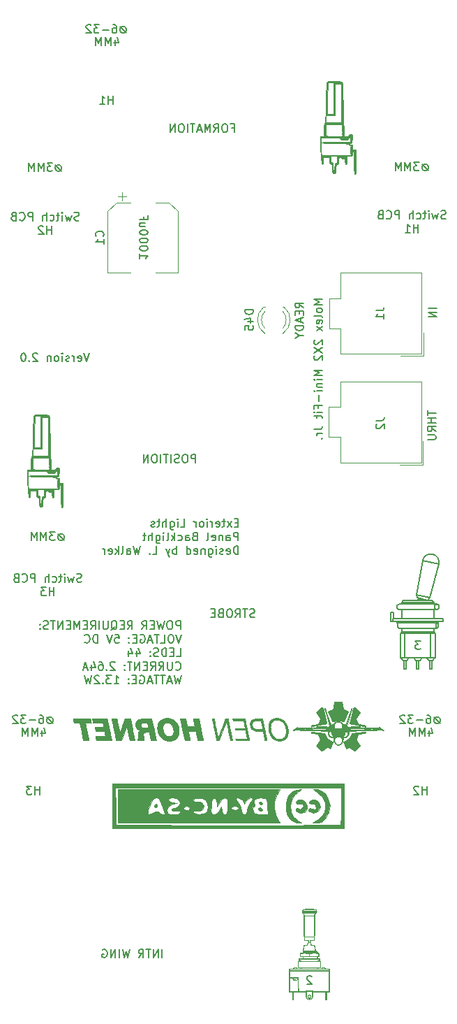
<source format=gbr>
%TF.GenerationSoftware,KiCad,Pcbnew,(5.1.6)-1*%
%TF.CreationDate,2020-12-18T19:44:17+11:00*%
%TF.ProjectId,EXT LT Panel PCB V2,45585420-4c54-4205-9061-6e656c205043,rev?*%
%TF.SameCoordinates,Original*%
%TF.FileFunction,Legend,Bot*%
%TF.FilePolarity,Positive*%
%FSLAX46Y46*%
G04 Gerber Fmt 4.6, Leading zero omitted, Abs format (unit mm)*
G04 Created by KiCad (PCBNEW (5.1.6)-1) date 2020-12-18 19:44:17*
%MOMM*%
%LPD*%
G01*
G04 APERTURE LIST*
%ADD10C,0.150000*%
%ADD11C,0.010000*%
%ADD12C,0.120000*%
%ADD13C,0.100000*%
%ADD14C,0.200000*%
G04 APERTURE END LIST*
D10*
X102704685Y-96413676D02*
X102514209Y-96413676D01*
X102323733Y-96508914D01*
X102228495Y-96699390D01*
X102228495Y-96889866D01*
X102323733Y-97080342D01*
X102514209Y-97175580D01*
X102704685Y-97175580D01*
X102895161Y-97080342D01*
X102990400Y-96889866D01*
X102990400Y-96699390D01*
X102895161Y-96508914D01*
X102704685Y-96413676D01*
X102228495Y-96413676D02*
X102990400Y-97175580D01*
X101847542Y-96175580D02*
X101228495Y-96175580D01*
X101561828Y-96556533D01*
X101418971Y-96556533D01*
X101323733Y-96604152D01*
X101276114Y-96651771D01*
X101228495Y-96747009D01*
X101228495Y-96985104D01*
X101276114Y-97080342D01*
X101323733Y-97127961D01*
X101418971Y-97175580D01*
X101704685Y-97175580D01*
X101799923Y-97127961D01*
X101847542Y-97080342D01*
X100799923Y-97175580D02*
X100799923Y-96175580D01*
X100466590Y-96889866D01*
X100133257Y-96175580D01*
X100133257Y-97175580D01*
X99657066Y-97175580D02*
X99657066Y-96175580D01*
X99323733Y-96889866D01*
X98990400Y-96175580D01*
X98990400Y-97175580D01*
X146900685Y-51658876D02*
X146710209Y-51658876D01*
X146519733Y-51754114D01*
X146424495Y-51944590D01*
X146424495Y-52135066D01*
X146519733Y-52325542D01*
X146710209Y-52420780D01*
X146900685Y-52420780D01*
X147091161Y-52325542D01*
X147186400Y-52135066D01*
X147186400Y-51944590D01*
X147091161Y-51754114D01*
X146900685Y-51658876D01*
X146424495Y-51658876D02*
X147186400Y-52420780D01*
X146043542Y-51420780D02*
X145424495Y-51420780D01*
X145757828Y-51801733D01*
X145614971Y-51801733D01*
X145519733Y-51849352D01*
X145472114Y-51896971D01*
X145424495Y-51992209D01*
X145424495Y-52230304D01*
X145472114Y-52325542D01*
X145519733Y-52373161D01*
X145614971Y-52420780D01*
X145900685Y-52420780D01*
X145995923Y-52373161D01*
X146043542Y-52325542D01*
X144995923Y-52420780D02*
X144995923Y-51420780D01*
X144662590Y-52135066D01*
X144329257Y-51420780D01*
X144329257Y-52420780D01*
X143853066Y-52420780D02*
X143853066Y-51420780D01*
X143519733Y-52135066D01*
X143186400Y-51420780D01*
X143186400Y-52420780D01*
X102399885Y-51709676D02*
X102209409Y-51709676D01*
X102018933Y-51804914D01*
X101923695Y-51995390D01*
X101923695Y-52185866D01*
X102018933Y-52376342D01*
X102209409Y-52471580D01*
X102399885Y-52471580D01*
X102590361Y-52376342D01*
X102685600Y-52185866D01*
X102685600Y-51995390D01*
X102590361Y-51804914D01*
X102399885Y-51709676D01*
X101923695Y-51709676D02*
X102685600Y-52471580D01*
X101542742Y-51471580D02*
X100923695Y-51471580D01*
X101257028Y-51852533D01*
X101114171Y-51852533D01*
X101018933Y-51900152D01*
X100971314Y-51947771D01*
X100923695Y-52043009D01*
X100923695Y-52281104D01*
X100971314Y-52376342D01*
X101018933Y-52423961D01*
X101114171Y-52471580D01*
X101399885Y-52471580D01*
X101495123Y-52423961D01*
X101542742Y-52376342D01*
X100495123Y-52471580D02*
X100495123Y-51471580D01*
X100161790Y-52185866D01*
X99828457Y-51471580D01*
X99828457Y-52471580D01*
X99352266Y-52471580D02*
X99352266Y-51471580D01*
X99018933Y-52185866D01*
X98685600Y-51471580D01*
X98685600Y-52471580D01*
X117088604Y-107954800D02*
X117088604Y-106954800D01*
X116707652Y-106954800D01*
X116612414Y-107002420D01*
X116564795Y-107050039D01*
X116517176Y-107145277D01*
X116517176Y-107288134D01*
X116564795Y-107383372D01*
X116612414Y-107430991D01*
X116707652Y-107478610D01*
X117088604Y-107478610D01*
X115898128Y-106954800D02*
X115707652Y-106954800D01*
X115612414Y-107002420D01*
X115517176Y-107097658D01*
X115469557Y-107288134D01*
X115469557Y-107621467D01*
X115517176Y-107811943D01*
X115612414Y-107907181D01*
X115707652Y-107954800D01*
X115898128Y-107954800D01*
X115993366Y-107907181D01*
X116088604Y-107811943D01*
X116136223Y-107621467D01*
X116136223Y-107288134D01*
X116088604Y-107097658D01*
X115993366Y-107002420D01*
X115898128Y-106954800D01*
X115136223Y-106954800D02*
X114898128Y-107954800D01*
X114707652Y-107240515D01*
X114517176Y-107954800D01*
X114279080Y-106954800D01*
X113898128Y-107430991D02*
X113564795Y-107430991D01*
X113421938Y-107954800D02*
X113898128Y-107954800D01*
X113898128Y-106954800D01*
X113421938Y-106954800D01*
X112421938Y-107954800D02*
X112755271Y-107478610D01*
X112993366Y-107954800D02*
X112993366Y-106954800D01*
X112612414Y-106954800D01*
X112517176Y-107002420D01*
X112469557Y-107050039D01*
X112421938Y-107145277D01*
X112421938Y-107288134D01*
X112469557Y-107383372D01*
X112517176Y-107430991D01*
X112612414Y-107478610D01*
X112993366Y-107478610D01*
X110660033Y-107954800D02*
X110993366Y-107478610D01*
X111231461Y-107954800D02*
X111231461Y-106954800D01*
X110850509Y-106954800D01*
X110755271Y-107002420D01*
X110707652Y-107050039D01*
X110660033Y-107145277D01*
X110660033Y-107288134D01*
X110707652Y-107383372D01*
X110755271Y-107430991D01*
X110850509Y-107478610D01*
X111231461Y-107478610D01*
X110231461Y-107430991D02*
X109898128Y-107430991D01*
X109755271Y-107954800D02*
X110231461Y-107954800D01*
X110231461Y-106954800D01*
X109755271Y-106954800D01*
X108660033Y-108050039D02*
X108755271Y-108002420D01*
X108850509Y-107907181D01*
X108993366Y-107764324D01*
X109088604Y-107716705D01*
X109183842Y-107716705D01*
X109136223Y-107954800D02*
X109231461Y-107907181D01*
X109326700Y-107811943D01*
X109374319Y-107621467D01*
X109374319Y-107288134D01*
X109326700Y-107097658D01*
X109231461Y-107002420D01*
X109136223Y-106954800D01*
X108945747Y-106954800D01*
X108850509Y-107002420D01*
X108755271Y-107097658D01*
X108707652Y-107288134D01*
X108707652Y-107621467D01*
X108755271Y-107811943D01*
X108850509Y-107907181D01*
X108945747Y-107954800D01*
X109136223Y-107954800D01*
X108279080Y-106954800D02*
X108279080Y-107764324D01*
X108231461Y-107859562D01*
X108183842Y-107907181D01*
X108088604Y-107954800D01*
X107898128Y-107954800D01*
X107802890Y-107907181D01*
X107755271Y-107859562D01*
X107707652Y-107764324D01*
X107707652Y-106954800D01*
X107231461Y-107954800D02*
X107231461Y-106954800D01*
X106183842Y-107954800D02*
X106517176Y-107478610D01*
X106755271Y-107954800D02*
X106755271Y-106954800D01*
X106374319Y-106954800D01*
X106279080Y-107002420D01*
X106231461Y-107050039D01*
X106183842Y-107145277D01*
X106183842Y-107288134D01*
X106231461Y-107383372D01*
X106279080Y-107430991D01*
X106374319Y-107478610D01*
X106755271Y-107478610D01*
X105755271Y-107430991D02*
X105421938Y-107430991D01*
X105279080Y-107954800D02*
X105755271Y-107954800D01*
X105755271Y-106954800D01*
X105279080Y-106954800D01*
X104850509Y-107954800D02*
X104850509Y-106954800D01*
X104517176Y-107669086D01*
X104183842Y-106954800D01*
X104183842Y-107954800D01*
X103707652Y-107430991D02*
X103374319Y-107430991D01*
X103231461Y-107954800D02*
X103707652Y-107954800D01*
X103707652Y-106954800D01*
X103231461Y-106954800D01*
X102802890Y-107954800D02*
X102802890Y-106954800D01*
X102231461Y-107954800D01*
X102231461Y-106954800D01*
X101898128Y-106954800D02*
X101326700Y-106954800D01*
X101612414Y-107954800D02*
X101612414Y-106954800D01*
X101040985Y-107907181D02*
X100898128Y-107954800D01*
X100660033Y-107954800D01*
X100564795Y-107907181D01*
X100517176Y-107859562D01*
X100469557Y-107764324D01*
X100469557Y-107669086D01*
X100517176Y-107573848D01*
X100564795Y-107526229D01*
X100660033Y-107478610D01*
X100850509Y-107430991D01*
X100945747Y-107383372D01*
X100993366Y-107335753D01*
X101040985Y-107240515D01*
X101040985Y-107145277D01*
X100993366Y-107050039D01*
X100945747Y-107002420D01*
X100850509Y-106954800D01*
X100612414Y-106954800D01*
X100469557Y-107002420D01*
X100040985Y-107859562D02*
X99993366Y-107907181D01*
X100040985Y-107954800D01*
X100088604Y-107907181D01*
X100040985Y-107859562D01*
X100040985Y-107954800D01*
X100040985Y-107335753D02*
X99993366Y-107383372D01*
X100040985Y-107430991D01*
X100088604Y-107383372D01*
X100040985Y-107335753D01*
X100040985Y-107430991D01*
X117231461Y-108604800D02*
X116898128Y-109604800D01*
X116564795Y-108604800D01*
X116040985Y-108604800D02*
X115850509Y-108604800D01*
X115755271Y-108652420D01*
X115660033Y-108747658D01*
X115612414Y-108938134D01*
X115612414Y-109271467D01*
X115660033Y-109461943D01*
X115755271Y-109557181D01*
X115850509Y-109604800D01*
X116040985Y-109604800D01*
X116136223Y-109557181D01*
X116231461Y-109461943D01*
X116279080Y-109271467D01*
X116279080Y-108938134D01*
X116231461Y-108747658D01*
X116136223Y-108652420D01*
X116040985Y-108604800D01*
X114707652Y-109604800D02*
X115183842Y-109604800D01*
X115183842Y-108604800D01*
X114517176Y-108604800D02*
X113945747Y-108604800D01*
X114231461Y-109604800D02*
X114231461Y-108604800D01*
X113660033Y-109319086D02*
X113183842Y-109319086D01*
X113755271Y-109604800D02*
X113421938Y-108604800D01*
X113088604Y-109604800D01*
X112231461Y-108652420D02*
X112326700Y-108604800D01*
X112469557Y-108604800D01*
X112612414Y-108652420D01*
X112707652Y-108747658D01*
X112755271Y-108842896D01*
X112802890Y-109033372D01*
X112802890Y-109176229D01*
X112755271Y-109366705D01*
X112707652Y-109461943D01*
X112612414Y-109557181D01*
X112469557Y-109604800D01*
X112374319Y-109604800D01*
X112231461Y-109557181D01*
X112183842Y-109509562D01*
X112183842Y-109176229D01*
X112374319Y-109176229D01*
X111755271Y-109080991D02*
X111421938Y-109080991D01*
X111279080Y-109604800D02*
X111755271Y-109604800D01*
X111755271Y-108604800D01*
X111279080Y-108604800D01*
X110850509Y-109509562D02*
X110802890Y-109557181D01*
X110850509Y-109604800D01*
X110898128Y-109557181D01*
X110850509Y-109509562D01*
X110850509Y-109604800D01*
X110850509Y-108985753D02*
X110802890Y-109033372D01*
X110850509Y-109080991D01*
X110898128Y-109033372D01*
X110850509Y-108985753D01*
X110850509Y-109080991D01*
X109136223Y-108604800D02*
X109612414Y-108604800D01*
X109660033Y-109080991D01*
X109612414Y-109033372D01*
X109517176Y-108985753D01*
X109279080Y-108985753D01*
X109183842Y-109033372D01*
X109136223Y-109080991D01*
X109088604Y-109176229D01*
X109088604Y-109414324D01*
X109136223Y-109509562D01*
X109183842Y-109557181D01*
X109279080Y-109604800D01*
X109517176Y-109604800D01*
X109612414Y-109557181D01*
X109660033Y-109509562D01*
X108802890Y-108604800D02*
X108469557Y-109604800D01*
X108136223Y-108604800D01*
X107040985Y-109604800D02*
X107040985Y-108604800D01*
X106802890Y-108604800D01*
X106660033Y-108652420D01*
X106564795Y-108747658D01*
X106517176Y-108842896D01*
X106469557Y-109033372D01*
X106469557Y-109176229D01*
X106517176Y-109366705D01*
X106564795Y-109461943D01*
X106660033Y-109557181D01*
X106802890Y-109604800D01*
X107040985Y-109604800D01*
X105469557Y-109509562D02*
X105517176Y-109557181D01*
X105660033Y-109604800D01*
X105755271Y-109604800D01*
X105898128Y-109557181D01*
X105993366Y-109461943D01*
X106040985Y-109366705D01*
X106088604Y-109176229D01*
X106088604Y-109033372D01*
X106040985Y-108842896D01*
X105993366Y-108747658D01*
X105898128Y-108652420D01*
X105755271Y-108604800D01*
X105660033Y-108604800D01*
X105517176Y-108652420D01*
X105469557Y-108700039D01*
X116612414Y-111254800D02*
X117088604Y-111254800D01*
X117088604Y-110254800D01*
X116279080Y-110730991D02*
X115945747Y-110730991D01*
X115802890Y-111254800D02*
X116279080Y-111254800D01*
X116279080Y-110254800D01*
X115802890Y-110254800D01*
X115374319Y-111254800D02*
X115374319Y-110254800D01*
X115136223Y-110254800D01*
X114993366Y-110302420D01*
X114898128Y-110397658D01*
X114850509Y-110492896D01*
X114802890Y-110683372D01*
X114802890Y-110826229D01*
X114850509Y-111016705D01*
X114898128Y-111111943D01*
X114993366Y-111207181D01*
X115136223Y-111254800D01*
X115374319Y-111254800D01*
X114421938Y-111207181D02*
X114279080Y-111254800D01*
X114040985Y-111254800D01*
X113945747Y-111207181D01*
X113898128Y-111159562D01*
X113850509Y-111064324D01*
X113850509Y-110969086D01*
X113898128Y-110873848D01*
X113945747Y-110826229D01*
X114040985Y-110778610D01*
X114231461Y-110730991D01*
X114326700Y-110683372D01*
X114374319Y-110635753D01*
X114421938Y-110540515D01*
X114421938Y-110445277D01*
X114374319Y-110350039D01*
X114326700Y-110302420D01*
X114231461Y-110254800D01*
X113993366Y-110254800D01*
X113850509Y-110302420D01*
X113421938Y-111159562D02*
X113374319Y-111207181D01*
X113421938Y-111254800D01*
X113469557Y-111207181D01*
X113421938Y-111159562D01*
X113421938Y-111254800D01*
X113421938Y-110635753D02*
X113374319Y-110683372D01*
X113421938Y-110730991D01*
X113469557Y-110683372D01*
X113421938Y-110635753D01*
X113421938Y-110730991D01*
X111755271Y-110588134D02*
X111755271Y-111254800D01*
X111993366Y-110207181D02*
X112231461Y-110921467D01*
X111612414Y-110921467D01*
X110802890Y-110588134D02*
X110802890Y-111254800D01*
X111040985Y-110207181D02*
X111279080Y-110921467D01*
X110660033Y-110921467D01*
X116517176Y-112809562D02*
X116564795Y-112857181D01*
X116707652Y-112904800D01*
X116802890Y-112904800D01*
X116945747Y-112857181D01*
X117040985Y-112761943D01*
X117088604Y-112666705D01*
X117136223Y-112476229D01*
X117136223Y-112333372D01*
X117088604Y-112142896D01*
X117040985Y-112047658D01*
X116945747Y-111952420D01*
X116802890Y-111904800D01*
X116707652Y-111904800D01*
X116564795Y-111952420D01*
X116517176Y-112000039D01*
X116088604Y-111904800D02*
X116088604Y-112714324D01*
X116040985Y-112809562D01*
X115993366Y-112857181D01*
X115898128Y-112904800D01*
X115707652Y-112904800D01*
X115612414Y-112857181D01*
X115564795Y-112809562D01*
X115517176Y-112714324D01*
X115517176Y-111904800D01*
X114469557Y-112904800D02*
X114802890Y-112428610D01*
X115040985Y-112904800D02*
X115040985Y-111904800D01*
X114660033Y-111904800D01*
X114564795Y-111952420D01*
X114517176Y-112000039D01*
X114469557Y-112095277D01*
X114469557Y-112238134D01*
X114517176Y-112333372D01*
X114564795Y-112380991D01*
X114660033Y-112428610D01*
X115040985Y-112428610D01*
X113469557Y-112904800D02*
X113802890Y-112428610D01*
X114040985Y-112904800D02*
X114040985Y-111904800D01*
X113660033Y-111904800D01*
X113564795Y-111952420D01*
X113517176Y-112000039D01*
X113469557Y-112095277D01*
X113469557Y-112238134D01*
X113517176Y-112333372D01*
X113564795Y-112380991D01*
X113660033Y-112428610D01*
X114040985Y-112428610D01*
X113040985Y-112380991D02*
X112707652Y-112380991D01*
X112564795Y-112904800D02*
X113040985Y-112904800D01*
X113040985Y-111904800D01*
X112564795Y-111904800D01*
X112136223Y-112904800D02*
X112136223Y-111904800D01*
X111564795Y-112904800D01*
X111564795Y-111904800D01*
X111231461Y-111904800D02*
X110660033Y-111904800D01*
X110945747Y-112904800D02*
X110945747Y-111904800D01*
X110326700Y-112809562D02*
X110279080Y-112857181D01*
X110326700Y-112904800D01*
X110374319Y-112857181D01*
X110326700Y-112809562D01*
X110326700Y-112904800D01*
X110326700Y-112285753D02*
X110279080Y-112333372D01*
X110326700Y-112380991D01*
X110374319Y-112333372D01*
X110326700Y-112285753D01*
X110326700Y-112380991D01*
X109136223Y-112000039D02*
X109088604Y-111952420D01*
X108993366Y-111904800D01*
X108755271Y-111904800D01*
X108660033Y-111952420D01*
X108612414Y-112000039D01*
X108564795Y-112095277D01*
X108564795Y-112190515D01*
X108612414Y-112333372D01*
X109183842Y-112904800D01*
X108564795Y-112904800D01*
X108136223Y-112809562D02*
X108088604Y-112857181D01*
X108136223Y-112904800D01*
X108183842Y-112857181D01*
X108136223Y-112809562D01*
X108136223Y-112904800D01*
X107231461Y-111904800D02*
X107421938Y-111904800D01*
X107517176Y-111952420D01*
X107564795Y-112000039D01*
X107660033Y-112142896D01*
X107707652Y-112333372D01*
X107707652Y-112714324D01*
X107660033Y-112809562D01*
X107612414Y-112857181D01*
X107517176Y-112904800D01*
X107326700Y-112904800D01*
X107231461Y-112857181D01*
X107183842Y-112809562D01*
X107136223Y-112714324D01*
X107136223Y-112476229D01*
X107183842Y-112380991D01*
X107231461Y-112333372D01*
X107326700Y-112285753D01*
X107517176Y-112285753D01*
X107612414Y-112333372D01*
X107660033Y-112380991D01*
X107707652Y-112476229D01*
X106279080Y-112238134D02*
X106279080Y-112904800D01*
X106517176Y-111857181D02*
X106755271Y-112571467D01*
X106136223Y-112571467D01*
X105802890Y-112619086D02*
X105326700Y-112619086D01*
X105898128Y-112904800D02*
X105564795Y-111904800D01*
X105231461Y-112904800D01*
X117183842Y-113554800D02*
X116945747Y-114554800D01*
X116755271Y-113840515D01*
X116564795Y-114554800D01*
X116326700Y-113554800D01*
X115993366Y-114269086D02*
X115517176Y-114269086D01*
X116088604Y-114554800D02*
X115755271Y-113554800D01*
X115421938Y-114554800D01*
X115231461Y-113554800D02*
X114660033Y-113554800D01*
X114945747Y-114554800D02*
X114945747Y-113554800D01*
X114469557Y-113554800D02*
X113898128Y-113554800D01*
X114183842Y-114554800D02*
X114183842Y-113554800D01*
X113612414Y-114269086D02*
X113136223Y-114269086D01*
X113707652Y-114554800D02*
X113374319Y-113554800D01*
X113040985Y-114554800D01*
X112183842Y-113602420D02*
X112279080Y-113554800D01*
X112421938Y-113554800D01*
X112564795Y-113602420D01*
X112660033Y-113697658D01*
X112707652Y-113792896D01*
X112755271Y-113983372D01*
X112755271Y-114126229D01*
X112707652Y-114316705D01*
X112660033Y-114411943D01*
X112564795Y-114507181D01*
X112421938Y-114554800D01*
X112326700Y-114554800D01*
X112183842Y-114507181D01*
X112136223Y-114459562D01*
X112136223Y-114126229D01*
X112326700Y-114126229D01*
X111707652Y-114030991D02*
X111374319Y-114030991D01*
X111231461Y-114554800D02*
X111707652Y-114554800D01*
X111707652Y-113554800D01*
X111231461Y-113554800D01*
X110802890Y-114459562D02*
X110755271Y-114507181D01*
X110802890Y-114554800D01*
X110850509Y-114507181D01*
X110802890Y-114459562D01*
X110802890Y-114554800D01*
X110802890Y-113935753D02*
X110755271Y-113983372D01*
X110802890Y-114030991D01*
X110850509Y-113983372D01*
X110802890Y-113935753D01*
X110802890Y-114030991D01*
X109040985Y-114554800D02*
X109612414Y-114554800D01*
X109326700Y-114554800D02*
X109326700Y-113554800D01*
X109421938Y-113697658D01*
X109517176Y-113792896D01*
X109612414Y-113840515D01*
X108707652Y-113554800D02*
X108088604Y-113554800D01*
X108421938Y-113935753D01*
X108279080Y-113935753D01*
X108183842Y-113983372D01*
X108136223Y-114030991D01*
X108088604Y-114126229D01*
X108088604Y-114364324D01*
X108136223Y-114459562D01*
X108183842Y-114507181D01*
X108279080Y-114554800D01*
X108564795Y-114554800D01*
X108660033Y-114507181D01*
X108707652Y-114459562D01*
X107660033Y-114459562D02*
X107612414Y-114507181D01*
X107660033Y-114554800D01*
X107707652Y-114507181D01*
X107660033Y-114459562D01*
X107660033Y-114554800D01*
X107231461Y-113650039D02*
X107183842Y-113602420D01*
X107088604Y-113554800D01*
X106850509Y-113554800D01*
X106755271Y-113602420D01*
X106707652Y-113650039D01*
X106660033Y-113745277D01*
X106660033Y-113840515D01*
X106707652Y-113983372D01*
X107279080Y-114554800D01*
X106660033Y-114554800D01*
X106326700Y-113554800D02*
X106088604Y-114554800D01*
X105898128Y-113840515D01*
X105707652Y-114554800D01*
X105469557Y-113554800D01*
X132011680Y-69018020D02*
X131535490Y-68684686D01*
X132011680Y-68446591D02*
X131011680Y-68446591D01*
X131011680Y-68827543D01*
X131059300Y-68922781D01*
X131106919Y-68970400D01*
X131202157Y-69018020D01*
X131345014Y-69018020D01*
X131440252Y-68970400D01*
X131487871Y-68922781D01*
X131535490Y-68827543D01*
X131535490Y-68446591D01*
X131487871Y-69446591D02*
X131487871Y-69779924D01*
X132011680Y-69922781D02*
X132011680Y-69446591D01*
X131011680Y-69446591D01*
X131011680Y-69922781D01*
X131725966Y-70303734D02*
X131725966Y-70779924D01*
X132011680Y-70208496D02*
X131011680Y-70541829D01*
X132011680Y-70875162D01*
X132011680Y-71208496D02*
X131011680Y-71208496D01*
X131011680Y-71446591D01*
X131059300Y-71589448D01*
X131154538Y-71684686D01*
X131249776Y-71732305D01*
X131440252Y-71779924D01*
X131583109Y-71779924D01*
X131773585Y-71732305D01*
X131868823Y-71684686D01*
X131964061Y-71589448D01*
X132011680Y-71446591D01*
X132011680Y-71208496D01*
X131535490Y-72398972D02*
X132011680Y-72398972D01*
X131011680Y-72065639D02*
X131535490Y-72398972D01*
X131011680Y-72732305D01*
X112145819Y-62475809D02*
X112145819Y-63047238D01*
X112145819Y-62761523D02*
X113145819Y-62761523D01*
X113002961Y-62856761D01*
X112907723Y-62952000D01*
X112860104Y-63047238D01*
X113145819Y-61856761D02*
X113145819Y-61761523D01*
X113098200Y-61666285D01*
X113050580Y-61618666D01*
X112955342Y-61571047D01*
X112764866Y-61523428D01*
X112526771Y-61523428D01*
X112336295Y-61571047D01*
X112241057Y-61618666D01*
X112193438Y-61666285D01*
X112145819Y-61761523D01*
X112145819Y-61856761D01*
X112193438Y-61952000D01*
X112241057Y-61999619D01*
X112336295Y-62047238D01*
X112526771Y-62094857D01*
X112764866Y-62094857D01*
X112955342Y-62047238D01*
X113050580Y-61999619D01*
X113098200Y-61952000D01*
X113145819Y-61856761D01*
X113145819Y-60904380D02*
X113145819Y-60809142D01*
X113098200Y-60713904D01*
X113050580Y-60666285D01*
X112955342Y-60618666D01*
X112764866Y-60571047D01*
X112526771Y-60571047D01*
X112336295Y-60618666D01*
X112241057Y-60666285D01*
X112193438Y-60713904D01*
X112145819Y-60809142D01*
X112145819Y-60904380D01*
X112193438Y-60999619D01*
X112241057Y-61047238D01*
X112336295Y-61094857D01*
X112526771Y-61142476D01*
X112764866Y-61142476D01*
X112955342Y-61094857D01*
X113050580Y-61047238D01*
X113098200Y-60999619D01*
X113145819Y-60904380D01*
X113145819Y-59952000D02*
X113145819Y-59856761D01*
X113098200Y-59761523D01*
X113050580Y-59713904D01*
X112955342Y-59666285D01*
X112764866Y-59618666D01*
X112526771Y-59618666D01*
X112336295Y-59666285D01*
X112241057Y-59713904D01*
X112193438Y-59761523D01*
X112145819Y-59856761D01*
X112145819Y-59952000D01*
X112193438Y-60047238D01*
X112241057Y-60094857D01*
X112336295Y-60142476D01*
X112526771Y-60190095D01*
X112764866Y-60190095D01*
X112955342Y-60142476D01*
X113050580Y-60094857D01*
X113098200Y-60047238D01*
X113145819Y-59952000D01*
X112812485Y-58761523D02*
X112145819Y-58761523D01*
X112812485Y-59190095D02*
X112288676Y-59190095D01*
X112193438Y-59142476D01*
X112145819Y-59047238D01*
X112145819Y-58904380D01*
X112193438Y-58809142D01*
X112241057Y-58761523D01*
X112669628Y-57952000D02*
X112669628Y-58285333D01*
X112145819Y-58285333D02*
X113145819Y-58285333D01*
X113145819Y-57809142D01*
X146230933Y-109383580D02*
X145611885Y-109383580D01*
X145945219Y-109764533D01*
X145802361Y-109764533D01*
X145707123Y-109812152D01*
X145659504Y-109859771D01*
X145611885Y-109955009D01*
X145611885Y-110193104D01*
X145659504Y-110288342D01*
X145707123Y-110335961D01*
X145802361Y-110383580D01*
X146088076Y-110383580D01*
X146183314Y-110335961D01*
X146230933Y-110288342D01*
X147079720Y-81471046D02*
X147079720Y-82042475D01*
X148079720Y-81756760D02*
X147079720Y-81756760D01*
X148079720Y-82375808D02*
X147079720Y-82375808D01*
X147555911Y-82375808D02*
X147555911Y-82947237D01*
X148079720Y-82947237D02*
X147079720Y-82947237D01*
X148079720Y-83994856D02*
X147603530Y-83661522D01*
X148079720Y-83423427D02*
X147079720Y-83423427D01*
X147079720Y-83804380D01*
X147127340Y-83899618D01*
X147174959Y-83947237D01*
X147270197Y-83994856D01*
X147413054Y-83994856D01*
X147508292Y-83947237D01*
X147555911Y-83899618D01*
X147603530Y-83804380D01*
X147603530Y-83423427D01*
X147079720Y-84423427D02*
X147889244Y-84423427D01*
X147984482Y-84471046D01*
X148032101Y-84518665D01*
X148079720Y-84613903D01*
X148079720Y-84804380D01*
X148032101Y-84899618D01*
X147984482Y-84947237D01*
X147889244Y-84994856D01*
X147079720Y-84994856D01*
X148183860Y-69074730D02*
X147183860Y-69074730D01*
X148183860Y-69550920D02*
X147183860Y-69550920D01*
X148183860Y-70122349D01*
X147183860Y-70122349D01*
X134290060Y-67953359D02*
X133290060Y-67953359D01*
X134004346Y-68286692D01*
X133290060Y-68620025D01*
X134290060Y-68620025D01*
X134290060Y-69239073D02*
X134242441Y-69143835D01*
X134194822Y-69096216D01*
X134099584Y-69048597D01*
X133813870Y-69048597D01*
X133718632Y-69096216D01*
X133671013Y-69143835D01*
X133623394Y-69239073D01*
X133623394Y-69381930D01*
X133671013Y-69477168D01*
X133718632Y-69524787D01*
X133813870Y-69572406D01*
X134099584Y-69572406D01*
X134194822Y-69524787D01*
X134242441Y-69477168D01*
X134290060Y-69381930D01*
X134290060Y-69239073D01*
X134290060Y-70143835D02*
X134242441Y-70048597D01*
X134147203Y-70000978D01*
X133290060Y-70000978D01*
X134242441Y-70905740D02*
X134290060Y-70810501D01*
X134290060Y-70620025D01*
X134242441Y-70524787D01*
X134147203Y-70477168D01*
X133766251Y-70477168D01*
X133671013Y-70524787D01*
X133623394Y-70620025D01*
X133623394Y-70810501D01*
X133671013Y-70905740D01*
X133766251Y-70953359D01*
X133861489Y-70953359D01*
X133956727Y-70477168D01*
X134290060Y-71286692D02*
X133623394Y-71810501D01*
X133623394Y-71286692D02*
X134290060Y-71810501D01*
X133385299Y-72905740D02*
X133337680Y-72953359D01*
X133290060Y-73048597D01*
X133290060Y-73286692D01*
X133337680Y-73381930D01*
X133385299Y-73429549D01*
X133480537Y-73477168D01*
X133575775Y-73477168D01*
X133718632Y-73429549D01*
X134290060Y-72858120D01*
X134290060Y-73477168D01*
X133290060Y-73810501D02*
X134290060Y-74477168D01*
X133290060Y-74477168D02*
X134290060Y-73810501D01*
X133385299Y-74810501D02*
X133337680Y-74858120D01*
X133290060Y-74953359D01*
X133290060Y-75191454D01*
X133337680Y-75286692D01*
X133385299Y-75334311D01*
X133480537Y-75381930D01*
X133575775Y-75381930D01*
X133718632Y-75334311D01*
X134290060Y-74762882D01*
X134290060Y-75381930D01*
X134290060Y-76572406D02*
X133290060Y-76572406D01*
X134004346Y-76905740D01*
X133290060Y-77239073D01*
X134290060Y-77239073D01*
X134290060Y-77715263D02*
X133623394Y-77715263D01*
X133290060Y-77715263D02*
X133337680Y-77667644D01*
X133385299Y-77715263D01*
X133337680Y-77762882D01*
X133290060Y-77715263D01*
X133385299Y-77715263D01*
X133623394Y-78191454D02*
X134290060Y-78191454D01*
X133718632Y-78191454D02*
X133671013Y-78239073D01*
X133623394Y-78334311D01*
X133623394Y-78477168D01*
X133671013Y-78572406D01*
X133766251Y-78620025D01*
X134290060Y-78620025D01*
X134290060Y-79096216D02*
X133623394Y-79096216D01*
X133290060Y-79096216D02*
X133337680Y-79048597D01*
X133385299Y-79096216D01*
X133337680Y-79143835D01*
X133290060Y-79096216D01*
X133385299Y-79096216D01*
X133909108Y-79572406D02*
X133909108Y-80334311D01*
X133766251Y-81143835D02*
X133766251Y-80810501D01*
X134290060Y-80810501D02*
X133290060Y-80810501D01*
X133290060Y-81286692D01*
X134290060Y-81667644D02*
X133623394Y-81667644D01*
X133290060Y-81667644D02*
X133337680Y-81620025D01*
X133385299Y-81667644D01*
X133337680Y-81715263D01*
X133290060Y-81667644D01*
X133385299Y-81667644D01*
X133623394Y-82000978D02*
X133623394Y-82381930D01*
X133290060Y-82143835D02*
X134147203Y-82143835D01*
X134242441Y-82191454D01*
X134290060Y-82286692D01*
X134290060Y-82381930D01*
X133290060Y-83762882D02*
X134004346Y-83762882D01*
X134147203Y-83715263D01*
X134242441Y-83620025D01*
X134290060Y-83477168D01*
X134290060Y-83381930D01*
X134290060Y-84239073D02*
X133623394Y-84239073D01*
X133813870Y-84239073D02*
X133718632Y-84286692D01*
X133671013Y-84334311D01*
X133623394Y-84429549D01*
X133623394Y-84524787D01*
X134194822Y-84858120D02*
X134242441Y-84905740D01*
X134290060Y-84858120D01*
X134242441Y-84810501D01*
X134194822Y-84858120D01*
X134290060Y-84858120D01*
X105085638Y-102195761D02*
X104942780Y-102243380D01*
X104704685Y-102243380D01*
X104609447Y-102195761D01*
X104561828Y-102148142D01*
X104514209Y-102052904D01*
X104514209Y-101957666D01*
X104561828Y-101862428D01*
X104609447Y-101814809D01*
X104704685Y-101767190D01*
X104895161Y-101719571D01*
X104990400Y-101671952D01*
X105038019Y-101624333D01*
X105085638Y-101529095D01*
X105085638Y-101433857D01*
X105038019Y-101338619D01*
X104990400Y-101291000D01*
X104895161Y-101243380D01*
X104657066Y-101243380D01*
X104514209Y-101291000D01*
X104180876Y-101576714D02*
X103990400Y-102243380D01*
X103799923Y-101767190D01*
X103609447Y-102243380D01*
X103418971Y-101576714D01*
X103038019Y-102243380D02*
X103038019Y-101576714D01*
X103038019Y-101243380D02*
X103085638Y-101291000D01*
X103038019Y-101338619D01*
X102990400Y-101291000D01*
X103038019Y-101243380D01*
X103038019Y-101338619D01*
X102704685Y-101576714D02*
X102323733Y-101576714D01*
X102561828Y-101243380D02*
X102561828Y-102100523D01*
X102514209Y-102195761D01*
X102418971Y-102243380D01*
X102323733Y-102243380D01*
X101561828Y-102195761D02*
X101657066Y-102243380D01*
X101847542Y-102243380D01*
X101942780Y-102195761D01*
X101990400Y-102148142D01*
X102038019Y-102052904D01*
X102038019Y-101767190D01*
X101990400Y-101671952D01*
X101942780Y-101624333D01*
X101847542Y-101576714D01*
X101657066Y-101576714D01*
X101561828Y-101624333D01*
X101133257Y-102243380D02*
X101133257Y-101243380D01*
X100704685Y-102243380D02*
X100704685Y-101719571D01*
X100752304Y-101624333D01*
X100847542Y-101576714D01*
X100990400Y-101576714D01*
X101085638Y-101624333D01*
X101133257Y-101671952D01*
X99466590Y-102243380D02*
X99466590Y-101243380D01*
X99085638Y-101243380D01*
X98990400Y-101291000D01*
X98942780Y-101338619D01*
X98895161Y-101433857D01*
X98895161Y-101576714D01*
X98942780Y-101671952D01*
X98990400Y-101719571D01*
X99085638Y-101767190D01*
X99466590Y-101767190D01*
X97895161Y-102148142D02*
X97942780Y-102195761D01*
X98085638Y-102243380D01*
X98180876Y-102243380D01*
X98323733Y-102195761D01*
X98418971Y-102100523D01*
X98466590Y-102005285D01*
X98514209Y-101814809D01*
X98514209Y-101671952D01*
X98466590Y-101481476D01*
X98418971Y-101386238D01*
X98323733Y-101291000D01*
X98180876Y-101243380D01*
X98085638Y-101243380D01*
X97942780Y-101291000D01*
X97895161Y-101338619D01*
X97133257Y-101719571D02*
X96990400Y-101767190D01*
X96942780Y-101814809D01*
X96895161Y-101910047D01*
X96895161Y-102052904D01*
X96942780Y-102148142D01*
X96990400Y-102195761D01*
X97085638Y-102243380D01*
X97466590Y-102243380D01*
X97466590Y-101243380D01*
X97133257Y-101243380D01*
X97038019Y-101291000D01*
X96990400Y-101338619D01*
X96942780Y-101433857D01*
X96942780Y-101529095D01*
X96990400Y-101624333D01*
X97038019Y-101671952D01*
X97133257Y-101719571D01*
X97466590Y-101719571D01*
X101752304Y-103893380D02*
X101752304Y-102893380D01*
X101752304Y-103369571D02*
X101180876Y-103369571D01*
X101180876Y-103893380D02*
X101180876Y-102893380D01*
X100799923Y-102893380D02*
X100180876Y-102893380D01*
X100514209Y-103274333D01*
X100371352Y-103274333D01*
X100276114Y-103321952D01*
X100228495Y-103369571D01*
X100180876Y-103464809D01*
X100180876Y-103702904D01*
X100228495Y-103798142D01*
X100276114Y-103845761D01*
X100371352Y-103893380D01*
X100657066Y-103893380D01*
X100752304Y-103845761D01*
X100799923Y-103798142D01*
X104780838Y-58406161D02*
X104637980Y-58453780D01*
X104399885Y-58453780D01*
X104304647Y-58406161D01*
X104257028Y-58358542D01*
X104209409Y-58263304D01*
X104209409Y-58168066D01*
X104257028Y-58072828D01*
X104304647Y-58025209D01*
X104399885Y-57977590D01*
X104590361Y-57929971D01*
X104685600Y-57882352D01*
X104733219Y-57834733D01*
X104780838Y-57739495D01*
X104780838Y-57644257D01*
X104733219Y-57549019D01*
X104685600Y-57501400D01*
X104590361Y-57453780D01*
X104352266Y-57453780D01*
X104209409Y-57501400D01*
X103876076Y-57787114D02*
X103685600Y-58453780D01*
X103495123Y-57977590D01*
X103304647Y-58453780D01*
X103114171Y-57787114D01*
X102733219Y-58453780D02*
X102733219Y-57787114D01*
X102733219Y-57453780D02*
X102780838Y-57501400D01*
X102733219Y-57549019D01*
X102685600Y-57501400D01*
X102733219Y-57453780D01*
X102733219Y-57549019D01*
X102399885Y-57787114D02*
X102018933Y-57787114D01*
X102257028Y-57453780D02*
X102257028Y-58310923D01*
X102209409Y-58406161D01*
X102114171Y-58453780D01*
X102018933Y-58453780D01*
X101257028Y-58406161D02*
X101352266Y-58453780D01*
X101542742Y-58453780D01*
X101637980Y-58406161D01*
X101685600Y-58358542D01*
X101733219Y-58263304D01*
X101733219Y-57977590D01*
X101685600Y-57882352D01*
X101637980Y-57834733D01*
X101542742Y-57787114D01*
X101352266Y-57787114D01*
X101257028Y-57834733D01*
X100828457Y-58453780D02*
X100828457Y-57453780D01*
X100399885Y-58453780D02*
X100399885Y-57929971D01*
X100447504Y-57834733D01*
X100542742Y-57787114D01*
X100685600Y-57787114D01*
X100780838Y-57834733D01*
X100828457Y-57882352D01*
X99161790Y-58453780D02*
X99161790Y-57453780D01*
X98780838Y-57453780D01*
X98685600Y-57501400D01*
X98637980Y-57549019D01*
X98590361Y-57644257D01*
X98590361Y-57787114D01*
X98637980Y-57882352D01*
X98685600Y-57929971D01*
X98780838Y-57977590D01*
X99161790Y-57977590D01*
X97590361Y-58358542D02*
X97637980Y-58406161D01*
X97780838Y-58453780D01*
X97876076Y-58453780D01*
X98018933Y-58406161D01*
X98114171Y-58310923D01*
X98161790Y-58215685D01*
X98209409Y-58025209D01*
X98209409Y-57882352D01*
X98161790Y-57691876D01*
X98114171Y-57596638D01*
X98018933Y-57501400D01*
X97876076Y-57453780D01*
X97780838Y-57453780D01*
X97637980Y-57501400D01*
X97590361Y-57549019D01*
X96828457Y-57929971D02*
X96685600Y-57977590D01*
X96637980Y-58025209D01*
X96590361Y-58120447D01*
X96590361Y-58263304D01*
X96637980Y-58358542D01*
X96685600Y-58406161D01*
X96780838Y-58453780D01*
X97161790Y-58453780D01*
X97161790Y-57453780D01*
X96828457Y-57453780D01*
X96733219Y-57501400D01*
X96685600Y-57549019D01*
X96637980Y-57644257D01*
X96637980Y-57739495D01*
X96685600Y-57834733D01*
X96733219Y-57882352D01*
X96828457Y-57929971D01*
X97161790Y-57929971D01*
X101447504Y-60103780D02*
X101447504Y-59103780D01*
X101447504Y-59579971D02*
X100876076Y-59579971D01*
X100876076Y-60103780D02*
X100876076Y-59103780D01*
X100447504Y-59199019D02*
X100399885Y-59151400D01*
X100304647Y-59103780D01*
X100066552Y-59103780D01*
X99971314Y-59151400D01*
X99923695Y-59199019D01*
X99876076Y-59294257D01*
X99876076Y-59389495D01*
X99923695Y-59532352D01*
X100495123Y-60103780D01*
X99876076Y-60103780D01*
X149281638Y-58202961D02*
X149138780Y-58250580D01*
X148900685Y-58250580D01*
X148805447Y-58202961D01*
X148757828Y-58155342D01*
X148710209Y-58060104D01*
X148710209Y-57964866D01*
X148757828Y-57869628D01*
X148805447Y-57822009D01*
X148900685Y-57774390D01*
X149091161Y-57726771D01*
X149186400Y-57679152D01*
X149234019Y-57631533D01*
X149281638Y-57536295D01*
X149281638Y-57441057D01*
X149234019Y-57345819D01*
X149186400Y-57298200D01*
X149091161Y-57250580D01*
X148853066Y-57250580D01*
X148710209Y-57298200D01*
X148376876Y-57583914D02*
X148186400Y-58250580D01*
X147995923Y-57774390D01*
X147805447Y-58250580D01*
X147614971Y-57583914D01*
X147234019Y-58250580D02*
X147234019Y-57583914D01*
X147234019Y-57250580D02*
X147281638Y-57298200D01*
X147234019Y-57345819D01*
X147186400Y-57298200D01*
X147234019Y-57250580D01*
X147234019Y-57345819D01*
X146900685Y-57583914D02*
X146519733Y-57583914D01*
X146757828Y-57250580D02*
X146757828Y-58107723D01*
X146710209Y-58202961D01*
X146614971Y-58250580D01*
X146519733Y-58250580D01*
X145757828Y-58202961D02*
X145853066Y-58250580D01*
X146043542Y-58250580D01*
X146138780Y-58202961D01*
X146186400Y-58155342D01*
X146234019Y-58060104D01*
X146234019Y-57774390D01*
X146186400Y-57679152D01*
X146138780Y-57631533D01*
X146043542Y-57583914D01*
X145853066Y-57583914D01*
X145757828Y-57631533D01*
X145329257Y-58250580D02*
X145329257Y-57250580D01*
X144900685Y-58250580D02*
X144900685Y-57726771D01*
X144948304Y-57631533D01*
X145043542Y-57583914D01*
X145186400Y-57583914D01*
X145281638Y-57631533D01*
X145329257Y-57679152D01*
X143662590Y-58250580D02*
X143662590Y-57250580D01*
X143281638Y-57250580D01*
X143186400Y-57298200D01*
X143138780Y-57345819D01*
X143091161Y-57441057D01*
X143091161Y-57583914D01*
X143138780Y-57679152D01*
X143186400Y-57726771D01*
X143281638Y-57774390D01*
X143662590Y-57774390D01*
X142091161Y-58155342D02*
X142138780Y-58202961D01*
X142281638Y-58250580D01*
X142376876Y-58250580D01*
X142519733Y-58202961D01*
X142614971Y-58107723D01*
X142662590Y-58012485D01*
X142710209Y-57822009D01*
X142710209Y-57679152D01*
X142662590Y-57488676D01*
X142614971Y-57393438D01*
X142519733Y-57298200D01*
X142376876Y-57250580D01*
X142281638Y-57250580D01*
X142138780Y-57298200D01*
X142091161Y-57345819D01*
X141329257Y-57726771D02*
X141186400Y-57774390D01*
X141138780Y-57822009D01*
X141091161Y-57917247D01*
X141091161Y-58060104D01*
X141138780Y-58155342D01*
X141186400Y-58202961D01*
X141281638Y-58250580D01*
X141662590Y-58250580D01*
X141662590Y-57250580D01*
X141329257Y-57250580D01*
X141234019Y-57298200D01*
X141186400Y-57345819D01*
X141138780Y-57441057D01*
X141138780Y-57536295D01*
X141186400Y-57631533D01*
X141234019Y-57679152D01*
X141329257Y-57726771D01*
X141662590Y-57726771D01*
X145948304Y-59900580D02*
X145948304Y-58900580D01*
X145948304Y-59376771D02*
X145376876Y-59376771D01*
X145376876Y-59900580D02*
X145376876Y-58900580D01*
X144376876Y-59900580D02*
X144948304Y-59900580D01*
X144662590Y-59900580D02*
X144662590Y-58900580D01*
X144757828Y-59043438D01*
X144853066Y-59138676D01*
X144948304Y-59186295D01*
X114871047Y-147721580D02*
X114871047Y-146721580D01*
X114394857Y-147721580D02*
X114394857Y-146721580D01*
X113823428Y-147721580D01*
X113823428Y-146721580D01*
X113490095Y-146721580D02*
X112918666Y-146721580D01*
X113204380Y-147721580D02*
X113204380Y-146721580D01*
X112013904Y-147721580D02*
X112347238Y-147245390D01*
X112585333Y-147721580D02*
X112585333Y-146721580D01*
X112204380Y-146721580D01*
X112109142Y-146769200D01*
X112061523Y-146816819D01*
X112013904Y-146912057D01*
X112013904Y-147054914D01*
X112061523Y-147150152D01*
X112109142Y-147197771D01*
X112204380Y-147245390D01*
X112585333Y-147245390D01*
X110918666Y-146721580D02*
X110680571Y-147721580D01*
X110490095Y-147007295D01*
X110299619Y-147721580D01*
X110061523Y-146721580D01*
X109680571Y-147721580D02*
X109680571Y-146721580D01*
X109204380Y-147721580D02*
X109204380Y-146721580D01*
X108632952Y-147721580D01*
X108632952Y-146721580D01*
X107632952Y-146769200D02*
X107728190Y-146721580D01*
X107871047Y-146721580D01*
X108013904Y-146769200D01*
X108109142Y-146864438D01*
X108156761Y-146959676D01*
X108204380Y-147150152D01*
X108204380Y-147293009D01*
X108156761Y-147483485D01*
X108109142Y-147578723D01*
X108013904Y-147673961D01*
X107871047Y-147721580D01*
X107775809Y-147721580D01*
X107632952Y-147673961D01*
X107585333Y-147626342D01*
X107585333Y-147293009D01*
X107775809Y-147293009D01*
X126086857Y-106475161D02*
X125944000Y-106522780D01*
X125705904Y-106522780D01*
X125610666Y-106475161D01*
X125563047Y-106427542D01*
X125515428Y-106332304D01*
X125515428Y-106237066D01*
X125563047Y-106141828D01*
X125610666Y-106094209D01*
X125705904Y-106046590D01*
X125896380Y-105998971D01*
X125991619Y-105951352D01*
X126039238Y-105903733D01*
X126086857Y-105808495D01*
X126086857Y-105713257D01*
X126039238Y-105618019D01*
X125991619Y-105570400D01*
X125896380Y-105522780D01*
X125658285Y-105522780D01*
X125515428Y-105570400D01*
X125229714Y-105522780D02*
X124658285Y-105522780D01*
X124944000Y-106522780D02*
X124944000Y-105522780D01*
X123753523Y-106522780D02*
X124086857Y-106046590D01*
X124324952Y-106522780D02*
X124324952Y-105522780D01*
X123944000Y-105522780D01*
X123848761Y-105570400D01*
X123801142Y-105618019D01*
X123753523Y-105713257D01*
X123753523Y-105856114D01*
X123801142Y-105951352D01*
X123848761Y-105998971D01*
X123944000Y-106046590D01*
X124324952Y-106046590D01*
X123134476Y-105522780D02*
X122944000Y-105522780D01*
X122848761Y-105570400D01*
X122753523Y-105665638D01*
X122705904Y-105856114D01*
X122705904Y-106189447D01*
X122753523Y-106379923D01*
X122848761Y-106475161D01*
X122944000Y-106522780D01*
X123134476Y-106522780D01*
X123229714Y-106475161D01*
X123324952Y-106379923D01*
X123372571Y-106189447D01*
X123372571Y-105856114D01*
X123324952Y-105665638D01*
X123229714Y-105570400D01*
X123134476Y-105522780D01*
X121944000Y-105998971D02*
X121801142Y-106046590D01*
X121753523Y-106094209D01*
X121705904Y-106189447D01*
X121705904Y-106332304D01*
X121753523Y-106427542D01*
X121801142Y-106475161D01*
X121896380Y-106522780D01*
X122277333Y-106522780D01*
X122277333Y-105522780D01*
X121944000Y-105522780D01*
X121848761Y-105570400D01*
X121801142Y-105618019D01*
X121753523Y-105713257D01*
X121753523Y-105808495D01*
X121801142Y-105903733D01*
X121848761Y-105951352D01*
X121944000Y-105998971D01*
X122277333Y-105998971D01*
X121277333Y-105998971D02*
X120944000Y-105998971D01*
X120801142Y-106522780D02*
X121277333Y-106522780D01*
X121277333Y-105522780D01*
X120801142Y-105522780D01*
X118939866Y-87777580D02*
X118939866Y-86777580D01*
X118558914Y-86777580D01*
X118463676Y-86825200D01*
X118416057Y-86872819D01*
X118368438Y-86968057D01*
X118368438Y-87110914D01*
X118416057Y-87206152D01*
X118463676Y-87253771D01*
X118558914Y-87301390D01*
X118939866Y-87301390D01*
X117749390Y-86777580D02*
X117558914Y-86777580D01*
X117463676Y-86825200D01*
X117368438Y-86920438D01*
X117320819Y-87110914D01*
X117320819Y-87444247D01*
X117368438Y-87634723D01*
X117463676Y-87729961D01*
X117558914Y-87777580D01*
X117749390Y-87777580D01*
X117844628Y-87729961D01*
X117939866Y-87634723D01*
X117987485Y-87444247D01*
X117987485Y-87110914D01*
X117939866Y-86920438D01*
X117844628Y-86825200D01*
X117749390Y-86777580D01*
X116939866Y-87729961D02*
X116797009Y-87777580D01*
X116558914Y-87777580D01*
X116463676Y-87729961D01*
X116416057Y-87682342D01*
X116368438Y-87587104D01*
X116368438Y-87491866D01*
X116416057Y-87396628D01*
X116463676Y-87349009D01*
X116558914Y-87301390D01*
X116749390Y-87253771D01*
X116844628Y-87206152D01*
X116892247Y-87158533D01*
X116939866Y-87063295D01*
X116939866Y-86968057D01*
X116892247Y-86872819D01*
X116844628Y-86825200D01*
X116749390Y-86777580D01*
X116511295Y-86777580D01*
X116368438Y-86825200D01*
X115939866Y-87777580D02*
X115939866Y-86777580D01*
X115606533Y-86777580D02*
X115035104Y-86777580D01*
X115320819Y-87777580D02*
X115320819Y-86777580D01*
X114701771Y-87777580D02*
X114701771Y-86777580D01*
X114035104Y-86777580D02*
X113844628Y-86777580D01*
X113749390Y-86825200D01*
X113654152Y-86920438D01*
X113606533Y-87110914D01*
X113606533Y-87444247D01*
X113654152Y-87634723D01*
X113749390Y-87729961D01*
X113844628Y-87777580D01*
X114035104Y-87777580D01*
X114130342Y-87729961D01*
X114225580Y-87634723D01*
X114273200Y-87444247D01*
X114273200Y-87110914D01*
X114225580Y-86920438D01*
X114130342Y-86825200D01*
X114035104Y-86777580D01*
X113177961Y-87777580D02*
X113177961Y-86777580D01*
X112606533Y-87777580D01*
X112606533Y-86777580D01*
X123283219Y-47223371D02*
X123616552Y-47223371D01*
X123616552Y-47747180D02*
X123616552Y-46747180D01*
X123140361Y-46747180D01*
X122568933Y-46747180D02*
X122378457Y-46747180D01*
X122283219Y-46794800D01*
X122187980Y-46890038D01*
X122140361Y-47080514D01*
X122140361Y-47413847D01*
X122187980Y-47604323D01*
X122283219Y-47699561D01*
X122378457Y-47747180D01*
X122568933Y-47747180D01*
X122664171Y-47699561D01*
X122759409Y-47604323D01*
X122807028Y-47413847D01*
X122807028Y-47080514D01*
X122759409Y-46890038D01*
X122664171Y-46794800D01*
X122568933Y-46747180D01*
X121140361Y-47747180D02*
X121473695Y-47270990D01*
X121711790Y-47747180D02*
X121711790Y-46747180D01*
X121330838Y-46747180D01*
X121235600Y-46794800D01*
X121187980Y-46842419D01*
X121140361Y-46937657D01*
X121140361Y-47080514D01*
X121187980Y-47175752D01*
X121235600Y-47223371D01*
X121330838Y-47270990D01*
X121711790Y-47270990D01*
X120711790Y-47747180D02*
X120711790Y-46747180D01*
X120378457Y-47461466D01*
X120045123Y-46747180D01*
X120045123Y-47747180D01*
X119616552Y-47461466D02*
X119140361Y-47461466D01*
X119711790Y-47747180D02*
X119378457Y-46747180D01*
X119045123Y-47747180D01*
X118854647Y-46747180D02*
X118283219Y-46747180D01*
X118568933Y-47747180D02*
X118568933Y-46747180D01*
X117949885Y-47747180D02*
X117949885Y-46747180D01*
X117283219Y-46747180D02*
X117092742Y-46747180D01*
X116997504Y-46794800D01*
X116902266Y-46890038D01*
X116854647Y-47080514D01*
X116854647Y-47413847D01*
X116902266Y-47604323D01*
X116997504Y-47699561D01*
X117092742Y-47747180D01*
X117283219Y-47747180D01*
X117378457Y-47699561D01*
X117473695Y-47604323D01*
X117521314Y-47413847D01*
X117521314Y-47080514D01*
X117473695Y-46890038D01*
X117378457Y-46794800D01*
X117283219Y-46747180D01*
X116426076Y-47747180D02*
X116426076Y-46747180D01*
X115854647Y-47747180D01*
X115854647Y-46747180D01*
X106016536Y-74504300D02*
X105683202Y-75504300D01*
X105349869Y-74504300D01*
X104635583Y-75456681D02*
X104730821Y-75504300D01*
X104921298Y-75504300D01*
X105016536Y-75456681D01*
X105064155Y-75361443D01*
X105064155Y-74980491D01*
X105016536Y-74885253D01*
X104921298Y-74837634D01*
X104730821Y-74837634D01*
X104635583Y-74885253D01*
X104587964Y-74980491D01*
X104587964Y-75075729D01*
X105064155Y-75170967D01*
X104159393Y-75504300D02*
X104159393Y-74837634D01*
X104159393Y-75028110D02*
X104111774Y-74932872D01*
X104064155Y-74885253D01*
X103968917Y-74837634D01*
X103873679Y-74837634D01*
X103587964Y-75456681D02*
X103492726Y-75504300D01*
X103302250Y-75504300D01*
X103207012Y-75456681D01*
X103159393Y-75361443D01*
X103159393Y-75313824D01*
X103207012Y-75218586D01*
X103302250Y-75170967D01*
X103445107Y-75170967D01*
X103540345Y-75123348D01*
X103587964Y-75028110D01*
X103587964Y-74980491D01*
X103540345Y-74885253D01*
X103445107Y-74837634D01*
X103302250Y-74837634D01*
X103207012Y-74885253D01*
X102730821Y-75504300D02*
X102730821Y-74837634D01*
X102730821Y-74504300D02*
X102778440Y-74551920D01*
X102730821Y-74599539D01*
X102683202Y-74551920D01*
X102730821Y-74504300D01*
X102730821Y-74599539D01*
X102111774Y-75504300D02*
X102207012Y-75456681D01*
X102254631Y-75409062D01*
X102302250Y-75313824D01*
X102302250Y-75028110D01*
X102254631Y-74932872D01*
X102207012Y-74885253D01*
X102111774Y-74837634D01*
X101968917Y-74837634D01*
X101873679Y-74885253D01*
X101826060Y-74932872D01*
X101778440Y-75028110D01*
X101778440Y-75313824D01*
X101826060Y-75409062D01*
X101873679Y-75456681D01*
X101968917Y-75504300D01*
X102111774Y-75504300D01*
X101349869Y-74837634D02*
X101349869Y-75504300D01*
X101349869Y-74932872D02*
X101302250Y-74885253D01*
X101207012Y-74837634D01*
X101064155Y-74837634D01*
X100968917Y-74885253D01*
X100921298Y-74980491D01*
X100921298Y-75504300D01*
X99730821Y-74599539D02*
X99683202Y-74551920D01*
X99587964Y-74504300D01*
X99349869Y-74504300D01*
X99254631Y-74551920D01*
X99207012Y-74599539D01*
X99159393Y-74694777D01*
X99159393Y-74790015D01*
X99207012Y-74932872D01*
X99778440Y-75504300D01*
X99159393Y-75504300D01*
X98730821Y-75409062D02*
X98683202Y-75456681D01*
X98730821Y-75504300D01*
X98778440Y-75456681D01*
X98730821Y-75409062D01*
X98730821Y-75504300D01*
X98064155Y-74504300D02*
X97968917Y-74504300D01*
X97873679Y-74551920D01*
X97826060Y-74599539D01*
X97778440Y-74694777D01*
X97730821Y-74885253D01*
X97730821Y-75123348D01*
X97778440Y-75313824D01*
X97826060Y-75409062D01*
X97873679Y-75456681D01*
X97968917Y-75504300D01*
X98064155Y-75504300D01*
X98159393Y-75456681D01*
X98207012Y-75409062D01*
X98254631Y-75313824D01*
X98302250Y-75123348D01*
X98302250Y-74885253D01*
X98254631Y-74694777D01*
X98207012Y-74599539D01*
X98159393Y-74551920D01*
X98064155Y-74504300D01*
X124091384Y-95050031D02*
X123758051Y-95050031D01*
X123615194Y-95573840D02*
X124091384Y-95573840D01*
X124091384Y-94573840D01*
X123615194Y-94573840D01*
X123281860Y-95573840D02*
X122758051Y-94907174D01*
X123281860Y-94907174D02*
X122758051Y-95573840D01*
X122519956Y-94907174D02*
X122139003Y-94907174D01*
X122377099Y-94573840D02*
X122377099Y-95430983D01*
X122329480Y-95526221D01*
X122234241Y-95573840D01*
X122139003Y-95573840D01*
X121424718Y-95526221D02*
X121519956Y-95573840D01*
X121710432Y-95573840D01*
X121805670Y-95526221D01*
X121853289Y-95430983D01*
X121853289Y-95050031D01*
X121805670Y-94954793D01*
X121710432Y-94907174D01*
X121519956Y-94907174D01*
X121424718Y-94954793D01*
X121377099Y-95050031D01*
X121377099Y-95145269D01*
X121853289Y-95240507D01*
X120948527Y-95573840D02*
X120948527Y-94907174D01*
X120948527Y-95097650D02*
X120900908Y-95002412D01*
X120853289Y-94954793D01*
X120758051Y-94907174D01*
X120662813Y-94907174D01*
X120329480Y-95573840D02*
X120329480Y-94907174D01*
X120329480Y-94573840D02*
X120377099Y-94621460D01*
X120329480Y-94669079D01*
X120281860Y-94621460D01*
X120329480Y-94573840D01*
X120329480Y-94669079D01*
X119710432Y-95573840D02*
X119805670Y-95526221D01*
X119853289Y-95478602D01*
X119900908Y-95383364D01*
X119900908Y-95097650D01*
X119853289Y-95002412D01*
X119805670Y-94954793D01*
X119710432Y-94907174D01*
X119567575Y-94907174D01*
X119472337Y-94954793D01*
X119424718Y-95002412D01*
X119377099Y-95097650D01*
X119377099Y-95383364D01*
X119424718Y-95478602D01*
X119472337Y-95526221D01*
X119567575Y-95573840D01*
X119710432Y-95573840D01*
X118948527Y-95573840D02*
X118948527Y-94907174D01*
X118948527Y-95097650D02*
X118900908Y-95002412D01*
X118853289Y-94954793D01*
X118758051Y-94907174D01*
X118662813Y-94907174D01*
X117091384Y-95573840D02*
X117567575Y-95573840D01*
X117567575Y-94573840D01*
X116758051Y-95573840D02*
X116758051Y-94907174D01*
X116758051Y-94573840D02*
X116805670Y-94621460D01*
X116758051Y-94669079D01*
X116710432Y-94621460D01*
X116758051Y-94573840D01*
X116758051Y-94669079D01*
X115853289Y-94907174D02*
X115853289Y-95716698D01*
X115900908Y-95811936D01*
X115948527Y-95859555D01*
X116043765Y-95907174D01*
X116186622Y-95907174D01*
X116281860Y-95859555D01*
X115853289Y-95526221D02*
X115948527Y-95573840D01*
X116139003Y-95573840D01*
X116234241Y-95526221D01*
X116281860Y-95478602D01*
X116329480Y-95383364D01*
X116329480Y-95097650D01*
X116281860Y-95002412D01*
X116234241Y-94954793D01*
X116139003Y-94907174D01*
X115948527Y-94907174D01*
X115853289Y-94954793D01*
X115377099Y-95573840D02*
X115377099Y-94573840D01*
X114948527Y-95573840D02*
X114948527Y-95050031D01*
X114996146Y-94954793D01*
X115091384Y-94907174D01*
X115234241Y-94907174D01*
X115329480Y-94954793D01*
X115377099Y-95002412D01*
X114615194Y-94907174D02*
X114234241Y-94907174D01*
X114472337Y-94573840D02*
X114472337Y-95430983D01*
X114424718Y-95526221D01*
X114329480Y-95573840D01*
X114234241Y-95573840D01*
X113948527Y-95526221D02*
X113853289Y-95573840D01*
X113662813Y-95573840D01*
X113567575Y-95526221D01*
X113519956Y-95430983D01*
X113519956Y-95383364D01*
X113567575Y-95288126D01*
X113662813Y-95240507D01*
X113805670Y-95240507D01*
X113900908Y-95192888D01*
X113948527Y-95097650D01*
X113948527Y-95050031D01*
X113900908Y-94954793D01*
X113805670Y-94907174D01*
X113662813Y-94907174D01*
X113567575Y-94954793D01*
X124091384Y-97223840D02*
X124091384Y-96223840D01*
X123710432Y-96223840D01*
X123615194Y-96271460D01*
X123567575Y-96319079D01*
X123519956Y-96414317D01*
X123519956Y-96557174D01*
X123567575Y-96652412D01*
X123615194Y-96700031D01*
X123710432Y-96747650D01*
X124091384Y-96747650D01*
X122662813Y-97223840D02*
X122662813Y-96700031D01*
X122710432Y-96604793D01*
X122805670Y-96557174D01*
X122996146Y-96557174D01*
X123091384Y-96604793D01*
X122662813Y-97176221D02*
X122758051Y-97223840D01*
X122996146Y-97223840D01*
X123091384Y-97176221D01*
X123139003Y-97080983D01*
X123139003Y-96985745D01*
X123091384Y-96890507D01*
X122996146Y-96842888D01*
X122758051Y-96842888D01*
X122662813Y-96795269D01*
X122186622Y-96557174D02*
X122186622Y-97223840D01*
X122186622Y-96652412D02*
X122139003Y-96604793D01*
X122043765Y-96557174D01*
X121900908Y-96557174D01*
X121805670Y-96604793D01*
X121758051Y-96700031D01*
X121758051Y-97223840D01*
X120900908Y-97176221D02*
X120996146Y-97223840D01*
X121186622Y-97223840D01*
X121281860Y-97176221D01*
X121329480Y-97080983D01*
X121329480Y-96700031D01*
X121281860Y-96604793D01*
X121186622Y-96557174D01*
X120996146Y-96557174D01*
X120900908Y-96604793D01*
X120853289Y-96700031D01*
X120853289Y-96795269D01*
X121329480Y-96890507D01*
X120281860Y-97223840D02*
X120377099Y-97176221D01*
X120424718Y-97080983D01*
X120424718Y-96223840D01*
X118805670Y-96700031D02*
X118662813Y-96747650D01*
X118615194Y-96795269D01*
X118567575Y-96890507D01*
X118567575Y-97033364D01*
X118615194Y-97128602D01*
X118662813Y-97176221D01*
X118758051Y-97223840D01*
X119139003Y-97223840D01*
X119139003Y-96223840D01*
X118805670Y-96223840D01*
X118710432Y-96271460D01*
X118662813Y-96319079D01*
X118615194Y-96414317D01*
X118615194Y-96509555D01*
X118662813Y-96604793D01*
X118710432Y-96652412D01*
X118805670Y-96700031D01*
X119139003Y-96700031D01*
X117710432Y-97223840D02*
X117710432Y-96700031D01*
X117758051Y-96604793D01*
X117853289Y-96557174D01*
X118043765Y-96557174D01*
X118139003Y-96604793D01*
X117710432Y-97176221D02*
X117805670Y-97223840D01*
X118043765Y-97223840D01*
X118139003Y-97176221D01*
X118186622Y-97080983D01*
X118186622Y-96985745D01*
X118139003Y-96890507D01*
X118043765Y-96842888D01*
X117805670Y-96842888D01*
X117710432Y-96795269D01*
X116805670Y-97176221D02*
X116900908Y-97223840D01*
X117091384Y-97223840D01*
X117186622Y-97176221D01*
X117234241Y-97128602D01*
X117281860Y-97033364D01*
X117281860Y-96747650D01*
X117234241Y-96652412D01*
X117186622Y-96604793D01*
X117091384Y-96557174D01*
X116900908Y-96557174D01*
X116805670Y-96604793D01*
X116377099Y-97223840D02*
X116377099Y-96223840D01*
X116281860Y-96842888D02*
X115996146Y-97223840D01*
X115996146Y-96557174D02*
X116377099Y-96938126D01*
X115424718Y-97223840D02*
X115519956Y-97176221D01*
X115567575Y-97080983D01*
X115567575Y-96223840D01*
X115043765Y-97223840D02*
X115043765Y-96557174D01*
X115043765Y-96223840D02*
X115091384Y-96271460D01*
X115043765Y-96319079D01*
X114996146Y-96271460D01*
X115043765Y-96223840D01*
X115043765Y-96319079D01*
X114139003Y-96557174D02*
X114139003Y-97366698D01*
X114186622Y-97461936D01*
X114234241Y-97509555D01*
X114329479Y-97557174D01*
X114472337Y-97557174D01*
X114567575Y-97509555D01*
X114139003Y-97176221D02*
X114234241Y-97223840D01*
X114424718Y-97223840D01*
X114519956Y-97176221D01*
X114567575Y-97128602D01*
X114615194Y-97033364D01*
X114615194Y-96747650D01*
X114567575Y-96652412D01*
X114519956Y-96604793D01*
X114424718Y-96557174D01*
X114234241Y-96557174D01*
X114139003Y-96604793D01*
X113662813Y-97223840D02*
X113662813Y-96223840D01*
X113234241Y-97223840D02*
X113234241Y-96700031D01*
X113281860Y-96604793D01*
X113377099Y-96557174D01*
X113519956Y-96557174D01*
X113615194Y-96604793D01*
X113662813Y-96652412D01*
X112900908Y-96557174D02*
X112519956Y-96557174D01*
X112758051Y-96223840D02*
X112758051Y-97080983D01*
X112710432Y-97176221D01*
X112615194Y-97223840D01*
X112519956Y-97223840D01*
X124091384Y-98873840D02*
X124091384Y-97873840D01*
X123853289Y-97873840D01*
X123710432Y-97921460D01*
X123615194Y-98016698D01*
X123567575Y-98111936D01*
X123519956Y-98302412D01*
X123519956Y-98445269D01*
X123567575Y-98635745D01*
X123615194Y-98730983D01*
X123710432Y-98826221D01*
X123853289Y-98873840D01*
X124091384Y-98873840D01*
X122710432Y-98826221D02*
X122805670Y-98873840D01*
X122996146Y-98873840D01*
X123091384Y-98826221D01*
X123139003Y-98730983D01*
X123139003Y-98350031D01*
X123091384Y-98254793D01*
X122996146Y-98207174D01*
X122805670Y-98207174D01*
X122710432Y-98254793D01*
X122662813Y-98350031D01*
X122662813Y-98445269D01*
X123139003Y-98540507D01*
X122281860Y-98826221D02*
X122186622Y-98873840D01*
X121996146Y-98873840D01*
X121900908Y-98826221D01*
X121853289Y-98730983D01*
X121853289Y-98683364D01*
X121900908Y-98588126D01*
X121996146Y-98540507D01*
X122139003Y-98540507D01*
X122234241Y-98492888D01*
X122281860Y-98397650D01*
X122281860Y-98350031D01*
X122234241Y-98254793D01*
X122139003Y-98207174D01*
X121996146Y-98207174D01*
X121900908Y-98254793D01*
X121424718Y-98873840D02*
X121424718Y-98207174D01*
X121424718Y-97873840D02*
X121472337Y-97921460D01*
X121424718Y-97969079D01*
X121377099Y-97921460D01*
X121424718Y-97873840D01*
X121424718Y-97969079D01*
X120519956Y-98207174D02*
X120519956Y-99016698D01*
X120567575Y-99111936D01*
X120615194Y-99159555D01*
X120710432Y-99207174D01*
X120853289Y-99207174D01*
X120948527Y-99159555D01*
X120519956Y-98826221D02*
X120615194Y-98873840D01*
X120805670Y-98873840D01*
X120900908Y-98826221D01*
X120948527Y-98778602D01*
X120996146Y-98683364D01*
X120996146Y-98397650D01*
X120948527Y-98302412D01*
X120900908Y-98254793D01*
X120805670Y-98207174D01*
X120615194Y-98207174D01*
X120519956Y-98254793D01*
X120043765Y-98207174D02*
X120043765Y-98873840D01*
X120043765Y-98302412D02*
X119996146Y-98254793D01*
X119900908Y-98207174D01*
X119758051Y-98207174D01*
X119662813Y-98254793D01*
X119615194Y-98350031D01*
X119615194Y-98873840D01*
X118758051Y-98826221D02*
X118853289Y-98873840D01*
X119043765Y-98873840D01*
X119139003Y-98826221D01*
X119186622Y-98730983D01*
X119186622Y-98350031D01*
X119139003Y-98254793D01*
X119043765Y-98207174D01*
X118853289Y-98207174D01*
X118758051Y-98254793D01*
X118710432Y-98350031D01*
X118710432Y-98445269D01*
X119186622Y-98540507D01*
X117853289Y-98873840D02*
X117853289Y-97873840D01*
X117853289Y-98826221D02*
X117948527Y-98873840D01*
X118139003Y-98873840D01*
X118234241Y-98826221D01*
X118281860Y-98778602D01*
X118329480Y-98683364D01*
X118329480Y-98397650D01*
X118281860Y-98302412D01*
X118234241Y-98254793D01*
X118139003Y-98207174D01*
X117948527Y-98207174D01*
X117853289Y-98254793D01*
X116615194Y-98873840D02*
X116615194Y-97873840D01*
X116615194Y-98254793D02*
X116519956Y-98207174D01*
X116329480Y-98207174D01*
X116234241Y-98254793D01*
X116186622Y-98302412D01*
X116139003Y-98397650D01*
X116139003Y-98683364D01*
X116186622Y-98778602D01*
X116234241Y-98826221D01*
X116329480Y-98873840D01*
X116519956Y-98873840D01*
X116615194Y-98826221D01*
X115805670Y-98207174D02*
X115567575Y-98873840D01*
X115329480Y-98207174D02*
X115567575Y-98873840D01*
X115662813Y-99111936D01*
X115710432Y-99159555D01*
X115805670Y-99207174D01*
X113710432Y-98873840D02*
X114186622Y-98873840D01*
X114186622Y-97873840D01*
X113377099Y-98778602D02*
X113329480Y-98826221D01*
X113377099Y-98873840D01*
X113424718Y-98826221D01*
X113377099Y-98778602D01*
X113377099Y-98873840D01*
X112234241Y-97873840D02*
X111996146Y-98873840D01*
X111805670Y-98159555D01*
X111615194Y-98873840D01*
X111377099Y-97873840D01*
X110567575Y-98873840D02*
X110567575Y-98350031D01*
X110615194Y-98254793D01*
X110710432Y-98207174D01*
X110900908Y-98207174D01*
X110996146Y-98254793D01*
X110567575Y-98826221D02*
X110662813Y-98873840D01*
X110900908Y-98873840D01*
X110996146Y-98826221D01*
X111043765Y-98730983D01*
X111043765Y-98635745D01*
X110996146Y-98540507D01*
X110900908Y-98492888D01*
X110662813Y-98492888D01*
X110567575Y-98445269D01*
X109948527Y-98873840D02*
X110043765Y-98826221D01*
X110091384Y-98730983D01*
X110091384Y-97873840D01*
X109567575Y-98873840D02*
X109567575Y-97873840D01*
X109472337Y-98492888D02*
X109186622Y-98873840D01*
X109186622Y-98207174D02*
X109567575Y-98588126D01*
X108377099Y-98826221D02*
X108472337Y-98873840D01*
X108662813Y-98873840D01*
X108758051Y-98826221D01*
X108805670Y-98730983D01*
X108805670Y-98350031D01*
X108758051Y-98254793D01*
X108662813Y-98207174D01*
X108472337Y-98207174D01*
X108377099Y-98254793D01*
X108329480Y-98350031D01*
X108329480Y-98445269D01*
X108805670Y-98540507D01*
X107900908Y-98873840D02*
X107900908Y-98207174D01*
X107900908Y-98397650D02*
X107853289Y-98302412D01*
X107805670Y-98254793D01*
X107710432Y-98207174D01*
X107615194Y-98207174D01*
D11*
%TO.C,G\u002A\u002A\u002A*%
G36*
X136246189Y-116751100D02*
G01*
X136225508Y-116751100D01*
X136155675Y-116751108D01*
X136093813Y-116751139D01*
X136039426Y-116751200D01*
X135992019Y-116751299D01*
X135951096Y-116751445D01*
X135916162Y-116751645D01*
X135886720Y-116751907D01*
X135862275Y-116752240D01*
X135842331Y-116752650D01*
X135826393Y-116753147D01*
X135813965Y-116753738D01*
X135804552Y-116754431D01*
X135797657Y-116755234D01*
X135792785Y-116756155D01*
X135789440Y-116757202D01*
X135787509Y-116758149D01*
X135777530Y-116766277D01*
X135771042Y-116775147D01*
X135769650Y-116780623D01*
X135766830Y-116793852D01*
X135762691Y-116814265D01*
X135757344Y-116841289D01*
X135750899Y-116874354D01*
X135743466Y-116912887D01*
X135735154Y-116956317D01*
X135726073Y-117004074D01*
X135716334Y-117055585D01*
X135706046Y-117110279D01*
X135695319Y-117167584D01*
X135688038Y-117206638D01*
X135677064Y-117265392D01*
X135666433Y-117321935D01*
X135656254Y-117375692D01*
X135646642Y-117426090D01*
X135637707Y-117472556D01*
X135629561Y-117514514D01*
X135622316Y-117551391D01*
X135616084Y-117582614D01*
X135610976Y-117607608D01*
X135607105Y-117625801D01*
X135604582Y-117636617D01*
X135603713Y-117639431D01*
X135596012Y-117650874D01*
X135587930Y-117659767D01*
X135582919Y-117662425D01*
X135570816Y-117667966D01*
X135552370Y-117676079D01*
X135528333Y-117686453D01*
X135499453Y-117698777D01*
X135466479Y-117712740D01*
X135430162Y-117728032D01*
X135391250Y-117744341D01*
X135350494Y-117761356D01*
X135308643Y-117778767D01*
X135266447Y-117796262D01*
X135224655Y-117813530D01*
X135184016Y-117830262D01*
X135145281Y-117846144D01*
X135109199Y-117860868D01*
X135076519Y-117874121D01*
X135047992Y-117885593D01*
X135024366Y-117894973D01*
X135006391Y-117901950D01*
X134994817Y-117906213D01*
X134990954Y-117907410D01*
X134990549Y-117908848D01*
X134991428Y-117912946D01*
X134993725Y-117920015D01*
X134997577Y-117930369D01*
X135003120Y-117944318D01*
X135010488Y-117962176D01*
X135019819Y-117984255D01*
X135031248Y-118010868D01*
X135044909Y-118042325D01*
X135060941Y-118078941D01*
X135079477Y-118121027D01*
X135100654Y-118168895D01*
X135124607Y-118222858D01*
X135151473Y-118283228D01*
X135181387Y-118350318D01*
X135214484Y-118424439D01*
X135250901Y-118505905D01*
X135258436Y-118522749D01*
X135289016Y-118591103D01*
X135318687Y-118657395D01*
X135347261Y-118721211D01*
X135374553Y-118782134D01*
X135400374Y-118839747D01*
X135424539Y-118893636D01*
X135446860Y-118943384D01*
X135467151Y-118988575D01*
X135485225Y-119028792D01*
X135500895Y-119063621D01*
X135513975Y-119092645D01*
X135524277Y-119115447D01*
X135531616Y-119131613D01*
X135535803Y-119140725D01*
X135536738Y-119142655D01*
X135539368Y-119144691D01*
X135544644Y-119145106D01*
X135553763Y-119143675D01*
X135567921Y-119140172D01*
X135588315Y-119134372D01*
X135601573Y-119130436D01*
X135662416Y-119112997D01*
X135727612Y-119095708D01*
X135795038Y-119079063D01*
X135862571Y-119063553D01*
X135928086Y-119049670D01*
X135989461Y-119037904D01*
X136033086Y-119030516D01*
X136058495Y-119027411D01*
X136090661Y-119024871D01*
X136127893Y-119022918D01*
X136168500Y-119021571D01*
X136210791Y-119020851D01*
X136253073Y-119020779D01*
X136293657Y-119021376D01*
X136330849Y-119022662D01*
X136362960Y-119024658D01*
X136379729Y-119026279D01*
X136428238Y-119032863D01*
X136483039Y-119042029D01*
X136542485Y-119053418D01*
X136604929Y-119066668D01*
X136668725Y-119081418D01*
X136732225Y-119097307D01*
X136793784Y-119113974D01*
X136836529Y-119126419D01*
X136859415Y-119133247D01*
X136879449Y-119139115D01*
X136895238Y-119143623D01*
X136905392Y-119146375D01*
X136908496Y-119147044D01*
X136910494Y-119143218D01*
X136915690Y-119132041D01*
X136923901Y-119113926D01*
X136934945Y-119089286D01*
X136948640Y-119058533D01*
X136964804Y-119022081D01*
X136983256Y-118980341D01*
X137003812Y-118933726D01*
X137026292Y-118882649D01*
X137050512Y-118827522D01*
X137076292Y-118768758D01*
X137103449Y-118706770D01*
X137131800Y-118641971D01*
X137161165Y-118574772D01*
X137180320Y-118530892D01*
X137210242Y-118462307D01*
X137239243Y-118395801D01*
X137267143Y-118331792D01*
X137293760Y-118270696D01*
X137318913Y-118212930D01*
X137342421Y-118158910D01*
X137364103Y-118109055D01*
X137383778Y-118063779D01*
X137401264Y-118023500D01*
X137416381Y-117988635D01*
X137428947Y-117959601D01*
X137438782Y-117936813D01*
X137445704Y-117920689D01*
X137449532Y-117911646D01*
X137450273Y-117909773D01*
X137446627Y-117907222D01*
X137435482Y-117901698D01*
X137417206Y-117893359D01*
X137392166Y-117882363D01*
X137360732Y-117868867D01*
X137323269Y-117853029D01*
X137280148Y-117835007D01*
X137231734Y-117814957D01*
X137178396Y-117793039D01*
X137166785Y-117788287D01*
X137119909Y-117769072D01*
X137075090Y-117750612D01*
X137032982Y-117733181D01*
X136994240Y-117717055D01*
X136959517Y-117702509D01*
X136929467Y-117689817D01*
X136904744Y-117679255D01*
X136886003Y-117671096D01*
X136873896Y-117665616D01*
X136869315Y-117663273D01*
X136858477Y-117653366D01*
X136849484Y-117640928D01*
X136848978Y-117639968D01*
X136847005Y-117633443D01*
X136843615Y-117618980D01*
X136838885Y-117596976D01*
X136832892Y-117567827D01*
X136825714Y-117531929D01*
X136817429Y-117489679D01*
X136808115Y-117441473D01*
X136797850Y-117387706D01*
X136786710Y-117328776D01*
X136774774Y-117265078D01*
X136763142Y-117202523D01*
X136752226Y-117143764D01*
X136741680Y-117087273D01*
X136731611Y-117033618D01*
X136722129Y-116983366D01*
X136713342Y-116937083D01*
X136705359Y-116895336D01*
X136698289Y-116858694D01*
X136692241Y-116827723D01*
X136687322Y-116802990D01*
X136683643Y-116785062D01*
X136681312Y-116774506D01*
X136680550Y-116771825D01*
X136678821Y-116768513D01*
X136677059Y-116765574D01*
X136674777Y-116762985D01*
X136671486Y-116760725D01*
X136666699Y-116758771D01*
X136659927Y-116757100D01*
X136650683Y-116755691D01*
X136638477Y-116754521D01*
X136622823Y-116753569D01*
X136603231Y-116752811D01*
X136579214Y-116752227D01*
X136550284Y-116751792D01*
X136515953Y-116751486D01*
X136475731Y-116751285D01*
X136429133Y-116751169D01*
X136375668Y-116751114D01*
X136314850Y-116751099D01*
X136246189Y-116751100D01*
G37*
X136246189Y-116751100D02*
X136225508Y-116751100D01*
X136155675Y-116751108D01*
X136093813Y-116751139D01*
X136039426Y-116751200D01*
X135992019Y-116751299D01*
X135951096Y-116751445D01*
X135916162Y-116751645D01*
X135886720Y-116751907D01*
X135862275Y-116752240D01*
X135842331Y-116752650D01*
X135826393Y-116753147D01*
X135813965Y-116753738D01*
X135804552Y-116754431D01*
X135797657Y-116755234D01*
X135792785Y-116756155D01*
X135789440Y-116757202D01*
X135787509Y-116758149D01*
X135777530Y-116766277D01*
X135771042Y-116775147D01*
X135769650Y-116780623D01*
X135766830Y-116793852D01*
X135762691Y-116814265D01*
X135757344Y-116841289D01*
X135750899Y-116874354D01*
X135743466Y-116912887D01*
X135735154Y-116956317D01*
X135726073Y-117004074D01*
X135716334Y-117055585D01*
X135706046Y-117110279D01*
X135695319Y-117167584D01*
X135688038Y-117206638D01*
X135677064Y-117265392D01*
X135666433Y-117321935D01*
X135656254Y-117375692D01*
X135646642Y-117426090D01*
X135637707Y-117472556D01*
X135629561Y-117514514D01*
X135622316Y-117551391D01*
X135616084Y-117582614D01*
X135610976Y-117607608D01*
X135607105Y-117625801D01*
X135604582Y-117636617D01*
X135603713Y-117639431D01*
X135596012Y-117650874D01*
X135587930Y-117659767D01*
X135582919Y-117662425D01*
X135570816Y-117667966D01*
X135552370Y-117676079D01*
X135528333Y-117686453D01*
X135499453Y-117698777D01*
X135466479Y-117712740D01*
X135430162Y-117728032D01*
X135391250Y-117744341D01*
X135350494Y-117761356D01*
X135308643Y-117778767D01*
X135266447Y-117796262D01*
X135224655Y-117813530D01*
X135184016Y-117830262D01*
X135145281Y-117846144D01*
X135109199Y-117860868D01*
X135076519Y-117874121D01*
X135047992Y-117885593D01*
X135024366Y-117894973D01*
X135006391Y-117901950D01*
X134994817Y-117906213D01*
X134990954Y-117907410D01*
X134990549Y-117908848D01*
X134991428Y-117912946D01*
X134993725Y-117920015D01*
X134997577Y-117930369D01*
X135003120Y-117944318D01*
X135010488Y-117962176D01*
X135019819Y-117984255D01*
X135031248Y-118010868D01*
X135044909Y-118042325D01*
X135060941Y-118078941D01*
X135079477Y-118121027D01*
X135100654Y-118168895D01*
X135124607Y-118222858D01*
X135151473Y-118283228D01*
X135181387Y-118350318D01*
X135214484Y-118424439D01*
X135250901Y-118505905D01*
X135258436Y-118522749D01*
X135289016Y-118591103D01*
X135318687Y-118657395D01*
X135347261Y-118721211D01*
X135374553Y-118782134D01*
X135400374Y-118839747D01*
X135424539Y-118893636D01*
X135446860Y-118943384D01*
X135467151Y-118988575D01*
X135485225Y-119028792D01*
X135500895Y-119063621D01*
X135513975Y-119092645D01*
X135524277Y-119115447D01*
X135531616Y-119131613D01*
X135535803Y-119140725D01*
X135536738Y-119142655D01*
X135539368Y-119144691D01*
X135544644Y-119145106D01*
X135553763Y-119143675D01*
X135567921Y-119140172D01*
X135588315Y-119134372D01*
X135601573Y-119130436D01*
X135662416Y-119112997D01*
X135727612Y-119095708D01*
X135795038Y-119079063D01*
X135862571Y-119063553D01*
X135928086Y-119049670D01*
X135989461Y-119037904D01*
X136033086Y-119030516D01*
X136058495Y-119027411D01*
X136090661Y-119024871D01*
X136127893Y-119022918D01*
X136168500Y-119021571D01*
X136210791Y-119020851D01*
X136253073Y-119020779D01*
X136293657Y-119021376D01*
X136330849Y-119022662D01*
X136362960Y-119024658D01*
X136379729Y-119026279D01*
X136428238Y-119032863D01*
X136483039Y-119042029D01*
X136542485Y-119053418D01*
X136604929Y-119066668D01*
X136668725Y-119081418D01*
X136732225Y-119097307D01*
X136793784Y-119113974D01*
X136836529Y-119126419D01*
X136859415Y-119133247D01*
X136879449Y-119139115D01*
X136895238Y-119143623D01*
X136905392Y-119146375D01*
X136908496Y-119147044D01*
X136910494Y-119143218D01*
X136915690Y-119132041D01*
X136923901Y-119113926D01*
X136934945Y-119089286D01*
X136948640Y-119058533D01*
X136964804Y-119022081D01*
X136983256Y-118980341D01*
X137003812Y-118933726D01*
X137026292Y-118882649D01*
X137050512Y-118827522D01*
X137076292Y-118768758D01*
X137103449Y-118706770D01*
X137131800Y-118641971D01*
X137161165Y-118574772D01*
X137180320Y-118530892D01*
X137210242Y-118462307D01*
X137239243Y-118395801D01*
X137267143Y-118331792D01*
X137293760Y-118270696D01*
X137318913Y-118212930D01*
X137342421Y-118158910D01*
X137364103Y-118109055D01*
X137383778Y-118063779D01*
X137401264Y-118023500D01*
X137416381Y-117988635D01*
X137428947Y-117959601D01*
X137438782Y-117936813D01*
X137445704Y-117920689D01*
X137449532Y-117911646D01*
X137450273Y-117909773D01*
X137446627Y-117907222D01*
X137435482Y-117901698D01*
X137417206Y-117893359D01*
X137392166Y-117882363D01*
X137360732Y-117868867D01*
X137323269Y-117853029D01*
X137280148Y-117835007D01*
X137231734Y-117814957D01*
X137178396Y-117793039D01*
X137166785Y-117788287D01*
X137119909Y-117769072D01*
X137075090Y-117750612D01*
X137032982Y-117733181D01*
X136994240Y-117717055D01*
X136959517Y-117702509D01*
X136929467Y-117689817D01*
X136904744Y-117679255D01*
X136886003Y-117671096D01*
X136873896Y-117665616D01*
X136869315Y-117663273D01*
X136858477Y-117653366D01*
X136849484Y-117640928D01*
X136848978Y-117639968D01*
X136847005Y-117633443D01*
X136843615Y-117618980D01*
X136838885Y-117596976D01*
X136832892Y-117567827D01*
X136825714Y-117531929D01*
X136817429Y-117489679D01*
X136808115Y-117441473D01*
X136797850Y-117387706D01*
X136786710Y-117328776D01*
X136774774Y-117265078D01*
X136763142Y-117202523D01*
X136752226Y-117143764D01*
X136741680Y-117087273D01*
X136731611Y-117033618D01*
X136722129Y-116983366D01*
X136713342Y-116937083D01*
X136705359Y-116895336D01*
X136698289Y-116858694D01*
X136692241Y-116827723D01*
X136687322Y-116802990D01*
X136683643Y-116785062D01*
X136681312Y-116774506D01*
X136680550Y-116771825D01*
X136678821Y-116768513D01*
X136677059Y-116765574D01*
X136674777Y-116762985D01*
X136671486Y-116760725D01*
X136666699Y-116758771D01*
X136659927Y-116757100D01*
X136650683Y-116755691D01*
X136638477Y-116754521D01*
X136622823Y-116753569D01*
X136603231Y-116752811D01*
X136579214Y-116752227D01*
X136550284Y-116751792D01*
X136515953Y-116751486D01*
X136475731Y-116751285D01*
X136429133Y-116751169D01*
X136375668Y-116751114D01*
X136314850Y-116751099D01*
X136246189Y-116751100D01*
G36*
X134204833Y-117413536D02*
G01*
X134200356Y-117416847D01*
X134190418Y-117425683D01*
X134175515Y-117439554D01*
X134156141Y-117457967D01*
X134132791Y-117480430D01*
X134105960Y-117506451D01*
X134076143Y-117535539D01*
X134043836Y-117567202D01*
X134009532Y-117600947D01*
X133973728Y-117636282D01*
X133936917Y-117672716D01*
X133899595Y-117709757D01*
X133862257Y-117746913D01*
X133825397Y-117783691D01*
X133789511Y-117819601D01*
X133755094Y-117854149D01*
X133722640Y-117886845D01*
X133692645Y-117917195D01*
X133665603Y-117944709D01*
X133642009Y-117968894D01*
X133622359Y-117989259D01*
X133607146Y-118005310D01*
X133596867Y-118016557D01*
X133592016Y-118022508D01*
X133591838Y-118022813D01*
X133587299Y-118038812D01*
X133587568Y-118048936D01*
X133590447Y-118055117D01*
X133598173Y-118068160D01*
X133610708Y-118088011D01*
X133628018Y-118114615D01*
X133650065Y-118147917D01*
X133676813Y-118187863D01*
X133708226Y-118234397D01*
X133744267Y-118287466D01*
X133784900Y-118347015D01*
X133829817Y-118412591D01*
X133869137Y-118470003D01*
X133905639Y-118523498D01*
X133939114Y-118572766D01*
X133969357Y-118617496D01*
X133996159Y-118657379D01*
X134019314Y-118692103D01*
X134038614Y-118721359D01*
X134053853Y-118744836D01*
X134064823Y-118762224D01*
X134071316Y-118773212D01*
X134073131Y-118777095D01*
X134074838Y-118789928D01*
X134074425Y-118800830D01*
X134074349Y-118801193D01*
X134072150Y-118807486D01*
X134066907Y-118820738D01*
X134058934Y-118840213D01*
X134048550Y-118865174D01*
X134036070Y-118894886D01*
X134021811Y-118928614D01*
X134006090Y-118965621D01*
X133989224Y-119005171D01*
X133971529Y-119046530D01*
X133953321Y-119088961D01*
X133934918Y-119131728D01*
X133916636Y-119174096D01*
X133898792Y-119215329D01*
X133881702Y-119254691D01*
X133865682Y-119291446D01*
X133851051Y-119324858D01*
X133838123Y-119354193D01*
X133827216Y-119378713D01*
X133818647Y-119397684D01*
X133812732Y-119410369D01*
X133809787Y-119416033D01*
X133809721Y-119416121D01*
X133799749Y-119425955D01*
X133790014Y-119432609D01*
X133784322Y-119434196D01*
X133770884Y-119437203D01*
X133750280Y-119441515D01*
X133723091Y-119447019D01*
X133689898Y-119453603D01*
X133651281Y-119461153D01*
X133607821Y-119469556D01*
X133560098Y-119478699D01*
X133508693Y-119488468D01*
X133454187Y-119498751D01*
X133397160Y-119509435D01*
X133365996Y-119515242D01*
X133298278Y-119527842D01*
X133238386Y-119539000D01*
X133185823Y-119548821D01*
X133140091Y-119557409D01*
X133100693Y-119564869D01*
X133067131Y-119571306D01*
X133038906Y-119576824D01*
X133015523Y-119581528D01*
X132996482Y-119585522D01*
X132981286Y-119588911D01*
X132969438Y-119591799D01*
X132960439Y-119594290D01*
X132953793Y-119596491D01*
X132949001Y-119598504D01*
X132945566Y-119600435D01*
X132942989Y-119602388D01*
X132940775Y-119604468D01*
X132940636Y-119604605D01*
X132927936Y-119617207D01*
X132925274Y-119765233D01*
X132935072Y-119764801D01*
X132940857Y-119763735D01*
X132954115Y-119760814D01*
X132974099Y-119756215D01*
X133000062Y-119750117D01*
X133031258Y-119742697D01*
X133066939Y-119734132D01*
X133106360Y-119724600D01*
X133148774Y-119714278D01*
X133192520Y-119703570D01*
X133286439Y-119680642D01*
X133372558Y-119659892D01*
X133451234Y-119641239D01*
X133522827Y-119624602D01*
X133587694Y-119609897D01*
X133646194Y-119597043D01*
X133698686Y-119585958D01*
X133745528Y-119576561D01*
X133764020Y-119573019D01*
X133778771Y-119570327D01*
X133801223Y-119566355D01*
X133830725Y-119561212D01*
X133866627Y-119555009D01*
X133908277Y-119547859D01*
X133955026Y-119539871D01*
X134006222Y-119531157D01*
X134061215Y-119521827D01*
X134119355Y-119511992D01*
X134179990Y-119501764D01*
X134242470Y-119491254D01*
X134306144Y-119480571D01*
X134312237Y-119479551D01*
X134374758Y-119469041D01*
X134435314Y-119458789D01*
X134493337Y-119448893D01*
X134548258Y-119439455D01*
X134599511Y-119430573D01*
X134646526Y-119422349D01*
X134688736Y-119414882D01*
X134725573Y-119408272D01*
X134756469Y-119402619D01*
X134780855Y-119398023D01*
X134798163Y-119394585D01*
X134807826Y-119392403D01*
X134808966Y-119392071D01*
X134823286Y-119387066D01*
X134831017Y-119383143D01*
X134833732Y-119379139D01*
X134833111Y-119374239D01*
X134831193Y-119367489D01*
X134828919Y-119358923D01*
X134826220Y-119348220D01*
X134823024Y-119335056D01*
X134819260Y-119319109D01*
X134814857Y-119300057D01*
X134809745Y-119277575D01*
X134803852Y-119251343D01*
X134797108Y-119221036D01*
X134789442Y-119186332D01*
X134780783Y-119146910D01*
X134771060Y-119102445D01*
X134760202Y-119052615D01*
X134748138Y-118997097D01*
X134734797Y-118935569D01*
X134720109Y-118867709D01*
X134704003Y-118793192D01*
X134686408Y-118711697D01*
X134667252Y-118622901D01*
X134646466Y-118526481D01*
X134623977Y-118422114D01*
X134623307Y-118419002D01*
X134435887Y-117549021D01*
X134337476Y-117481319D01*
X134311435Y-117463630D01*
X134287158Y-117447570D01*
X134265657Y-117433772D01*
X134247941Y-117422871D01*
X134235018Y-117415502D01*
X134227901Y-117412298D01*
X134227514Y-117412227D01*
X134214098Y-117412176D01*
X134204833Y-117413536D01*
G37*
X134204833Y-117413536D02*
X134200356Y-117416847D01*
X134190418Y-117425683D01*
X134175515Y-117439554D01*
X134156141Y-117457967D01*
X134132791Y-117480430D01*
X134105960Y-117506451D01*
X134076143Y-117535539D01*
X134043836Y-117567202D01*
X134009532Y-117600947D01*
X133973728Y-117636282D01*
X133936917Y-117672716D01*
X133899595Y-117709757D01*
X133862257Y-117746913D01*
X133825397Y-117783691D01*
X133789511Y-117819601D01*
X133755094Y-117854149D01*
X133722640Y-117886845D01*
X133692645Y-117917195D01*
X133665603Y-117944709D01*
X133642009Y-117968894D01*
X133622359Y-117989259D01*
X133607146Y-118005310D01*
X133596867Y-118016557D01*
X133592016Y-118022508D01*
X133591838Y-118022813D01*
X133587299Y-118038812D01*
X133587568Y-118048936D01*
X133590447Y-118055117D01*
X133598173Y-118068160D01*
X133610708Y-118088011D01*
X133628018Y-118114615D01*
X133650065Y-118147917D01*
X133676813Y-118187863D01*
X133708226Y-118234397D01*
X133744267Y-118287466D01*
X133784900Y-118347015D01*
X133829817Y-118412591D01*
X133869137Y-118470003D01*
X133905639Y-118523498D01*
X133939114Y-118572766D01*
X133969357Y-118617496D01*
X133996159Y-118657379D01*
X134019314Y-118692103D01*
X134038614Y-118721359D01*
X134053853Y-118744836D01*
X134064823Y-118762224D01*
X134071316Y-118773212D01*
X134073131Y-118777095D01*
X134074838Y-118789928D01*
X134074425Y-118800830D01*
X134074349Y-118801193D01*
X134072150Y-118807486D01*
X134066907Y-118820738D01*
X134058934Y-118840213D01*
X134048550Y-118865174D01*
X134036070Y-118894886D01*
X134021811Y-118928614D01*
X134006090Y-118965621D01*
X133989224Y-119005171D01*
X133971529Y-119046530D01*
X133953321Y-119088961D01*
X133934918Y-119131728D01*
X133916636Y-119174096D01*
X133898792Y-119215329D01*
X133881702Y-119254691D01*
X133865682Y-119291446D01*
X133851051Y-119324858D01*
X133838123Y-119354193D01*
X133827216Y-119378713D01*
X133818647Y-119397684D01*
X133812732Y-119410369D01*
X133809787Y-119416033D01*
X133809721Y-119416121D01*
X133799749Y-119425955D01*
X133790014Y-119432609D01*
X133784322Y-119434196D01*
X133770884Y-119437203D01*
X133750280Y-119441515D01*
X133723091Y-119447019D01*
X133689898Y-119453603D01*
X133651281Y-119461153D01*
X133607821Y-119469556D01*
X133560098Y-119478699D01*
X133508693Y-119488468D01*
X133454187Y-119498751D01*
X133397160Y-119509435D01*
X133365996Y-119515242D01*
X133298278Y-119527842D01*
X133238386Y-119539000D01*
X133185823Y-119548821D01*
X133140091Y-119557409D01*
X133100693Y-119564869D01*
X133067131Y-119571306D01*
X133038906Y-119576824D01*
X133015523Y-119581528D01*
X132996482Y-119585522D01*
X132981286Y-119588911D01*
X132969438Y-119591799D01*
X132960439Y-119594290D01*
X132953793Y-119596491D01*
X132949001Y-119598504D01*
X132945566Y-119600435D01*
X132942989Y-119602388D01*
X132940775Y-119604468D01*
X132940636Y-119604605D01*
X132927936Y-119617207D01*
X132925274Y-119765233D01*
X132935072Y-119764801D01*
X132940857Y-119763735D01*
X132954115Y-119760814D01*
X132974099Y-119756215D01*
X133000062Y-119750117D01*
X133031258Y-119742697D01*
X133066939Y-119734132D01*
X133106360Y-119724600D01*
X133148774Y-119714278D01*
X133192520Y-119703570D01*
X133286439Y-119680642D01*
X133372558Y-119659892D01*
X133451234Y-119641239D01*
X133522827Y-119624602D01*
X133587694Y-119609897D01*
X133646194Y-119597043D01*
X133698686Y-119585958D01*
X133745528Y-119576561D01*
X133764020Y-119573019D01*
X133778771Y-119570327D01*
X133801223Y-119566355D01*
X133830725Y-119561212D01*
X133866627Y-119555009D01*
X133908277Y-119547859D01*
X133955026Y-119539871D01*
X134006222Y-119531157D01*
X134061215Y-119521827D01*
X134119355Y-119511992D01*
X134179990Y-119501764D01*
X134242470Y-119491254D01*
X134306144Y-119480571D01*
X134312237Y-119479551D01*
X134374758Y-119469041D01*
X134435314Y-119458789D01*
X134493337Y-119448893D01*
X134548258Y-119439455D01*
X134599511Y-119430573D01*
X134646526Y-119422349D01*
X134688736Y-119414882D01*
X134725573Y-119408272D01*
X134756469Y-119402619D01*
X134780855Y-119398023D01*
X134798163Y-119394585D01*
X134807826Y-119392403D01*
X134808966Y-119392071D01*
X134823286Y-119387066D01*
X134831017Y-119383143D01*
X134833732Y-119379139D01*
X134833111Y-119374239D01*
X134831193Y-119367489D01*
X134828919Y-119358923D01*
X134826220Y-119348220D01*
X134823024Y-119335056D01*
X134819260Y-119319109D01*
X134814857Y-119300057D01*
X134809745Y-119277575D01*
X134803852Y-119251343D01*
X134797108Y-119221036D01*
X134789442Y-119186332D01*
X134780783Y-119146910D01*
X134771060Y-119102445D01*
X134760202Y-119052615D01*
X134748138Y-118997097D01*
X134734797Y-118935569D01*
X134720109Y-118867709D01*
X134704003Y-118793192D01*
X134686408Y-118711697D01*
X134667252Y-118622901D01*
X134646466Y-118526481D01*
X134623977Y-118422114D01*
X134623307Y-118419002D01*
X134435887Y-117549021D01*
X134337476Y-117481319D01*
X134311435Y-117463630D01*
X134287158Y-117447570D01*
X134265657Y-117433772D01*
X134247941Y-117422871D01*
X134235018Y-117415502D01*
X134227901Y-117412298D01*
X134227514Y-117412227D01*
X134214098Y-117412176D01*
X134204833Y-117413536D01*
G36*
X138234351Y-117411643D02*
G01*
X138228343Y-117411992D01*
X138222142Y-117413296D01*
X138214846Y-117416077D01*
X138205553Y-117420862D01*
X138193361Y-117428173D01*
X138177367Y-117438536D01*
X138156669Y-117452475D01*
X138130365Y-117470514D01*
X138115988Y-117480435D01*
X138016605Y-117549083D01*
X137825397Y-118435790D01*
X137806972Y-118521191D01*
X137788966Y-118604569D01*
X137771464Y-118685534D01*
X137754551Y-118763693D01*
X137738313Y-118838654D01*
X137722835Y-118910025D01*
X137708203Y-118977413D01*
X137694501Y-119040428D01*
X137681815Y-119098677D01*
X137670231Y-119151767D01*
X137659834Y-119199308D01*
X137650709Y-119240906D01*
X137642942Y-119276171D01*
X137636618Y-119304709D01*
X137631822Y-119326129D01*
X137628640Y-119340039D01*
X137627185Y-119345956D01*
X137622929Y-119360095D01*
X137619388Y-119371651D01*
X137617871Y-119376453D01*
X137618255Y-119380740D01*
X137623398Y-119384755D01*
X137634657Y-119389318D01*
X137644532Y-119392540D01*
X137652476Y-119394420D01*
X137668210Y-119397583D01*
X137691169Y-119401928D01*
X137720789Y-119407357D01*
X137756505Y-119413771D01*
X137797755Y-119421070D01*
X137843974Y-119429156D01*
X137894597Y-119437931D01*
X137949062Y-119447293D01*
X138006802Y-119457146D01*
X138067256Y-119467389D01*
X138129858Y-119477925D01*
X138153987Y-119481966D01*
X138238590Y-119496122D01*
X138315524Y-119509016D01*
X138385470Y-119520785D01*
X138449110Y-119531565D01*
X138507125Y-119541491D01*
X138560196Y-119550699D01*
X138609004Y-119559326D01*
X138654232Y-119567507D01*
X138696560Y-119575378D01*
X138736669Y-119583075D01*
X138775242Y-119590734D01*
X138812959Y-119598491D01*
X138850502Y-119606482D01*
X138888551Y-119614843D01*
X138927790Y-119623710D01*
X138968898Y-119633218D01*
X139012557Y-119643504D01*
X139059449Y-119654704D01*
X139110255Y-119666953D01*
X139165656Y-119680388D01*
X139226334Y-119695144D01*
X139243745Y-119699381D01*
X139290279Y-119710685D01*
X139334450Y-119721375D01*
X139375562Y-119731286D01*
X139412916Y-119740251D01*
X139445815Y-119748104D01*
X139473561Y-119754679D01*
X139495458Y-119759809D01*
X139510807Y-119763329D01*
X139518910Y-119765071D01*
X139519970Y-119765233D01*
X139522129Y-119763536D01*
X139523688Y-119757774D01*
X139524726Y-119746936D01*
X139525327Y-119730012D01*
X139525570Y-119705993D01*
X139525586Y-119695582D01*
X139525370Y-119666012D01*
X139524549Y-119643646D01*
X139522873Y-119627226D01*
X139520085Y-119615497D01*
X139515934Y-119607202D01*
X139510165Y-119601085D01*
X139505879Y-119597975D01*
X139500171Y-119596180D01*
X139486561Y-119592968D01*
X139465483Y-119588423D01*
X139437369Y-119582630D01*
X139402649Y-119575674D01*
X139361756Y-119567641D01*
X139315122Y-119558615D01*
X139263179Y-119548680D01*
X139206358Y-119537922D01*
X139145091Y-119526426D01*
X139084257Y-119515101D01*
X139016121Y-119502451D01*
X138955815Y-119491226D01*
X138902839Y-119481323D01*
X138856697Y-119472639D01*
X138816889Y-119465073D01*
X138782918Y-119458523D01*
X138754284Y-119452885D01*
X138730489Y-119448059D01*
X138711036Y-119443941D01*
X138695425Y-119440430D01*
X138683158Y-119437423D01*
X138673738Y-119434819D01*
X138666665Y-119432515D01*
X138661441Y-119430408D01*
X138657568Y-119428397D01*
X138655740Y-119427231D01*
X138652556Y-119424912D01*
X138649458Y-119422125D01*
X138646197Y-119418343D01*
X138642527Y-119413034D01*
X138638200Y-119405671D01*
X138632969Y-119395725D01*
X138626586Y-119382665D01*
X138618804Y-119365964D01*
X138609376Y-119345091D01*
X138598054Y-119319518D01*
X138584591Y-119288716D01*
X138568740Y-119252156D01*
X138550252Y-119209307D01*
X138528882Y-119159642D01*
X138508909Y-119113171D01*
X138484157Y-119055539D01*
X138462567Y-119005147D01*
X138443948Y-118961459D01*
X138428110Y-118923939D01*
X138414862Y-118892053D01*
X138404015Y-118865263D01*
X138395379Y-118843036D01*
X138388763Y-118824835D01*
X138383977Y-118810125D01*
X138380832Y-118798370D01*
X138379136Y-118789034D01*
X138378701Y-118781583D01*
X138379335Y-118775480D01*
X138380849Y-118770191D01*
X138383052Y-118765179D01*
X138384416Y-118762488D01*
X138387634Y-118757391D01*
X138395313Y-118745813D01*
X138407118Y-118728249D01*
X138422711Y-118705192D01*
X138441755Y-118677138D01*
X138463914Y-118644582D01*
X138488851Y-118608016D01*
X138516229Y-118567937D01*
X138545712Y-118524839D01*
X138576962Y-118479216D01*
X138609643Y-118431562D01*
X138624256Y-118410274D01*
X138657421Y-118361922D01*
X138689268Y-118315400D01*
X138719462Y-118271200D01*
X138747671Y-118229815D01*
X138773560Y-118191738D01*
X138796796Y-118157460D01*
X138817045Y-118127475D01*
X138833974Y-118102275D01*
X138847249Y-118082353D01*
X138856536Y-118068202D01*
X138861502Y-118060313D01*
X138862233Y-118058950D01*
X138863971Y-118054511D01*
X138865316Y-118050373D01*
X138865945Y-118046170D01*
X138865532Y-118041537D01*
X138863753Y-118036107D01*
X138860284Y-118029517D01*
X138854800Y-118021399D01*
X138846977Y-118011388D01*
X138836490Y-117999119D01*
X138823015Y-117984227D01*
X138806228Y-117966345D01*
X138785803Y-117945108D01*
X138761417Y-117920151D01*
X138732745Y-117891108D01*
X138699463Y-117857613D01*
X138661246Y-117819301D01*
X138617769Y-117775806D01*
X138568709Y-117726763D01*
X138557142Y-117715200D01*
X138253332Y-117411500D01*
X138234351Y-117411643D01*
G37*
X138234351Y-117411643D02*
X138228343Y-117411992D01*
X138222142Y-117413296D01*
X138214846Y-117416077D01*
X138205553Y-117420862D01*
X138193361Y-117428173D01*
X138177367Y-117438536D01*
X138156669Y-117452475D01*
X138130365Y-117470514D01*
X138115988Y-117480435D01*
X138016605Y-117549083D01*
X137825397Y-118435790D01*
X137806972Y-118521191D01*
X137788966Y-118604569D01*
X137771464Y-118685534D01*
X137754551Y-118763693D01*
X137738313Y-118838654D01*
X137722835Y-118910025D01*
X137708203Y-118977413D01*
X137694501Y-119040428D01*
X137681815Y-119098677D01*
X137670231Y-119151767D01*
X137659834Y-119199308D01*
X137650709Y-119240906D01*
X137642942Y-119276171D01*
X137636618Y-119304709D01*
X137631822Y-119326129D01*
X137628640Y-119340039D01*
X137627185Y-119345956D01*
X137622929Y-119360095D01*
X137619388Y-119371651D01*
X137617871Y-119376453D01*
X137618255Y-119380740D01*
X137623398Y-119384755D01*
X137634657Y-119389318D01*
X137644532Y-119392540D01*
X137652476Y-119394420D01*
X137668210Y-119397583D01*
X137691169Y-119401928D01*
X137720789Y-119407357D01*
X137756505Y-119413771D01*
X137797755Y-119421070D01*
X137843974Y-119429156D01*
X137894597Y-119437931D01*
X137949062Y-119447293D01*
X138006802Y-119457146D01*
X138067256Y-119467389D01*
X138129858Y-119477925D01*
X138153987Y-119481966D01*
X138238590Y-119496122D01*
X138315524Y-119509016D01*
X138385470Y-119520785D01*
X138449110Y-119531565D01*
X138507125Y-119541491D01*
X138560196Y-119550699D01*
X138609004Y-119559326D01*
X138654232Y-119567507D01*
X138696560Y-119575378D01*
X138736669Y-119583075D01*
X138775242Y-119590734D01*
X138812959Y-119598491D01*
X138850502Y-119606482D01*
X138888551Y-119614843D01*
X138927790Y-119623710D01*
X138968898Y-119633218D01*
X139012557Y-119643504D01*
X139059449Y-119654704D01*
X139110255Y-119666953D01*
X139165656Y-119680388D01*
X139226334Y-119695144D01*
X139243745Y-119699381D01*
X139290279Y-119710685D01*
X139334450Y-119721375D01*
X139375562Y-119731286D01*
X139412916Y-119740251D01*
X139445815Y-119748104D01*
X139473561Y-119754679D01*
X139495458Y-119759809D01*
X139510807Y-119763329D01*
X139518910Y-119765071D01*
X139519970Y-119765233D01*
X139522129Y-119763536D01*
X139523688Y-119757774D01*
X139524726Y-119746936D01*
X139525327Y-119730012D01*
X139525570Y-119705993D01*
X139525586Y-119695582D01*
X139525370Y-119666012D01*
X139524549Y-119643646D01*
X139522873Y-119627226D01*
X139520085Y-119615497D01*
X139515934Y-119607202D01*
X139510165Y-119601085D01*
X139505879Y-119597975D01*
X139500171Y-119596180D01*
X139486561Y-119592968D01*
X139465483Y-119588423D01*
X139437369Y-119582630D01*
X139402649Y-119575674D01*
X139361756Y-119567641D01*
X139315122Y-119558615D01*
X139263179Y-119548680D01*
X139206358Y-119537922D01*
X139145091Y-119526426D01*
X139084257Y-119515101D01*
X139016121Y-119502451D01*
X138955815Y-119491226D01*
X138902839Y-119481323D01*
X138856697Y-119472639D01*
X138816889Y-119465073D01*
X138782918Y-119458523D01*
X138754284Y-119452885D01*
X138730489Y-119448059D01*
X138711036Y-119443941D01*
X138695425Y-119440430D01*
X138683158Y-119437423D01*
X138673738Y-119434819D01*
X138666665Y-119432515D01*
X138661441Y-119430408D01*
X138657568Y-119428397D01*
X138655740Y-119427231D01*
X138652556Y-119424912D01*
X138649458Y-119422125D01*
X138646197Y-119418343D01*
X138642527Y-119413034D01*
X138638200Y-119405671D01*
X138632969Y-119395725D01*
X138626586Y-119382665D01*
X138618804Y-119365964D01*
X138609376Y-119345091D01*
X138598054Y-119319518D01*
X138584591Y-119288716D01*
X138568740Y-119252156D01*
X138550252Y-119209307D01*
X138528882Y-119159642D01*
X138508909Y-119113171D01*
X138484157Y-119055539D01*
X138462567Y-119005147D01*
X138443948Y-118961459D01*
X138428110Y-118923939D01*
X138414862Y-118892053D01*
X138404015Y-118865263D01*
X138395379Y-118843036D01*
X138388763Y-118824835D01*
X138383977Y-118810125D01*
X138380832Y-118798370D01*
X138379136Y-118789034D01*
X138378701Y-118781583D01*
X138379335Y-118775480D01*
X138380849Y-118770191D01*
X138383052Y-118765179D01*
X138384416Y-118762488D01*
X138387634Y-118757391D01*
X138395313Y-118745813D01*
X138407118Y-118728249D01*
X138422711Y-118705192D01*
X138441755Y-118677138D01*
X138463914Y-118644582D01*
X138488851Y-118608016D01*
X138516229Y-118567937D01*
X138545712Y-118524839D01*
X138576962Y-118479216D01*
X138609643Y-118431562D01*
X138624256Y-118410274D01*
X138657421Y-118361922D01*
X138689268Y-118315400D01*
X138719462Y-118271200D01*
X138747671Y-118229815D01*
X138773560Y-118191738D01*
X138796796Y-118157460D01*
X138817045Y-118127475D01*
X138833974Y-118102275D01*
X138847249Y-118082353D01*
X138856536Y-118068202D01*
X138861502Y-118060313D01*
X138862233Y-118058950D01*
X138863971Y-118054511D01*
X138865316Y-118050373D01*
X138865945Y-118046170D01*
X138865532Y-118041537D01*
X138863753Y-118036107D01*
X138860284Y-118029517D01*
X138854800Y-118021399D01*
X138846977Y-118011388D01*
X138836490Y-117999119D01*
X138823015Y-117984227D01*
X138806228Y-117966345D01*
X138785803Y-117945108D01*
X138761417Y-117920151D01*
X138732745Y-117891108D01*
X138699463Y-117857613D01*
X138661246Y-117819301D01*
X138617769Y-117775806D01*
X138568709Y-117726763D01*
X138557142Y-117715200D01*
X138253332Y-117411500D01*
X138234351Y-117411643D01*
G36*
X105003917Y-118791570D02*
G01*
X104912410Y-118791583D01*
X104823505Y-118791603D01*
X104737561Y-118791630D01*
X104654939Y-118791665D01*
X104575996Y-118791707D01*
X104501094Y-118791754D01*
X104430592Y-118791808D01*
X104364848Y-118791867D01*
X104304223Y-118791932D01*
X104249076Y-118792001D01*
X104199766Y-118792075D01*
X104156654Y-118792154D01*
X104120097Y-118792236D01*
X104090457Y-118792321D01*
X104068093Y-118792410D01*
X104053363Y-118792501D01*
X104046628Y-118792595D01*
X104046219Y-118792624D01*
X104047108Y-118796838D01*
X104049606Y-118808636D01*
X104053565Y-118827322D01*
X104058836Y-118852198D01*
X104065273Y-118882568D01*
X104072727Y-118917733D01*
X104081051Y-118956997D01*
X104090097Y-118999662D01*
X104099716Y-119045031D01*
X104102523Y-119058266D01*
X104158626Y-119322850D01*
X104510396Y-119323932D01*
X104575826Y-119324159D01*
X104633234Y-119324415D01*
X104683067Y-119324710D01*
X104725768Y-119325050D01*
X104761783Y-119325445D01*
X104791558Y-119325902D01*
X104815538Y-119326429D01*
X104834167Y-119327033D01*
X104847892Y-119327724D01*
X104857157Y-119328509D01*
X104862408Y-119329396D01*
X104864067Y-119330282D01*
X104865107Y-119334838D01*
X104867833Y-119347321D01*
X104872170Y-119367379D01*
X104878043Y-119394657D01*
X104885376Y-119428803D01*
X104894092Y-119469461D01*
X104904118Y-119516280D01*
X104915377Y-119568905D01*
X104927794Y-119626983D01*
X104941292Y-119690160D01*
X104955798Y-119758083D01*
X104971234Y-119830397D01*
X104987526Y-119906751D01*
X105004597Y-119986789D01*
X105022373Y-120070159D01*
X105040778Y-120156506D01*
X105059736Y-120245478D01*
X105079171Y-120336721D01*
X105085703Y-120367390D01*
X105305436Y-121399231D01*
X105638811Y-121399265D01*
X105706380Y-121399220D01*
X105766652Y-121399069D01*
X105819483Y-121398815D01*
X105864728Y-121398460D01*
X105902244Y-121398005D01*
X105931887Y-121397453D01*
X105953512Y-121396805D01*
X105966975Y-121396062D01*
X105972132Y-121395228D01*
X105972186Y-121395127D01*
X105971322Y-121390669D01*
X105968779Y-121378281D01*
X105964632Y-121358316D01*
X105958954Y-121331128D01*
X105951821Y-121297071D01*
X105943307Y-121256497D01*
X105933486Y-121209760D01*
X105922432Y-121157213D01*
X105910221Y-121099210D01*
X105896926Y-121036103D01*
X105882623Y-120968247D01*
X105867384Y-120895995D01*
X105851285Y-120819699D01*
X105834401Y-120739714D01*
X105816805Y-120656393D01*
X105798573Y-120570088D01*
X105779777Y-120481154D01*
X105760494Y-120389943D01*
X105754170Y-120360037D01*
X105734749Y-120268194D01*
X105715792Y-120178528D01*
X105697373Y-120091393D01*
X105679566Y-120007139D01*
X105662447Y-119926119D01*
X105646089Y-119848687D01*
X105630566Y-119775194D01*
X105615954Y-119705992D01*
X105602326Y-119641435D01*
X105589757Y-119581874D01*
X105578321Y-119527661D01*
X105568093Y-119479150D01*
X105559146Y-119436693D01*
X105551556Y-119400642D01*
X105545397Y-119371349D01*
X105540742Y-119349167D01*
X105537668Y-119334448D01*
X105536247Y-119327545D01*
X105536153Y-119327042D01*
X105540284Y-119326729D01*
X105552269Y-119326431D01*
X105571495Y-119326150D01*
X105597348Y-119325891D01*
X105629217Y-119325656D01*
X105666487Y-119325450D01*
X105708547Y-119325276D01*
X105754782Y-119325137D01*
X105804581Y-119325037D01*
X105857330Y-119324979D01*
X105898103Y-119324966D01*
X105952648Y-119324928D01*
X106004699Y-119324818D01*
X106053643Y-119324641D01*
X106098866Y-119324403D01*
X106139756Y-119324109D01*
X106175700Y-119323766D01*
X106206084Y-119323379D01*
X106230297Y-119322953D01*
X106247725Y-119322495D01*
X106257754Y-119322009D01*
X106260053Y-119321634D01*
X106259205Y-119317005D01*
X106256759Y-119304815D01*
X106252867Y-119285788D01*
X106247678Y-119260650D01*
X106241343Y-119230122D01*
X106234012Y-119194931D01*
X106225835Y-119155799D01*
X106216963Y-119113450D01*
X106207546Y-119068609D01*
X106207118Y-119066576D01*
X106197606Y-119021342D01*
X106188564Y-118978337D01*
X106180149Y-118938318D01*
X106172522Y-118902040D01*
X106165840Y-118870259D01*
X106160264Y-118843732D01*
X106155951Y-118823214D01*
X106153061Y-118809461D01*
X106151753Y-118803231D01*
X106151749Y-118803208D01*
X106149314Y-118791566D01*
X105097667Y-118791566D01*
X105003917Y-118791570D01*
G37*
X105003917Y-118791570D02*
X104912410Y-118791583D01*
X104823505Y-118791603D01*
X104737561Y-118791630D01*
X104654939Y-118791665D01*
X104575996Y-118791707D01*
X104501094Y-118791754D01*
X104430592Y-118791808D01*
X104364848Y-118791867D01*
X104304223Y-118791932D01*
X104249076Y-118792001D01*
X104199766Y-118792075D01*
X104156654Y-118792154D01*
X104120097Y-118792236D01*
X104090457Y-118792321D01*
X104068093Y-118792410D01*
X104053363Y-118792501D01*
X104046628Y-118792595D01*
X104046219Y-118792624D01*
X104047108Y-118796838D01*
X104049606Y-118808636D01*
X104053565Y-118827322D01*
X104058836Y-118852198D01*
X104065273Y-118882568D01*
X104072727Y-118917733D01*
X104081051Y-118956997D01*
X104090097Y-118999662D01*
X104099716Y-119045031D01*
X104102523Y-119058266D01*
X104158626Y-119322850D01*
X104510396Y-119323932D01*
X104575826Y-119324159D01*
X104633234Y-119324415D01*
X104683067Y-119324710D01*
X104725768Y-119325050D01*
X104761783Y-119325445D01*
X104791558Y-119325902D01*
X104815538Y-119326429D01*
X104834167Y-119327033D01*
X104847892Y-119327724D01*
X104857157Y-119328509D01*
X104862408Y-119329396D01*
X104864067Y-119330282D01*
X104865107Y-119334838D01*
X104867833Y-119347321D01*
X104872170Y-119367379D01*
X104878043Y-119394657D01*
X104885376Y-119428803D01*
X104894092Y-119469461D01*
X104904118Y-119516280D01*
X104915377Y-119568905D01*
X104927794Y-119626983D01*
X104941292Y-119690160D01*
X104955798Y-119758083D01*
X104971234Y-119830397D01*
X104987526Y-119906751D01*
X105004597Y-119986789D01*
X105022373Y-120070159D01*
X105040778Y-120156506D01*
X105059736Y-120245478D01*
X105079171Y-120336721D01*
X105085703Y-120367390D01*
X105305436Y-121399231D01*
X105638811Y-121399265D01*
X105706380Y-121399220D01*
X105766652Y-121399069D01*
X105819483Y-121398815D01*
X105864728Y-121398460D01*
X105902244Y-121398005D01*
X105931887Y-121397453D01*
X105953512Y-121396805D01*
X105966975Y-121396062D01*
X105972132Y-121395228D01*
X105972186Y-121395127D01*
X105971322Y-121390669D01*
X105968779Y-121378281D01*
X105964632Y-121358316D01*
X105958954Y-121331128D01*
X105951821Y-121297071D01*
X105943307Y-121256497D01*
X105933486Y-121209760D01*
X105922432Y-121157213D01*
X105910221Y-121099210D01*
X105896926Y-121036103D01*
X105882623Y-120968247D01*
X105867384Y-120895995D01*
X105851285Y-120819699D01*
X105834401Y-120739714D01*
X105816805Y-120656393D01*
X105798573Y-120570088D01*
X105779777Y-120481154D01*
X105760494Y-120389943D01*
X105754170Y-120360037D01*
X105734749Y-120268194D01*
X105715792Y-120178528D01*
X105697373Y-120091393D01*
X105679566Y-120007139D01*
X105662447Y-119926119D01*
X105646089Y-119848687D01*
X105630566Y-119775194D01*
X105615954Y-119705992D01*
X105602326Y-119641435D01*
X105589757Y-119581874D01*
X105578321Y-119527661D01*
X105568093Y-119479150D01*
X105559146Y-119436693D01*
X105551556Y-119400642D01*
X105545397Y-119371349D01*
X105540742Y-119349167D01*
X105537668Y-119334448D01*
X105536247Y-119327545D01*
X105536153Y-119327042D01*
X105540284Y-119326729D01*
X105552269Y-119326431D01*
X105571495Y-119326150D01*
X105597348Y-119325891D01*
X105629217Y-119325656D01*
X105666487Y-119325450D01*
X105708547Y-119325276D01*
X105754782Y-119325137D01*
X105804581Y-119325037D01*
X105857330Y-119324979D01*
X105898103Y-119324966D01*
X105952648Y-119324928D01*
X106004699Y-119324818D01*
X106053643Y-119324641D01*
X106098866Y-119324403D01*
X106139756Y-119324109D01*
X106175700Y-119323766D01*
X106206084Y-119323379D01*
X106230297Y-119322953D01*
X106247725Y-119322495D01*
X106257754Y-119322009D01*
X106260053Y-119321634D01*
X106259205Y-119317005D01*
X106256759Y-119304815D01*
X106252867Y-119285788D01*
X106247678Y-119260650D01*
X106241343Y-119230122D01*
X106234012Y-119194931D01*
X106225835Y-119155799D01*
X106216963Y-119113450D01*
X106207546Y-119068609D01*
X106207118Y-119066576D01*
X106197606Y-119021342D01*
X106188564Y-118978337D01*
X106180149Y-118938318D01*
X106172522Y-118902040D01*
X106165840Y-118870259D01*
X106160264Y-118843732D01*
X106155951Y-118823214D01*
X106153061Y-118809461D01*
X106151753Y-118803231D01*
X106151749Y-118803208D01*
X106149314Y-118791566D01*
X105097667Y-118791566D01*
X105003917Y-118791570D01*
G36*
X107197516Y-118791581D02*
G01*
X107113067Y-118791624D01*
X107031276Y-118791694D01*
X106952532Y-118791790D01*
X106877223Y-118791910D01*
X106805738Y-118792054D01*
X106738464Y-118792219D01*
X106675791Y-118792404D01*
X106618106Y-118792608D01*
X106565799Y-118792829D01*
X106519257Y-118793067D01*
X106478869Y-118793319D01*
X106445023Y-118793585D01*
X106418108Y-118793863D01*
X106398512Y-118794152D01*
X106386623Y-118794449D01*
X106382822Y-118794741D01*
X106383665Y-118799342D01*
X106386093Y-118811509D01*
X106389958Y-118830521D01*
X106395111Y-118855657D01*
X106401403Y-118886196D01*
X106408687Y-118921418D01*
X106416813Y-118960601D01*
X106425633Y-119003024D01*
X106434998Y-119047967D01*
X106435739Y-119051516D01*
X106445141Y-119096636D01*
X106454010Y-119139303D01*
X106462196Y-119178795D01*
X106469550Y-119214388D01*
X106475924Y-119245362D01*
X106481170Y-119270992D01*
X106485138Y-119290558D01*
X106487681Y-119303335D01*
X106488648Y-119308603D01*
X106488653Y-119308676D01*
X106492806Y-119309110D01*
X106504939Y-119309545D01*
X106524568Y-119309977D01*
X106551206Y-119310400D01*
X106584369Y-119310812D01*
X106623570Y-119311209D01*
X106668324Y-119311587D01*
X106718146Y-119311941D01*
X106772549Y-119312268D01*
X106831047Y-119312565D01*
X106893157Y-119312826D01*
X106958391Y-119313049D01*
X107026264Y-119313229D01*
X107065243Y-119313309D01*
X107641833Y-119314383D01*
X107691639Y-119547216D01*
X107700871Y-119590455D01*
X107709553Y-119631273D01*
X107717525Y-119668908D01*
X107724627Y-119702600D01*
X107730700Y-119731587D01*
X107735584Y-119755107D01*
X107739119Y-119772399D01*
X107741146Y-119782702D01*
X107741582Y-119785341D01*
X107740068Y-119786149D01*
X107735233Y-119786876D01*
X107726706Y-119787526D01*
X107714115Y-119788101D01*
X107697088Y-119788607D01*
X107675254Y-119789046D01*
X107648240Y-119789423D01*
X107615676Y-119789741D01*
X107577190Y-119790004D01*
X107532409Y-119790215D01*
X107480963Y-119790379D01*
X107422479Y-119790499D01*
X107356586Y-119790579D01*
X107282912Y-119790622D01*
X107214333Y-119790633D01*
X106686947Y-119790633D01*
X106689379Y-119802275D01*
X106690680Y-119808467D01*
X106693566Y-119822169D01*
X106697873Y-119842606D01*
X106703437Y-119869004D01*
X106710095Y-119900587D01*
X106717685Y-119936581D01*
X106726042Y-119976212D01*
X106735003Y-120018704D01*
X106742632Y-120054874D01*
X106751888Y-120098822D01*
X106760602Y-120140304D01*
X106768617Y-120178578D01*
X106775781Y-120212902D01*
X106781940Y-120242537D01*
X106786938Y-120266741D01*
X106790622Y-120284772D01*
X106792839Y-120295890D01*
X106793453Y-120299349D01*
X106797602Y-120299789D01*
X106809711Y-120300213D01*
X106829272Y-120300618D01*
X106855779Y-120301000D01*
X106888725Y-120301356D01*
X106927602Y-120301683D01*
X106971905Y-120301977D01*
X107021125Y-120302235D01*
X107074756Y-120302454D01*
X107132292Y-120302630D01*
X107193224Y-120302759D01*
X107257046Y-120302839D01*
X107322539Y-120302866D01*
X107851625Y-120302866D01*
X107853838Y-120312391D01*
X107855621Y-120320502D01*
X107858858Y-120335686D01*
X107863378Y-120357115D01*
X107869010Y-120383960D01*
X107875580Y-120415392D01*
X107882919Y-120450583D01*
X107890853Y-120488704D01*
X107899212Y-120528927D01*
X107907824Y-120570423D01*
X107916517Y-120612364D01*
X107925119Y-120653920D01*
X107933459Y-120694264D01*
X107941365Y-120732567D01*
X107948665Y-120768000D01*
X107955188Y-120799734D01*
X107960762Y-120826942D01*
X107965215Y-120848794D01*
X107968376Y-120864462D01*
X107970073Y-120873117D01*
X107970320Y-120874583D01*
X107966123Y-120875158D01*
X107953677Y-120875694D01*
X107933199Y-120876190D01*
X107904908Y-120876643D01*
X107869020Y-120877053D01*
X107825754Y-120877419D01*
X107775326Y-120877737D01*
X107717955Y-120878008D01*
X107653858Y-120878230D01*
X107583253Y-120878401D01*
X107506357Y-120878521D01*
X107423387Y-120878586D01*
X107362551Y-120878599D01*
X107278743Y-120878603D01*
X107202997Y-120878618D01*
X107134909Y-120878648D01*
X107074073Y-120878699D01*
X107020086Y-120878776D01*
X106972543Y-120878883D01*
X106931040Y-120879026D01*
X106895171Y-120879209D01*
X106864533Y-120879438D01*
X106838721Y-120879717D01*
X106817330Y-120880051D01*
X106799956Y-120880446D01*
X106786193Y-120880906D01*
X106775639Y-120881436D01*
X106767888Y-120882041D01*
X106762535Y-120882727D01*
X106759177Y-120883497D01*
X106757407Y-120884357D01*
X106756823Y-120885313D01*
X106756894Y-120886008D01*
X106758137Y-120891375D01*
X106760991Y-120904285D01*
X106765296Y-120924000D01*
X106770893Y-120949784D01*
X106777622Y-120980900D01*
X106785325Y-121016610D01*
X106793841Y-121056178D01*
X106803012Y-121098866D01*
X106812677Y-121143938D01*
X106813196Y-121146358D01*
X106867387Y-121399300D01*
X108741704Y-121399300D01*
X108739383Y-121389775D01*
X108738328Y-121384919D01*
X108735579Y-121372099D01*
X108731206Y-121351632D01*
X108725276Y-121323837D01*
X108717856Y-121289030D01*
X108709013Y-121247529D01*
X108698816Y-121199652D01*
X108687333Y-121145717D01*
X108674629Y-121086040D01*
X108660774Y-121020940D01*
X108645835Y-120950733D01*
X108629879Y-120875739D01*
X108612974Y-120796274D01*
X108595188Y-120712655D01*
X108576588Y-120625201D01*
X108557241Y-120534229D01*
X108537216Y-120440056D01*
X108516579Y-120343001D01*
X108495399Y-120243380D01*
X108473743Y-120141512D01*
X108463498Y-120093316D01*
X108441647Y-119990533D01*
X108420242Y-119889861D01*
X108399350Y-119791618D01*
X108379038Y-119696121D01*
X108359374Y-119603687D01*
X108340425Y-119514632D01*
X108322260Y-119429273D01*
X108304945Y-119347928D01*
X108288547Y-119270913D01*
X108273136Y-119198544D01*
X108258777Y-119131140D01*
X108245538Y-119069017D01*
X108233488Y-119012491D01*
X108222692Y-118961880D01*
X108213220Y-118917500D01*
X108205138Y-118879669D01*
X108198515Y-118848703D01*
X108193416Y-118824919D01*
X108189911Y-118808634D01*
X108188065Y-118800165D01*
X108187791Y-118798974D01*
X108187247Y-118798128D01*
X108185901Y-118797349D01*
X108183419Y-118796633D01*
X108179466Y-118795979D01*
X108173709Y-118795384D01*
X108165812Y-118794844D01*
X108155443Y-118794358D01*
X108142266Y-118793922D01*
X108125948Y-118793534D01*
X108106154Y-118793190D01*
X108082549Y-118792889D01*
X108054801Y-118792627D01*
X108022573Y-118792402D01*
X107985533Y-118792211D01*
X107943346Y-118792052D01*
X107895678Y-118791920D01*
X107842194Y-118791815D01*
X107782560Y-118791732D01*
X107716442Y-118791670D01*
X107643506Y-118791625D01*
X107563417Y-118791595D01*
X107475842Y-118791577D01*
X107380445Y-118791568D01*
X107284235Y-118791566D01*
X107197516Y-118791581D01*
G37*
X107197516Y-118791581D02*
X107113067Y-118791624D01*
X107031276Y-118791694D01*
X106952532Y-118791790D01*
X106877223Y-118791910D01*
X106805738Y-118792054D01*
X106738464Y-118792219D01*
X106675791Y-118792404D01*
X106618106Y-118792608D01*
X106565799Y-118792829D01*
X106519257Y-118793067D01*
X106478869Y-118793319D01*
X106445023Y-118793585D01*
X106418108Y-118793863D01*
X106398512Y-118794152D01*
X106386623Y-118794449D01*
X106382822Y-118794741D01*
X106383665Y-118799342D01*
X106386093Y-118811509D01*
X106389958Y-118830521D01*
X106395111Y-118855657D01*
X106401403Y-118886196D01*
X106408687Y-118921418D01*
X106416813Y-118960601D01*
X106425633Y-119003024D01*
X106434998Y-119047967D01*
X106435739Y-119051516D01*
X106445141Y-119096636D01*
X106454010Y-119139303D01*
X106462196Y-119178795D01*
X106469550Y-119214388D01*
X106475924Y-119245362D01*
X106481170Y-119270992D01*
X106485138Y-119290558D01*
X106487681Y-119303335D01*
X106488648Y-119308603D01*
X106488653Y-119308676D01*
X106492806Y-119309110D01*
X106504939Y-119309545D01*
X106524568Y-119309977D01*
X106551206Y-119310400D01*
X106584369Y-119310812D01*
X106623570Y-119311209D01*
X106668324Y-119311587D01*
X106718146Y-119311941D01*
X106772549Y-119312268D01*
X106831047Y-119312565D01*
X106893157Y-119312826D01*
X106958391Y-119313049D01*
X107026264Y-119313229D01*
X107065243Y-119313309D01*
X107641833Y-119314383D01*
X107691639Y-119547216D01*
X107700871Y-119590455D01*
X107709553Y-119631273D01*
X107717525Y-119668908D01*
X107724627Y-119702600D01*
X107730700Y-119731587D01*
X107735584Y-119755107D01*
X107739119Y-119772399D01*
X107741146Y-119782702D01*
X107741582Y-119785341D01*
X107740068Y-119786149D01*
X107735233Y-119786876D01*
X107726706Y-119787526D01*
X107714115Y-119788101D01*
X107697088Y-119788607D01*
X107675254Y-119789046D01*
X107648240Y-119789423D01*
X107615676Y-119789741D01*
X107577190Y-119790004D01*
X107532409Y-119790215D01*
X107480963Y-119790379D01*
X107422479Y-119790499D01*
X107356586Y-119790579D01*
X107282912Y-119790622D01*
X107214333Y-119790633D01*
X106686947Y-119790633D01*
X106689379Y-119802275D01*
X106690680Y-119808467D01*
X106693566Y-119822169D01*
X106697873Y-119842606D01*
X106703437Y-119869004D01*
X106710095Y-119900587D01*
X106717685Y-119936581D01*
X106726042Y-119976212D01*
X106735003Y-120018704D01*
X106742632Y-120054874D01*
X106751888Y-120098822D01*
X106760602Y-120140304D01*
X106768617Y-120178578D01*
X106775781Y-120212902D01*
X106781940Y-120242537D01*
X106786938Y-120266741D01*
X106790622Y-120284772D01*
X106792839Y-120295890D01*
X106793453Y-120299349D01*
X106797602Y-120299789D01*
X106809711Y-120300213D01*
X106829272Y-120300618D01*
X106855779Y-120301000D01*
X106888725Y-120301356D01*
X106927602Y-120301683D01*
X106971905Y-120301977D01*
X107021125Y-120302235D01*
X107074756Y-120302454D01*
X107132292Y-120302630D01*
X107193224Y-120302759D01*
X107257046Y-120302839D01*
X107322539Y-120302866D01*
X107851625Y-120302866D01*
X107853838Y-120312391D01*
X107855621Y-120320502D01*
X107858858Y-120335686D01*
X107863378Y-120357115D01*
X107869010Y-120383960D01*
X107875580Y-120415392D01*
X107882919Y-120450583D01*
X107890853Y-120488704D01*
X107899212Y-120528927D01*
X107907824Y-120570423D01*
X107916517Y-120612364D01*
X107925119Y-120653920D01*
X107933459Y-120694264D01*
X107941365Y-120732567D01*
X107948665Y-120768000D01*
X107955188Y-120799734D01*
X107960762Y-120826942D01*
X107965215Y-120848794D01*
X107968376Y-120864462D01*
X107970073Y-120873117D01*
X107970320Y-120874583D01*
X107966123Y-120875158D01*
X107953677Y-120875694D01*
X107933199Y-120876190D01*
X107904908Y-120876643D01*
X107869020Y-120877053D01*
X107825754Y-120877419D01*
X107775326Y-120877737D01*
X107717955Y-120878008D01*
X107653858Y-120878230D01*
X107583253Y-120878401D01*
X107506357Y-120878521D01*
X107423387Y-120878586D01*
X107362551Y-120878599D01*
X107278743Y-120878603D01*
X107202997Y-120878618D01*
X107134909Y-120878648D01*
X107074073Y-120878699D01*
X107020086Y-120878776D01*
X106972543Y-120878883D01*
X106931040Y-120879026D01*
X106895171Y-120879209D01*
X106864533Y-120879438D01*
X106838721Y-120879717D01*
X106817330Y-120880051D01*
X106799956Y-120880446D01*
X106786193Y-120880906D01*
X106775639Y-120881436D01*
X106767888Y-120882041D01*
X106762535Y-120882727D01*
X106759177Y-120883497D01*
X106757407Y-120884357D01*
X106756823Y-120885313D01*
X106756894Y-120886008D01*
X106758137Y-120891375D01*
X106760991Y-120904285D01*
X106765296Y-120924000D01*
X106770893Y-120949784D01*
X106777622Y-120980900D01*
X106785325Y-121016610D01*
X106793841Y-121056178D01*
X106803012Y-121098866D01*
X106812677Y-121143938D01*
X106813196Y-121146358D01*
X106867387Y-121399300D01*
X108741704Y-121399300D01*
X108739383Y-121389775D01*
X108738328Y-121384919D01*
X108735579Y-121372099D01*
X108731206Y-121351632D01*
X108725276Y-121323837D01*
X108717856Y-121289030D01*
X108709013Y-121247529D01*
X108698816Y-121199652D01*
X108687333Y-121145717D01*
X108674629Y-121086040D01*
X108660774Y-121020940D01*
X108645835Y-120950733D01*
X108629879Y-120875739D01*
X108612974Y-120796274D01*
X108595188Y-120712655D01*
X108576588Y-120625201D01*
X108557241Y-120534229D01*
X108537216Y-120440056D01*
X108516579Y-120343001D01*
X108495399Y-120243380D01*
X108473743Y-120141512D01*
X108463498Y-120093316D01*
X108441647Y-119990533D01*
X108420242Y-119889861D01*
X108399350Y-119791618D01*
X108379038Y-119696121D01*
X108359374Y-119603687D01*
X108340425Y-119514632D01*
X108322260Y-119429273D01*
X108304945Y-119347928D01*
X108288547Y-119270913D01*
X108273136Y-119198544D01*
X108258777Y-119131140D01*
X108245538Y-119069017D01*
X108233488Y-119012491D01*
X108222692Y-118961880D01*
X108213220Y-118917500D01*
X108205138Y-118879669D01*
X108198515Y-118848703D01*
X108193416Y-118824919D01*
X108189911Y-118808634D01*
X108188065Y-118800165D01*
X108187791Y-118798974D01*
X108187247Y-118798128D01*
X108185901Y-118797349D01*
X108183419Y-118796633D01*
X108179466Y-118795979D01*
X108173709Y-118795384D01*
X108165812Y-118794844D01*
X108155443Y-118794358D01*
X108142266Y-118793922D01*
X108125948Y-118793534D01*
X108106154Y-118793190D01*
X108082549Y-118792889D01*
X108054801Y-118792627D01*
X108022573Y-118792402D01*
X107985533Y-118792211D01*
X107943346Y-118792052D01*
X107895678Y-118791920D01*
X107842194Y-118791815D01*
X107782560Y-118791732D01*
X107716442Y-118791670D01*
X107643506Y-118791625D01*
X107563417Y-118791595D01*
X107475842Y-118791577D01*
X107380445Y-118791568D01*
X107284235Y-118791566D01*
X107197516Y-118791581D01*
G36*
X108981182Y-118791574D02*
G01*
X108929658Y-118791608D01*
X108885485Y-118791679D01*
X108848107Y-118791802D01*
X108816966Y-118791988D01*
X108791503Y-118792253D01*
X108771163Y-118792608D01*
X108755387Y-118793067D01*
X108743618Y-118793642D01*
X108735298Y-118794347D01*
X108729869Y-118795196D01*
X108726776Y-118796200D01*
X108725459Y-118797374D01*
X108725361Y-118798729D01*
X108725424Y-118798975D01*
X108726466Y-118803660D01*
X108729199Y-118816310D01*
X108733557Y-118836608D01*
X108739472Y-118864237D01*
X108746877Y-118898881D01*
X108755704Y-118940222D01*
X108765886Y-118987943D01*
X108777354Y-119041728D01*
X108790043Y-119101259D01*
X108803884Y-119166221D01*
X108818809Y-119236295D01*
X108834751Y-119311165D01*
X108851643Y-119390514D01*
X108869418Y-119474026D01*
X108888006Y-119561382D01*
X108907342Y-119652268D01*
X108927358Y-119746365D01*
X108947986Y-119843356D01*
X108969158Y-119942925D01*
X108990808Y-120044755D01*
X109001131Y-120093316D01*
X109022986Y-120196124D01*
X109044397Y-120296833D01*
X109065295Y-120395125D01*
X109085614Y-120490682D01*
X109105286Y-120583186D01*
X109124242Y-120672321D01*
X109142417Y-120757768D01*
X109159741Y-120839210D01*
X109176148Y-120916329D01*
X109191570Y-120988808D01*
X109205939Y-121056330D01*
X109219188Y-121118576D01*
X109231249Y-121175229D01*
X109242055Y-121225971D01*
X109251537Y-121270486D01*
X109259629Y-121308454D01*
X109266263Y-121339560D01*
X109271371Y-121363484D01*
X109274886Y-121379911D01*
X109276739Y-121388521D01*
X109277017Y-121389775D01*
X109279338Y-121399300D01*
X109610137Y-121399278D01*
X109940937Y-121399257D01*
X110247853Y-120546316D01*
X110277310Y-120464479D01*
X110306018Y-120384777D01*
X110333844Y-120307575D01*
X110360657Y-120233236D01*
X110386324Y-120162126D01*
X110410713Y-120094609D01*
X110433692Y-120031049D01*
X110455130Y-119971812D01*
X110474893Y-119917262D01*
X110492850Y-119867762D01*
X110508869Y-119823679D01*
X110522818Y-119785376D01*
X110534565Y-119753217D01*
X110543977Y-119727569D01*
X110550923Y-119708794D01*
X110555270Y-119697259D01*
X110556886Y-119693326D01*
X110556887Y-119693326D01*
X110557957Y-119697398D01*
X110560695Y-119709367D01*
X110565015Y-119728845D01*
X110570835Y-119755444D01*
X110578073Y-119788777D01*
X110586645Y-119828455D01*
X110596468Y-119874092D01*
X110607459Y-119925300D01*
X110619534Y-119981691D01*
X110632612Y-120042878D01*
X110646609Y-120108473D01*
X110661442Y-120178089D01*
X110677027Y-120251337D01*
X110693283Y-120327831D01*
X110710125Y-120407182D01*
X110727471Y-120489004D01*
X110738483Y-120540997D01*
X110756111Y-120624240D01*
X110773285Y-120705301D01*
X110789922Y-120783789D01*
X110805938Y-120859313D01*
X110821250Y-120931482D01*
X110835776Y-120999906D01*
X110849431Y-121064193D01*
X110862134Y-121123953D01*
X110873800Y-121178794D01*
X110884347Y-121228327D01*
X110893692Y-121272161D01*
X110901751Y-121309904D01*
X110908441Y-121341165D01*
X110913679Y-121365555D01*
X110917383Y-121382681D01*
X110919469Y-121392154D01*
X110919911Y-121394008D01*
X110921943Y-121395053D01*
X110927540Y-121395960D01*
X110937180Y-121396738D01*
X110951346Y-121397396D01*
X110970517Y-121397940D01*
X110995174Y-121398380D01*
X111025798Y-121398724D01*
X111062871Y-121398979D01*
X111106871Y-121399155D01*
X111158280Y-121399258D01*
X111217579Y-121399298D01*
X111230439Y-121399300D01*
X111289014Y-121399291D01*
X111339690Y-121399255D01*
X111383037Y-121399180D01*
X111419623Y-121399050D01*
X111450018Y-121398853D01*
X111474790Y-121398575D01*
X111494508Y-121398201D01*
X111509741Y-121397719D01*
X111521056Y-121397115D01*
X111529024Y-121396375D01*
X111534212Y-121395485D01*
X111537190Y-121394432D01*
X111538526Y-121393202D01*
X111538794Y-121391891D01*
X111537910Y-121387207D01*
X111535338Y-121374556D01*
X111531145Y-121354254D01*
X111525397Y-121326616D01*
X111518160Y-121291960D01*
X111509502Y-121250600D01*
X111499489Y-121202852D01*
X111488187Y-121149033D01*
X111475662Y-121089458D01*
X111461982Y-121024443D01*
X111447213Y-120954304D01*
X111431421Y-120879358D01*
X111414673Y-120799919D01*
X111397035Y-120716304D01*
X111378574Y-120628828D01*
X111359356Y-120537809D01*
X111339449Y-120443561D01*
X111318917Y-120346400D01*
X111297828Y-120246642D01*
X111276249Y-120144604D01*
X111264504Y-120089083D01*
X110990439Y-118793683D01*
X110657709Y-118792599D01*
X110596711Y-118792408D01*
X110543627Y-118792268D01*
X110497902Y-118792188D01*
X110458985Y-118792179D01*
X110426320Y-118792251D01*
X110399356Y-118792416D01*
X110377538Y-118792683D01*
X110360313Y-118793062D01*
X110347129Y-118793566D01*
X110337431Y-118794202D01*
X110330667Y-118794984D01*
X110326282Y-118795920D01*
X110323725Y-118797021D01*
X110322440Y-118798298D01*
X110322124Y-118798949D01*
X110320470Y-118803611D01*
X110316154Y-118815893D01*
X110309307Y-118835423D01*
X110300058Y-118861826D01*
X110288538Y-118894731D01*
X110274878Y-118933765D01*
X110259207Y-118978554D01*
X110241657Y-119028726D01*
X110222358Y-119083908D01*
X110201440Y-119143727D01*
X110179034Y-119207811D01*
X110155269Y-119275785D01*
X110130277Y-119347278D01*
X110104188Y-119421917D01*
X110077132Y-119499329D01*
X110049240Y-119579140D01*
X110024891Y-119648816D01*
X109996397Y-119730344D01*
X109968629Y-119809769D01*
X109941717Y-119886719D01*
X109915792Y-119960824D01*
X109890982Y-120031711D01*
X109867420Y-120099010D01*
X109845234Y-120162348D01*
X109824556Y-120221355D01*
X109805515Y-120275659D01*
X109788242Y-120324888D01*
X109772866Y-120368670D01*
X109759519Y-120406636D01*
X109748331Y-120438412D01*
X109739430Y-120463628D01*
X109732949Y-120481912D01*
X109729017Y-120492893D01*
X109727774Y-120496211D01*
X109726636Y-120492626D01*
X109723820Y-120481144D01*
X109719409Y-120462148D01*
X109713488Y-120436023D01*
X109706140Y-120403153D01*
X109697450Y-120363922D01*
X109687500Y-120318713D01*
X109676375Y-120267912D01*
X109664159Y-120211901D01*
X109650935Y-120151064D01*
X109636788Y-120085787D01*
X109621800Y-120016453D01*
X109606056Y-119943445D01*
X109589640Y-119867148D01*
X109572636Y-119787946D01*
X109555126Y-119706224D01*
X109543456Y-119651661D01*
X109525643Y-119568346D01*
X109508290Y-119487212D01*
X109491478Y-119408649D01*
X109475292Y-119333047D01*
X109459816Y-119260797D01*
X109445134Y-119192288D01*
X109431329Y-119127912D01*
X109418484Y-119068057D01*
X109406685Y-119013114D01*
X109396015Y-118963474D01*
X109386557Y-118919526D01*
X109378395Y-118881661D01*
X109371613Y-118850268D01*
X109366294Y-118825738D01*
X109362524Y-118808462D01*
X109360384Y-118798828D01*
X109359911Y-118796858D01*
X109357886Y-118795827D01*
X109352311Y-118794929D01*
X109342711Y-118794158D01*
X109328612Y-118793504D01*
X109309540Y-118792960D01*
X109285021Y-118792519D01*
X109254580Y-118792172D01*
X109217742Y-118791911D01*
X109174034Y-118791729D01*
X109122982Y-118791618D01*
X109064110Y-118791570D01*
X109040615Y-118791566D01*
X108981182Y-118791574D01*
G37*
X108981182Y-118791574D02*
X108929658Y-118791608D01*
X108885485Y-118791679D01*
X108848107Y-118791802D01*
X108816966Y-118791988D01*
X108791503Y-118792253D01*
X108771163Y-118792608D01*
X108755387Y-118793067D01*
X108743618Y-118793642D01*
X108735298Y-118794347D01*
X108729869Y-118795196D01*
X108726776Y-118796200D01*
X108725459Y-118797374D01*
X108725361Y-118798729D01*
X108725424Y-118798975D01*
X108726466Y-118803660D01*
X108729199Y-118816310D01*
X108733557Y-118836608D01*
X108739472Y-118864237D01*
X108746877Y-118898881D01*
X108755704Y-118940222D01*
X108765886Y-118987943D01*
X108777354Y-119041728D01*
X108790043Y-119101259D01*
X108803884Y-119166221D01*
X108818809Y-119236295D01*
X108834751Y-119311165D01*
X108851643Y-119390514D01*
X108869418Y-119474026D01*
X108888006Y-119561382D01*
X108907342Y-119652268D01*
X108927358Y-119746365D01*
X108947986Y-119843356D01*
X108969158Y-119942925D01*
X108990808Y-120044755D01*
X109001131Y-120093316D01*
X109022986Y-120196124D01*
X109044397Y-120296833D01*
X109065295Y-120395125D01*
X109085614Y-120490682D01*
X109105286Y-120583186D01*
X109124242Y-120672321D01*
X109142417Y-120757768D01*
X109159741Y-120839210D01*
X109176148Y-120916329D01*
X109191570Y-120988808D01*
X109205939Y-121056330D01*
X109219188Y-121118576D01*
X109231249Y-121175229D01*
X109242055Y-121225971D01*
X109251537Y-121270486D01*
X109259629Y-121308454D01*
X109266263Y-121339560D01*
X109271371Y-121363484D01*
X109274886Y-121379911D01*
X109276739Y-121388521D01*
X109277017Y-121389775D01*
X109279338Y-121399300D01*
X109610137Y-121399278D01*
X109940937Y-121399257D01*
X110247853Y-120546316D01*
X110277310Y-120464479D01*
X110306018Y-120384777D01*
X110333844Y-120307575D01*
X110360657Y-120233236D01*
X110386324Y-120162126D01*
X110410713Y-120094609D01*
X110433692Y-120031049D01*
X110455130Y-119971812D01*
X110474893Y-119917262D01*
X110492850Y-119867762D01*
X110508869Y-119823679D01*
X110522818Y-119785376D01*
X110534565Y-119753217D01*
X110543977Y-119727569D01*
X110550923Y-119708794D01*
X110555270Y-119697259D01*
X110556886Y-119693326D01*
X110556887Y-119693326D01*
X110557957Y-119697398D01*
X110560695Y-119709367D01*
X110565015Y-119728845D01*
X110570835Y-119755444D01*
X110578073Y-119788777D01*
X110586645Y-119828455D01*
X110596468Y-119874092D01*
X110607459Y-119925300D01*
X110619534Y-119981691D01*
X110632612Y-120042878D01*
X110646609Y-120108473D01*
X110661442Y-120178089D01*
X110677027Y-120251337D01*
X110693283Y-120327831D01*
X110710125Y-120407182D01*
X110727471Y-120489004D01*
X110738483Y-120540997D01*
X110756111Y-120624240D01*
X110773285Y-120705301D01*
X110789922Y-120783789D01*
X110805938Y-120859313D01*
X110821250Y-120931482D01*
X110835776Y-120999906D01*
X110849431Y-121064193D01*
X110862134Y-121123953D01*
X110873800Y-121178794D01*
X110884347Y-121228327D01*
X110893692Y-121272161D01*
X110901751Y-121309904D01*
X110908441Y-121341165D01*
X110913679Y-121365555D01*
X110917383Y-121382681D01*
X110919469Y-121392154D01*
X110919911Y-121394008D01*
X110921943Y-121395053D01*
X110927540Y-121395960D01*
X110937180Y-121396738D01*
X110951346Y-121397396D01*
X110970517Y-121397940D01*
X110995174Y-121398380D01*
X111025798Y-121398724D01*
X111062871Y-121398979D01*
X111106871Y-121399155D01*
X111158280Y-121399258D01*
X111217579Y-121399298D01*
X111230439Y-121399300D01*
X111289014Y-121399291D01*
X111339690Y-121399255D01*
X111383037Y-121399180D01*
X111419623Y-121399050D01*
X111450018Y-121398853D01*
X111474790Y-121398575D01*
X111494508Y-121398201D01*
X111509741Y-121397719D01*
X111521056Y-121397115D01*
X111529024Y-121396375D01*
X111534212Y-121395485D01*
X111537190Y-121394432D01*
X111538526Y-121393202D01*
X111538794Y-121391891D01*
X111537910Y-121387207D01*
X111535338Y-121374556D01*
X111531145Y-121354254D01*
X111525397Y-121326616D01*
X111518160Y-121291960D01*
X111509502Y-121250600D01*
X111499489Y-121202852D01*
X111488187Y-121149033D01*
X111475662Y-121089458D01*
X111461982Y-121024443D01*
X111447213Y-120954304D01*
X111431421Y-120879358D01*
X111414673Y-120799919D01*
X111397035Y-120716304D01*
X111378574Y-120628828D01*
X111359356Y-120537809D01*
X111339449Y-120443561D01*
X111318917Y-120346400D01*
X111297828Y-120246642D01*
X111276249Y-120144604D01*
X111264504Y-120089083D01*
X110990439Y-118793683D01*
X110657709Y-118792599D01*
X110596711Y-118792408D01*
X110543627Y-118792268D01*
X110497902Y-118792188D01*
X110458985Y-118792179D01*
X110426320Y-118792251D01*
X110399356Y-118792416D01*
X110377538Y-118792683D01*
X110360313Y-118793062D01*
X110347129Y-118793566D01*
X110337431Y-118794202D01*
X110330667Y-118794984D01*
X110326282Y-118795920D01*
X110323725Y-118797021D01*
X110322440Y-118798298D01*
X110322124Y-118798949D01*
X110320470Y-118803611D01*
X110316154Y-118815893D01*
X110309307Y-118835423D01*
X110300058Y-118861826D01*
X110288538Y-118894731D01*
X110274878Y-118933765D01*
X110259207Y-118978554D01*
X110241657Y-119028726D01*
X110222358Y-119083908D01*
X110201440Y-119143727D01*
X110179034Y-119207811D01*
X110155269Y-119275785D01*
X110130277Y-119347278D01*
X110104188Y-119421917D01*
X110077132Y-119499329D01*
X110049240Y-119579140D01*
X110024891Y-119648816D01*
X109996397Y-119730344D01*
X109968629Y-119809769D01*
X109941717Y-119886719D01*
X109915792Y-119960824D01*
X109890982Y-120031711D01*
X109867420Y-120099010D01*
X109845234Y-120162348D01*
X109824556Y-120221355D01*
X109805515Y-120275659D01*
X109788242Y-120324888D01*
X109772866Y-120368670D01*
X109759519Y-120406636D01*
X109748331Y-120438412D01*
X109739430Y-120463628D01*
X109732949Y-120481912D01*
X109729017Y-120492893D01*
X109727774Y-120496211D01*
X109726636Y-120492626D01*
X109723820Y-120481144D01*
X109719409Y-120462148D01*
X109713488Y-120436023D01*
X109706140Y-120403153D01*
X109697450Y-120363922D01*
X109687500Y-120318713D01*
X109676375Y-120267912D01*
X109664159Y-120211901D01*
X109650935Y-120151064D01*
X109636788Y-120085787D01*
X109621800Y-120016453D01*
X109606056Y-119943445D01*
X109589640Y-119867148D01*
X109572636Y-119787946D01*
X109555126Y-119706224D01*
X109543456Y-119651661D01*
X109525643Y-119568346D01*
X109508290Y-119487212D01*
X109491478Y-119408649D01*
X109475292Y-119333047D01*
X109459816Y-119260797D01*
X109445134Y-119192288D01*
X109431329Y-119127912D01*
X109418484Y-119068057D01*
X109406685Y-119013114D01*
X109396015Y-118963474D01*
X109386557Y-118919526D01*
X109378395Y-118881661D01*
X109371613Y-118850268D01*
X109366294Y-118825738D01*
X109362524Y-118808462D01*
X109360384Y-118798828D01*
X109359911Y-118796858D01*
X109357886Y-118795827D01*
X109352311Y-118794929D01*
X109342711Y-118794158D01*
X109328612Y-118793504D01*
X109309540Y-118792960D01*
X109285021Y-118792519D01*
X109254580Y-118792172D01*
X109217742Y-118791911D01*
X109174034Y-118791729D01*
X109122982Y-118791618D01*
X109064110Y-118791570D01*
X109040615Y-118791566D01*
X108981182Y-118791574D01*
G36*
X112950686Y-118793703D02*
G01*
X112872101Y-118793766D01*
X112801228Y-118793874D01*
X112737691Y-118794032D01*
X112681110Y-118794242D01*
X112631110Y-118794509D01*
X112587313Y-118794835D01*
X112549342Y-118795223D01*
X112516819Y-118795677D01*
X112489367Y-118796201D01*
X112466609Y-118796798D01*
X112448168Y-118797470D01*
X112433666Y-118798222D01*
X112422726Y-118799057D01*
X112421670Y-118799160D01*
X112321178Y-118811438D01*
X112228115Y-118827571D01*
X112142334Y-118847634D01*
X112063688Y-118871703D01*
X111992029Y-118899853D01*
X111927210Y-118932158D01*
X111869085Y-118968694D01*
X111817507Y-119009535D01*
X111772327Y-119054758D01*
X111733400Y-119104437D01*
X111700577Y-119158647D01*
X111694528Y-119170450D01*
X111669128Y-119229981D01*
X111649257Y-119295452D01*
X111634823Y-119367161D01*
X111633655Y-119374824D01*
X111630422Y-119404008D01*
X111628240Y-119439278D01*
X111627106Y-119478317D01*
X111627021Y-119518810D01*
X111627983Y-119558442D01*
X111629989Y-119594896D01*
X111633040Y-119625857D01*
X111633798Y-119631337D01*
X111649140Y-119710329D01*
X111671215Y-119784191D01*
X111700029Y-119852935D01*
X111735590Y-119916576D01*
X111777906Y-119975127D01*
X111826984Y-120028603D01*
X111872998Y-120069254D01*
X111939409Y-120117413D01*
X112011799Y-120159967D01*
X112089461Y-120196511D01*
X112106287Y-120203350D01*
X112123142Y-120210057D01*
X112136724Y-120215534D01*
X112145330Y-120219088D01*
X112147481Y-120220063D01*
X112144564Y-120222516D01*
X112135907Y-120228547D01*
X112122919Y-120237197D01*
X112109946Y-120245622D01*
X112062974Y-120280195D01*
X112023221Y-120319002D01*
X111990470Y-120362366D01*
X111964505Y-120410613D01*
X111945110Y-120464067D01*
X111934621Y-120508418D01*
X111931737Y-120530578D01*
X111929913Y-120560188D01*
X111929126Y-120596303D01*
X111929355Y-120637974D01*
X111930578Y-120684256D01*
X111932773Y-120734201D01*
X111935918Y-120786863D01*
X111939992Y-120841295D01*
X111943064Y-120876483D01*
X111948563Y-120939786D01*
X111952762Y-120996319D01*
X111955651Y-121045812D01*
X111957220Y-121087998D01*
X111957459Y-121122608D01*
X111956357Y-121149373D01*
X111954188Y-121166651D01*
X111942284Y-121206419D01*
X111923154Y-121241802D01*
X111896956Y-121272561D01*
X111870278Y-121294189D01*
X111852287Y-121306573D01*
X111852287Y-121399300D01*
X112592418Y-121399300D01*
X112597229Y-121377075D01*
X112604259Y-121340723D01*
X112609623Y-121303727D01*
X112613315Y-121265201D01*
X112615333Y-121224260D01*
X112615672Y-121180017D01*
X112614329Y-121131587D01*
X112611300Y-121078084D01*
X112606581Y-121018622D01*
X112600168Y-120952316D01*
X112595200Y-120906116D01*
X112589246Y-120851013D01*
X112584508Y-120803453D01*
X112580961Y-120762603D01*
X112578584Y-120727630D01*
X112577352Y-120697700D01*
X112577244Y-120671983D01*
X112578237Y-120649643D01*
X112580307Y-120629849D01*
X112583432Y-120611767D01*
X112586718Y-120597811D01*
X112601472Y-120556409D01*
X112622559Y-120520627D01*
X112649979Y-120490464D01*
X112683732Y-120465920D01*
X112723816Y-120446997D01*
X112749944Y-120438603D01*
X112767977Y-120433820D01*
X112784989Y-120429750D01*
X112801857Y-120426328D01*
X112819459Y-120423490D01*
X112838671Y-120421169D01*
X112860373Y-120419300D01*
X112885441Y-120417820D01*
X112914753Y-120416662D01*
X112949186Y-120415761D01*
X112989618Y-120415053D01*
X113036926Y-120414473D01*
X113081012Y-120414050D01*
X113122768Y-120413708D01*
X113161849Y-120413442D01*
X113197461Y-120413253D01*
X113228807Y-120413143D01*
X113255091Y-120413113D01*
X113275518Y-120413165D01*
X113289290Y-120413301D01*
X113295613Y-120413523D01*
X113295940Y-120413600D01*
X113296817Y-120417844D01*
X113299353Y-120429857D01*
X113303440Y-120449128D01*
X113308968Y-120475146D01*
X113315829Y-120507401D01*
X113323914Y-120545381D01*
X113333114Y-120588576D01*
X113343320Y-120636474D01*
X113354424Y-120688565D01*
X113366316Y-120744337D01*
X113378888Y-120803280D01*
X113392032Y-120864883D01*
X113400831Y-120906116D01*
X113505636Y-121397183D01*
X114147844Y-121399353D01*
X114145113Y-121383451D01*
X114144028Y-121378080D01*
X114141257Y-121364745D01*
X114136869Y-121343767D01*
X114130930Y-121315465D01*
X114123508Y-121280158D01*
X114114671Y-121238167D01*
X114104485Y-121189811D01*
X114093019Y-121135411D01*
X114080341Y-121075285D01*
X114066516Y-121009754D01*
X114051614Y-120939137D01*
X114035701Y-120863754D01*
X114018845Y-120783925D01*
X114001113Y-120699970D01*
X113982573Y-120612208D01*
X113963293Y-120520959D01*
X113943339Y-120426543D01*
X113922779Y-120329279D01*
X113901681Y-120229488D01*
X113880113Y-120127489D01*
X113870199Y-120080616D01*
X113831990Y-119899953D01*
X113185517Y-119899953D01*
X113181495Y-119901287D01*
X113169850Y-119902402D01*
X113151423Y-119903305D01*
X113127055Y-119904005D01*
X113097588Y-119904507D01*
X113063861Y-119904821D01*
X113026716Y-119904952D01*
X112986993Y-119904909D01*
X112945535Y-119904698D01*
X112903181Y-119904328D01*
X112860772Y-119903804D01*
X112819150Y-119903136D01*
X112779154Y-119902329D01*
X112741628Y-119901391D01*
X112707410Y-119900330D01*
X112677342Y-119899153D01*
X112652265Y-119897868D01*
X112633020Y-119896481D01*
X112620637Y-119895031D01*
X112559105Y-119882635D01*
X112504893Y-119867131D01*
X112457334Y-119848226D01*
X112415764Y-119825628D01*
X112379515Y-119799044D01*
X112359117Y-119780124D01*
X112329318Y-119745275D01*
X112305828Y-119707174D01*
X112288290Y-119664927D01*
X112276347Y-119617643D01*
X112269640Y-119564429D01*
X112269051Y-119555683D01*
X112269310Y-119507046D01*
X112276099Y-119462727D01*
X112289283Y-119423160D01*
X112308727Y-119388776D01*
X112328084Y-119365900D01*
X112349088Y-119347425D01*
X112371904Y-119332729D01*
X112398796Y-119320574D01*
X112429755Y-119310379D01*
X112447577Y-119305413D01*
X112464787Y-119301139D01*
X112482166Y-119297504D01*
X112500494Y-119294458D01*
X112520551Y-119291948D01*
X112543119Y-119289923D01*
X112568977Y-119288331D01*
X112598907Y-119287121D01*
X112633688Y-119286240D01*
X112674102Y-119285637D01*
X112720929Y-119285260D01*
X112774948Y-119285059D01*
X112813075Y-119284998D01*
X113056313Y-119284750D01*
X113120781Y-119589550D01*
X113131259Y-119639148D01*
X113141215Y-119686389D01*
X113150512Y-119730610D01*
X113159011Y-119771150D01*
X113166574Y-119807345D01*
X113173063Y-119838535D01*
X113178340Y-119864057D01*
X113182267Y-119883248D01*
X113184705Y-119895447D01*
X113185517Y-119899953D01*
X113831990Y-119899953D01*
X113598016Y-118793683D01*
X113037360Y-118793683D01*
X112950686Y-118793703D01*
G37*
X112950686Y-118793703D02*
X112872101Y-118793766D01*
X112801228Y-118793874D01*
X112737691Y-118794032D01*
X112681110Y-118794242D01*
X112631110Y-118794509D01*
X112587313Y-118794835D01*
X112549342Y-118795223D01*
X112516819Y-118795677D01*
X112489367Y-118796201D01*
X112466609Y-118796798D01*
X112448168Y-118797470D01*
X112433666Y-118798222D01*
X112422726Y-118799057D01*
X112421670Y-118799160D01*
X112321178Y-118811438D01*
X112228115Y-118827571D01*
X112142334Y-118847634D01*
X112063688Y-118871703D01*
X111992029Y-118899853D01*
X111927210Y-118932158D01*
X111869085Y-118968694D01*
X111817507Y-119009535D01*
X111772327Y-119054758D01*
X111733400Y-119104437D01*
X111700577Y-119158647D01*
X111694528Y-119170450D01*
X111669128Y-119229981D01*
X111649257Y-119295452D01*
X111634823Y-119367161D01*
X111633655Y-119374824D01*
X111630422Y-119404008D01*
X111628240Y-119439278D01*
X111627106Y-119478317D01*
X111627021Y-119518810D01*
X111627983Y-119558442D01*
X111629989Y-119594896D01*
X111633040Y-119625857D01*
X111633798Y-119631337D01*
X111649140Y-119710329D01*
X111671215Y-119784191D01*
X111700029Y-119852935D01*
X111735590Y-119916576D01*
X111777906Y-119975127D01*
X111826984Y-120028603D01*
X111872998Y-120069254D01*
X111939409Y-120117413D01*
X112011799Y-120159967D01*
X112089461Y-120196511D01*
X112106287Y-120203350D01*
X112123142Y-120210057D01*
X112136724Y-120215534D01*
X112145330Y-120219088D01*
X112147481Y-120220063D01*
X112144564Y-120222516D01*
X112135907Y-120228547D01*
X112122919Y-120237197D01*
X112109946Y-120245622D01*
X112062974Y-120280195D01*
X112023221Y-120319002D01*
X111990470Y-120362366D01*
X111964505Y-120410613D01*
X111945110Y-120464067D01*
X111934621Y-120508418D01*
X111931737Y-120530578D01*
X111929913Y-120560188D01*
X111929126Y-120596303D01*
X111929355Y-120637974D01*
X111930578Y-120684256D01*
X111932773Y-120734201D01*
X111935918Y-120786863D01*
X111939992Y-120841295D01*
X111943064Y-120876483D01*
X111948563Y-120939786D01*
X111952762Y-120996319D01*
X111955651Y-121045812D01*
X111957220Y-121087998D01*
X111957459Y-121122608D01*
X111956357Y-121149373D01*
X111954188Y-121166651D01*
X111942284Y-121206419D01*
X111923154Y-121241802D01*
X111896956Y-121272561D01*
X111870278Y-121294189D01*
X111852287Y-121306573D01*
X111852287Y-121399300D01*
X112592418Y-121399300D01*
X112597229Y-121377075D01*
X112604259Y-121340723D01*
X112609623Y-121303727D01*
X112613315Y-121265201D01*
X112615333Y-121224260D01*
X112615672Y-121180017D01*
X112614329Y-121131587D01*
X112611300Y-121078084D01*
X112606581Y-121018622D01*
X112600168Y-120952316D01*
X112595200Y-120906116D01*
X112589246Y-120851013D01*
X112584508Y-120803453D01*
X112580961Y-120762603D01*
X112578584Y-120727630D01*
X112577352Y-120697700D01*
X112577244Y-120671983D01*
X112578237Y-120649643D01*
X112580307Y-120629849D01*
X112583432Y-120611767D01*
X112586718Y-120597811D01*
X112601472Y-120556409D01*
X112622559Y-120520627D01*
X112649979Y-120490464D01*
X112683732Y-120465920D01*
X112723816Y-120446997D01*
X112749944Y-120438603D01*
X112767977Y-120433820D01*
X112784989Y-120429750D01*
X112801857Y-120426328D01*
X112819459Y-120423490D01*
X112838671Y-120421169D01*
X112860373Y-120419300D01*
X112885441Y-120417820D01*
X112914753Y-120416662D01*
X112949186Y-120415761D01*
X112989618Y-120415053D01*
X113036926Y-120414473D01*
X113081012Y-120414050D01*
X113122768Y-120413708D01*
X113161849Y-120413442D01*
X113197461Y-120413253D01*
X113228807Y-120413143D01*
X113255091Y-120413113D01*
X113275518Y-120413165D01*
X113289290Y-120413301D01*
X113295613Y-120413523D01*
X113295940Y-120413600D01*
X113296817Y-120417844D01*
X113299353Y-120429857D01*
X113303440Y-120449128D01*
X113308968Y-120475146D01*
X113315829Y-120507401D01*
X113323914Y-120545381D01*
X113333114Y-120588576D01*
X113343320Y-120636474D01*
X113354424Y-120688565D01*
X113366316Y-120744337D01*
X113378888Y-120803280D01*
X113392032Y-120864883D01*
X113400831Y-120906116D01*
X113505636Y-121397183D01*
X114147844Y-121399353D01*
X114145113Y-121383451D01*
X114144028Y-121378080D01*
X114141257Y-121364745D01*
X114136869Y-121343767D01*
X114130930Y-121315465D01*
X114123508Y-121280158D01*
X114114671Y-121238167D01*
X114104485Y-121189811D01*
X114093019Y-121135411D01*
X114080341Y-121075285D01*
X114066516Y-121009754D01*
X114051614Y-120939137D01*
X114035701Y-120863754D01*
X114018845Y-120783925D01*
X114001113Y-120699970D01*
X113982573Y-120612208D01*
X113963293Y-120520959D01*
X113943339Y-120426543D01*
X113922779Y-120329279D01*
X113901681Y-120229488D01*
X113880113Y-120127489D01*
X113870199Y-120080616D01*
X113831990Y-119899953D01*
X113185517Y-119899953D01*
X113181495Y-119901287D01*
X113169850Y-119902402D01*
X113151423Y-119903305D01*
X113127055Y-119904005D01*
X113097588Y-119904507D01*
X113063861Y-119904821D01*
X113026716Y-119904952D01*
X112986993Y-119904909D01*
X112945535Y-119904698D01*
X112903181Y-119904328D01*
X112860772Y-119903804D01*
X112819150Y-119903136D01*
X112779154Y-119902329D01*
X112741628Y-119901391D01*
X112707410Y-119900330D01*
X112677342Y-119899153D01*
X112652265Y-119897868D01*
X112633020Y-119896481D01*
X112620637Y-119895031D01*
X112559105Y-119882635D01*
X112504893Y-119867131D01*
X112457334Y-119848226D01*
X112415764Y-119825628D01*
X112379515Y-119799044D01*
X112359117Y-119780124D01*
X112329318Y-119745275D01*
X112305828Y-119707174D01*
X112288290Y-119664927D01*
X112276347Y-119617643D01*
X112269640Y-119564429D01*
X112269051Y-119555683D01*
X112269310Y-119507046D01*
X112276099Y-119462727D01*
X112289283Y-119423160D01*
X112308727Y-119388776D01*
X112328084Y-119365900D01*
X112349088Y-119347425D01*
X112371904Y-119332729D01*
X112398796Y-119320574D01*
X112429755Y-119310379D01*
X112447577Y-119305413D01*
X112464787Y-119301139D01*
X112482166Y-119297504D01*
X112500494Y-119294458D01*
X112520551Y-119291948D01*
X112543119Y-119289923D01*
X112568977Y-119288331D01*
X112598907Y-119287121D01*
X112633688Y-119286240D01*
X112674102Y-119285637D01*
X112720929Y-119285260D01*
X112774948Y-119285059D01*
X112813075Y-119284998D01*
X113056313Y-119284750D01*
X113120781Y-119589550D01*
X113131259Y-119639148D01*
X113141215Y-119686389D01*
X113150512Y-119730610D01*
X113159011Y-119771150D01*
X113166574Y-119807345D01*
X113173063Y-119838535D01*
X113178340Y-119864057D01*
X113182267Y-119883248D01*
X113184705Y-119895447D01*
X113185517Y-119899953D01*
X113831990Y-119899953D01*
X113598016Y-118793683D01*
X113037360Y-118793683D01*
X112950686Y-118793703D01*
G36*
X117044337Y-118807416D02*
G01*
X117045422Y-118812787D01*
X117048192Y-118826122D01*
X117052580Y-118847100D01*
X117058517Y-118875403D01*
X117065936Y-118910710D01*
X117074770Y-118952702D01*
X117084951Y-119001058D01*
X117096413Y-119055460D01*
X117109087Y-119115586D01*
X117122905Y-119181119D01*
X117137802Y-119251737D01*
X117153708Y-119327121D01*
X117170558Y-119406951D01*
X117188282Y-119490908D01*
X117206814Y-119578671D01*
X117226087Y-119669921D01*
X117246033Y-119764339D01*
X117266583Y-119861603D01*
X117287672Y-119961396D01*
X117309232Y-120063396D01*
X117319137Y-120110249D01*
X117591200Y-121397183D01*
X117926377Y-121398267D01*
X117995075Y-121398443D01*
X118055480Y-121398500D01*
X118107763Y-121398436D01*
X118152098Y-121398249D01*
X118188656Y-121397937D01*
X118217609Y-121397499D01*
X118239130Y-121396933D01*
X118253392Y-121396237D01*
X118260566Y-121395409D01*
X118261553Y-121394910D01*
X118260694Y-121390298D01*
X118258184Y-121377893D01*
X118254127Y-121358186D01*
X118248624Y-121331667D01*
X118241780Y-121298827D01*
X118233697Y-121260155D01*
X118224477Y-121216144D01*
X118214223Y-121167282D01*
X118203038Y-121114061D01*
X118191026Y-121056970D01*
X118178287Y-120996501D01*
X118164927Y-120933144D01*
X118151046Y-120867389D01*
X118147253Y-120849434D01*
X118133249Y-120783111D01*
X118119738Y-120719049D01*
X118106822Y-120657738D01*
X118094604Y-120599669D01*
X118083187Y-120545334D01*
X118072673Y-120495223D01*
X118063166Y-120449828D01*
X118054768Y-120409638D01*
X118047582Y-120375146D01*
X118041711Y-120346843D01*
X118037258Y-120325218D01*
X118034325Y-120310764D01*
X118033015Y-120303971D01*
X118032953Y-120303516D01*
X118035140Y-120302692D01*
X118041921Y-120301955D01*
X118053632Y-120301303D01*
X118070604Y-120300731D01*
X118093171Y-120300238D01*
X118121667Y-120299817D01*
X118156424Y-120299467D01*
X118197777Y-120299184D01*
X118246058Y-120298963D01*
X118301601Y-120298801D01*
X118364740Y-120298696D01*
X118435807Y-120298642D01*
X118483518Y-120298633D01*
X118555153Y-120298638D01*
X118618795Y-120298661D01*
X118674918Y-120298707D01*
X118723995Y-120298785D01*
X118766500Y-120298904D01*
X118802908Y-120299069D01*
X118833691Y-120299290D01*
X118859323Y-120299574D01*
X118880278Y-120299929D01*
X118897030Y-120300362D01*
X118910053Y-120300881D01*
X118919820Y-120301495D01*
X118926804Y-120302210D01*
X118931481Y-120303034D01*
X118934322Y-120303976D01*
X118935803Y-120305043D01*
X118936341Y-120306041D01*
X118937479Y-120311029D01*
X118940258Y-120323804D01*
X118944570Y-120343868D01*
X118950312Y-120370723D01*
X118957376Y-120403872D01*
X118965657Y-120442817D01*
X118975050Y-120487059D01*
X118985450Y-120536101D01*
X118996749Y-120589446D01*
X119008843Y-120646594D01*
X119021625Y-120707050D01*
X119034991Y-120770314D01*
X119048835Y-120835889D01*
X119051148Y-120846849D01*
X119065066Y-120912801D01*
X119078525Y-120976552D01*
X119091419Y-121037602D01*
X119103642Y-121095451D01*
X119115089Y-121149599D01*
X119125652Y-121199545D01*
X119135227Y-121244789D01*
X119143707Y-121284830D01*
X119150986Y-121319168D01*
X119156959Y-121347302D01*
X119161520Y-121368733D01*
X119164563Y-121382959D01*
X119165981Y-121389481D01*
X119166050Y-121389775D01*
X119168404Y-121399300D01*
X119839515Y-121399300D01*
X119825905Y-121334741D01*
X119823918Y-121325326D01*
X119820252Y-121307970D01*
X119814980Y-121283017D01*
X119808175Y-121250810D01*
X119799909Y-121211692D01*
X119790254Y-121166006D01*
X119779283Y-121114096D01*
X119767069Y-121056305D01*
X119753684Y-120992976D01*
X119739201Y-120924453D01*
X119723692Y-120851077D01*
X119707230Y-120773194D01*
X119689887Y-120691145D01*
X119671736Y-120605274D01*
X119652849Y-120515925D01*
X119633300Y-120423439D01*
X119613160Y-120328162D01*
X119592502Y-120230436D01*
X119571398Y-120130603D01*
X119550317Y-120030874D01*
X119288337Y-118791566D01*
X118952745Y-118791566D01*
X118900266Y-118791583D01*
X118850305Y-118791631D01*
X118803499Y-118791707D01*
X118760483Y-118791810D01*
X118721896Y-118791937D01*
X118688372Y-118792085D01*
X118660550Y-118792251D01*
X118639065Y-118792434D01*
X118624553Y-118792630D01*
X118617653Y-118792837D01*
X118617153Y-118792910D01*
X118618009Y-118797185D01*
X118620486Y-118809102D01*
X118624450Y-118828024D01*
X118629764Y-118853310D01*
X118636294Y-118884321D01*
X118643904Y-118920418D01*
X118652459Y-118960963D01*
X118661824Y-119005314D01*
X118671864Y-119052834D01*
X118682442Y-119102883D01*
X118693425Y-119154822D01*
X118704676Y-119208011D01*
X118716060Y-119261811D01*
X118727442Y-119315583D01*
X118738687Y-119368688D01*
X118749659Y-119420486D01*
X118760224Y-119470338D01*
X118770245Y-119517604D01*
X118779588Y-119561647D01*
X118788117Y-119601825D01*
X118795697Y-119637501D01*
X118802192Y-119668034D01*
X118807468Y-119692786D01*
X118811389Y-119711117D01*
X118813820Y-119722388D01*
X118814596Y-119725873D01*
X118817038Y-119735600D01*
X118365596Y-119735600D01*
X118293466Y-119735590D01*
X118229339Y-119735557D01*
X118172749Y-119735495D01*
X118123231Y-119735396D01*
X118080322Y-119735253D01*
X118043557Y-119735060D01*
X118012471Y-119734811D01*
X117986599Y-119734498D01*
X117965477Y-119734114D01*
X117948640Y-119733654D01*
X117935624Y-119733111D01*
X117925965Y-119732477D01*
X117919196Y-119731746D01*
X117914855Y-119730911D01*
X117912475Y-119729966D01*
X117911640Y-119729047D01*
X117910447Y-119724114D01*
X117907619Y-119711430D01*
X117903272Y-119691529D01*
X117897518Y-119664945D01*
X117890473Y-119632212D01*
X117882250Y-119593862D01*
X117872964Y-119550430D01*
X117862728Y-119502449D01*
X117851658Y-119450452D01*
X117839867Y-119394974D01*
X117827469Y-119336548D01*
X117814579Y-119275708D01*
X117810850Y-119258089D01*
X117712574Y-118793683D01*
X117041600Y-118791515D01*
X117044337Y-118807416D01*
G37*
X117044337Y-118807416D02*
X117045422Y-118812787D01*
X117048192Y-118826122D01*
X117052580Y-118847100D01*
X117058517Y-118875403D01*
X117065936Y-118910710D01*
X117074770Y-118952702D01*
X117084951Y-119001058D01*
X117096413Y-119055460D01*
X117109087Y-119115586D01*
X117122905Y-119181119D01*
X117137802Y-119251737D01*
X117153708Y-119327121D01*
X117170558Y-119406951D01*
X117188282Y-119490908D01*
X117206814Y-119578671D01*
X117226087Y-119669921D01*
X117246033Y-119764339D01*
X117266583Y-119861603D01*
X117287672Y-119961396D01*
X117309232Y-120063396D01*
X117319137Y-120110249D01*
X117591200Y-121397183D01*
X117926377Y-121398267D01*
X117995075Y-121398443D01*
X118055480Y-121398500D01*
X118107763Y-121398436D01*
X118152098Y-121398249D01*
X118188656Y-121397937D01*
X118217609Y-121397499D01*
X118239130Y-121396933D01*
X118253392Y-121396237D01*
X118260566Y-121395409D01*
X118261553Y-121394910D01*
X118260694Y-121390298D01*
X118258184Y-121377893D01*
X118254127Y-121358186D01*
X118248624Y-121331667D01*
X118241780Y-121298827D01*
X118233697Y-121260155D01*
X118224477Y-121216144D01*
X118214223Y-121167282D01*
X118203038Y-121114061D01*
X118191026Y-121056970D01*
X118178287Y-120996501D01*
X118164927Y-120933144D01*
X118151046Y-120867389D01*
X118147253Y-120849434D01*
X118133249Y-120783111D01*
X118119738Y-120719049D01*
X118106822Y-120657738D01*
X118094604Y-120599669D01*
X118083187Y-120545334D01*
X118072673Y-120495223D01*
X118063166Y-120449828D01*
X118054768Y-120409638D01*
X118047582Y-120375146D01*
X118041711Y-120346843D01*
X118037258Y-120325218D01*
X118034325Y-120310764D01*
X118033015Y-120303971D01*
X118032953Y-120303516D01*
X118035140Y-120302692D01*
X118041921Y-120301955D01*
X118053632Y-120301303D01*
X118070604Y-120300731D01*
X118093171Y-120300238D01*
X118121667Y-120299817D01*
X118156424Y-120299467D01*
X118197777Y-120299184D01*
X118246058Y-120298963D01*
X118301601Y-120298801D01*
X118364740Y-120298696D01*
X118435807Y-120298642D01*
X118483518Y-120298633D01*
X118555153Y-120298638D01*
X118618795Y-120298661D01*
X118674918Y-120298707D01*
X118723995Y-120298785D01*
X118766500Y-120298904D01*
X118802908Y-120299069D01*
X118833691Y-120299290D01*
X118859323Y-120299574D01*
X118880278Y-120299929D01*
X118897030Y-120300362D01*
X118910053Y-120300881D01*
X118919820Y-120301495D01*
X118926804Y-120302210D01*
X118931481Y-120303034D01*
X118934322Y-120303976D01*
X118935803Y-120305043D01*
X118936341Y-120306041D01*
X118937479Y-120311029D01*
X118940258Y-120323804D01*
X118944570Y-120343868D01*
X118950312Y-120370723D01*
X118957376Y-120403872D01*
X118965657Y-120442817D01*
X118975050Y-120487059D01*
X118985450Y-120536101D01*
X118996749Y-120589446D01*
X119008843Y-120646594D01*
X119021625Y-120707050D01*
X119034991Y-120770314D01*
X119048835Y-120835889D01*
X119051148Y-120846849D01*
X119065066Y-120912801D01*
X119078525Y-120976552D01*
X119091419Y-121037602D01*
X119103642Y-121095451D01*
X119115089Y-121149599D01*
X119125652Y-121199545D01*
X119135227Y-121244789D01*
X119143707Y-121284830D01*
X119150986Y-121319168D01*
X119156959Y-121347302D01*
X119161520Y-121368733D01*
X119164563Y-121382959D01*
X119165981Y-121389481D01*
X119166050Y-121389775D01*
X119168404Y-121399300D01*
X119839515Y-121399300D01*
X119825905Y-121334741D01*
X119823918Y-121325326D01*
X119820252Y-121307970D01*
X119814980Y-121283017D01*
X119808175Y-121250810D01*
X119799909Y-121211692D01*
X119790254Y-121166006D01*
X119779283Y-121114096D01*
X119767069Y-121056305D01*
X119753684Y-120992976D01*
X119739201Y-120924453D01*
X119723692Y-120851077D01*
X119707230Y-120773194D01*
X119689887Y-120691145D01*
X119671736Y-120605274D01*
X119652849Y-120515925D01*
X119633300Y-120423439D01*
X119613160Y-120328162D01*
X119592502Y-120230436D01*
X119571398Y-120130603D01*
X119550317Y-120030874D01*
X119288337Y-118791566D01*
X118952745Y-118791566D01*
X118900266Y-118791583D01*
X118850305Y-118791631D01*
X118803499Y-118791707D01*
X118760483Y-118791810D01*
X118721896Y-118791937D01*
X118688372Y-118792085D01*
X118660550Y-118792251D01*
X118639065Y-118792434D01*
X118624553Y-118792630D01*
X118617653Y-118792837D01*
X118617153Y-118792910D01*
X118618009Y-118797185D01*
X118620486Y-118809102D01*
X118624450Y-118828024D01*
X118629764Y-118853310D01*
X118636294Y-118884321D01*
X118643904Y-118920418D01*
X118652459Y-118960963D01*
X118661824Y-119005314D01*
X118671864Y-119052834D01*
X118682442Y-119102883D01*
X118693425Y-119154822D01*
X118704676Y-119208011D01*
X118716060Y-119261811D01*
X118727442Y-119315583D01*
X118738687Y-119368688D01*
X118749659Y-119420486D01*
X118760224Y-119470338D01*
X118770245Y-119517604D01*
X118779588Y-119561647D01*
X118788117Y-119601825D01*
X118795697Y-119637501D01*
X118802192Y-119668034D01*
X118807468Y-119692786D01*
X118811389Y-119711117D01*
X118813820Y-119722388D01*
X118814596Y-119725873D01*
X118817038Y-119735600D01*
X118365596Y-119735600D01*
X118293466Y-119735590D01*
X118229339Y-119735557D01*
X118172749Y-119735495D01*
X118123231Y-119735396D01*
X118080322Y-119735253D01*
X118043557Y-119735060D01*
X118012471Y-119734811D01*
X117986599Y-119734498D01*
X117965477Y-119734114D01*
X117948640Y-119733654D01*
X117935624Y-119733111D01*
X117925965Y-119732477D01*
X117919196Y-119731746D01*
X117914855Y-119730911D01*
X117912475Y-119729966D01*
X117911640Y-119729047D01*
X117910447Y-119724114D01*
X117907619Y-119711430D01*
X117903272Y-119691529D01*
X117897518Y-119664945D01*
X117890473Y-119632212D01*
X117882250Y-119593862D01*
X117872964Y-119550430D01*
X117862728Y-119502449D01*
X117851658Y-119450452D01*
X117839867Y-119394974D01*
X117827469Y-119336548D01*
X117814579Y-119275708D01*
X117810850Y-119258089D01*
X117712574Y-118793683D01*
X117041600Y-118791515D01*
X117044337Y-118807416D01*
G36*
X122699041Y-118792567D02*
G01*
X122561488Y-118793683D01*
X122099485Y-119950165D01*
X122061586Y-120045024D01*
X122024494Y-120137841D01*
X121988332Y-120228309D01*
X121953224Y-120316121D01*
X121919292Y-120400969D01*
X121886661Y-120482544D01*
X121855453Y-120560541D01*
X121825791Y-120634650D01*
X121797799Y-120704564D01*
X121771600Y-120769976D01*
X121747318Y-120830578D01*
X121725075Y-120886062D01*
X121704995Y-120936120D01*
X121687200Y-120980445D01*
X121671816Y-121018730D01*
X121658963Y-121050666D01*
X121648767Y-121075946D01*
X121641349Y-121094262D01*
X121636833Y-121105307D01*
X121635348Y-121108783D01*
X121634325Y-121104872D01*
X121631666Y-121093000D01*
X121627439Y-121073498D01*
X121621713Y-121046695D01*
X121614558Y-121012924D01*
X121606042Y-120972516D01*
X121596235Y-120925801D01*
X121585205Y-120873112D01*
X121573021Y-120814778D01*
X121559752Y-120751132D01*
X121545468Y-120682504D01*
X121530238Y-120609225D01*
X121514129Y-120531627D01*
X121497213Y-120450041D01*
X121479556Y-120364797D01*
X121461229Y-120276228D01*
X121442301Y-120184664D01*
X121422840Y-120090436D01*
X121402915Y-119993876D01*
X121394125Y-119951247D01*
X121155036Y-118791577D01*
X121037561Y-118791571D01*
X121007013Y-118791661D01*
X120979422Y-118791917D01*
X120955864Y-118792314D01*
X120937415Y-118792830D01*
X120925151Y-118793439D01*
X120920148Y-118794118D01*
X120920086Y-118794204D01*
X120920940Y-118798507D01*
X120923459Y-118810784D01*
X120927576Y-118830721D01*
X120933227Y-118858003D01*
X120940346Y-118892316D01*
X120948867Y-118933346D01*
X120958726Y-118980779D01*
X120969856Y-119034300D01*
X120982193Y-119093595D01*
X120995671Y-119158350D01*
X121010224Y-119228251D01*
X121025788Y-119302983D01*
X121042296Y-119382233D01*
X121059683Y-119465685D01*
X121077885Y-119553026D01*
X121096834Y-119643941D01*
X121116467Y-119738117D01*
X121136717Y-119835238D01*
X121157520Y-119934992D01*
X121178809Y-120037062D01*
X121191020Y-120095598D01*
X121212555Y-120198837D01*
X121233640Y-120299935D01*
X121254210Y-120398579D01*
X121274199Y-120494453D01*
X121293543Y-120587244D01*
X121312175Y-120676638D01*
X121330029Y-120762320D01*
X121347042Y-120843976D01*
X121363147Y-120921292D01*
X121378279Y-120993953D01*
X121392372Y-121061646D01*
X121405361Y-121124057D01*
X121417180Y-121180870D01*
X121427765Y-121231772D01*
X121437050Y-121276449D01*
X121444969Y-121314586D01*
X121451457Y-121345869D01*
X121456448Y-121369984D01*
X121459877Y-121386617D01*
X121461679Y-121395454D01*
X121461953Y-121396881D01*
X121466027Y-121397438D01*
X121477610Y-121397890D01*
X121495746Y-121398228D01*
X121519478Y-121398444D01*
X121547849Y-121398527D01*
X121579903Y-121398470D01*
X121610499Y-121398295D01*
X121759046Y-121397183D01*
X122212691Y-120257841D01*
X122250177Y-120163719D01*
X122286858Y-120071667D01*
X122322610Y-119981993D01*
X122357309Y-119895007D01*
X122390833Y-119811016D01*
X122423056Y-119730331D01*
X122453856Y-119653258D01*
X122483109Y-119580108D01*
X122510691Y-119511189D01*
X122536478Y-119446810D01*
X122560346Y-119387279D01*
X122582172Y-119332906D01*
X122601832Y-119283999D01*
X122619203Y-119240867D01*
X122634160Y-119203819D01*
X122646580Y-119173163D01*
X122656339Y-119149208D01*
X122663314Y-119132263D01*
X122667380Y-119122637D01*
X122668453Y-119120408D01*
X122669472Y-119124663D01*
X122672117Y-119136877D01*
X122676321Y-119156714D01*
X122682014Y-119183838D01*
X122689126Y-119217912D01*
X122697588Y-119258601D01*
X122707331Y-119305568D01*
X122718285Y-119358478D01*
X122730381Y-119416995D01*
X122743549Y-119480782D01*
X122757721Y-119549504D01*
X122772827Y-119622824D01*
X122788796Y-119700406D01*
X122805561Y-119781914D01*
X122823052Y-119867013D01*
X122841199Y-119955366D01*
X122859933Y-120046638D01*
X122879185Y-120140491D01*
X122898885Y-120236590D01*
X122903631Y-120259750D01*
X123136692Y-121397183D01*
X123262711Y-121398305D01*
X123298680Y-121398600D01*
X123327055Y-121398742D01*
X123348710Y-121398687D01*
X123364519Y-121398389D01*
X123375353Y-121397804D01*
X123382085Y-121396888D01*
X123385590Y-121395594D01*
X123386739Y-121393880D01*
X123386485Y-121391955D01*
X123385491Y-121387437D01*
X123382828Y-121375020D01*
X123378578Y-121355088D01*
X123372821Y-121328027D01*
X123365639Y-121294221D01*
X123357114Y-121254055D01*
X123347327Y-121207913D01*
X123336358Y-121156181D01*
X123324291Y-121099242D01*
X123311205Y-121037482D01*
X123297183Y-120971285D01*
X123282306Y-120901036D01*
X123266654Y-120827119D01*
X123250310Y-120749920D01*
X123233355Y-120669823D01*
X123215870Y-120587212D01*
X123197937Y-120502473D01*
X123179637Y-120415990D01*
X123161051Y-120328148D01*
X123142261Y-120239332D01*
X123123347Y-120149925D01*
X123104393Y-120060314D01*
X123085478Y-119970882D01*
X123066684Y-119882014D01*
X123048093Y-119794096D01*
X123029786Y-119707511D01*
X123011844Y-119622645D01*
X122994349Y-119539881D01*
X122977382Y-119459606D01*
X122961024Y-119382203D01*
X122945358Y-119308057D01*
X122930463Y-119237553D01*
X122916422Y-119171075D01*
X122903316Y-119109009D01*
X122891226Y-119051739D01*
X122880234Y-118999650D01*
X122870421Y-118953126D01*
X122861869Y-118912552D01*
X122854658Y-118878313D01*
X122848870Y-118850793D01*
X122844587Y-118830377D01*
X122841890Y-118817451D01*
X122841125Y-118813734D01*
X122836595Y-118791452D01*
X122699041Y-118792567D01*
G37*
X122699041Y-118792567D02*
X122561488Y-118793683D01*
X122099485Y-119950165D01*
X122061586Y-120045024D01*
X122024494Y-120137841D01*
X121988332Y-120228309D01*
X121953224Y-120316121D01*
X121919292Y-120400969D01*
X121886661Y-120482544D01*
X121855453Y-120560541D01*
X121825791Y-120634650D01*
X121797799Y-120704564D01*
X121771600Y-120769976D01*
X121747318Y-120830578D01*
X121725075Y-120886062D01*
X121704995Y-120936120D01*
X121687200Y-120980445D01*
X121671816Y-121018730D01*
X121658963Y-121050666D01*
X121648767Y-121075946D01*
X121641349Y-121094262D01*
X121636833Y-121105307D01*
X121635348Y-121108783D01*
X121634325Y-121104872D01*
X121631666Y-121093000D01*
X121627439Y-121073498D01*
X121621713Y-121046695D01*
X121614558Y-121012924D01*
X121606042Y-120972516D01*
X121596235Y-120925801D01*
X121585205Y-120873112D01*
X121573021Y-120814778D01*
X121559752Y-120751132D01*
X121545468Y-120682504D01*
X121530238Y-120609225D01*
X121514129Y-120531627D01*
X121497213Y-120450041D01*
X121479556Y-120364797D01*
X121461229Y-120276228D01*
X121442301Y-120184664D01*
X121422840Y-120090436D01*
X121402915Y-119993876D01*
X121394125Y-119951247D01*
X121155036Y-118791577D01*
X121037561Y-118791571D01*
X121007013Y-118791661D01*
X120979422Y-118791917D01*
X120955864Y-118792314D01*
X120937415Y-118792830D01*
X120925151Y-118793439D01*
X120920148Y-118794118D01*
X120920086Y-118794204D01*
X120920940Y-118798507D01*
X120923459Y-118810784D01*
X120927576Y-118830721D01*
X120933227Y-118858003D01*
X120940346Y-118892316D01*
X120948867Y-118933346D01*
X120958726Y-118980779D01*
X120969856Y-119034300D01*
X120982193Y-119093595D01*
X120995671Y-119158350D01*
X121010224Y-119228251D01*
X121025788Y-119302983D01*
X121042296Y-119382233D01*
X121059683Y-119465685D01*
X121077885Y-119553026D01*
X121096834Y-119643941D01*
X121116467Y-119738117D01*
X121136717Y-119835238D01*
X121157520Y-119934992D01*
X121178809Y-120037062D01*
X121191020Y-120095598D01*
X121212555Y-120198837D01*
X121233640Y-120299935D01*
X121254210Y-120398579D01*
X121274199Y-120494453D01*
X121293543Y-120587244D01*
X121312175Y-120676638D01*
X121330029Y-120762320D01*
X121347042Y-120843976D01*
X121363147Y-120921292D01*
X121378279Y-120993953D01*
X121392372Y-121061646D01*
X121405361Y-121124057D01*
X121417180Y-121180870D01*
X121427765Y-121231772D01*
X121437050Y-121276449D01*
X121444969Y-121314586D01*
X121451457Y-121345869D01*
X121456448Y-121369984D01*
X121459877Y-121386617D01*
X121461679Y-121395454D01*
X121461953Y-121396881D01*
X121466027Y-121397438D01*
X121477610Y-121397890D01*
X121495746Y-121398228D01*
X121519478Y-121398444D01*
X121547849Y-121398527D01*
X121579903Y-121398470D01*
X121610499Y-121398295D01*
X121759046Y-121397183D01*
X122212691Y-120257841D01*
X122250177Y-120163719D01*
X122286858Y-120071667D01*
X122322610Y-119981993D01*
X122357309Y-119895007D01*
X122390833Y-119811016D01*
X122423056Y-119730331D01*
X122453856Y-119653258D01*
X122483109Y-119580108D01*
X122510691Y-119511189D01*
X122536478Y-119446810D01*
X122560346Y-119387279D01*
X122582172Y-119332906D01*
X122601832Y-119283999D01*
X122619203Y-119240867D01*
X122634160Y-119203819D01*
X122646580Y-119173163D01*
X122656339Y-119149208D01*
X122663314Y-119132263D01*
X122667380Y-119122637D01*
X122668453Y-119120408D01*
X122669472Y-119124663D01*
X122672117Y-119136877D01*
X122676321Y-119156714D01*
X122682014Y-119183838D01*
X122689126Y-119217912D01*
X122697588Y-119258601D01*
X122707331Y-119305568D01*
X122718285Y-119358478D01*
X122730381Y-119416995D01*
X122743549Y-119480782D01*
X122757721Y-119549504D01*
X122772827Y-119622824D01*
X122788796Y-119700406D01*
X122805561Y-119781914D01*
X122823052Y-119867013D01*
X122841199Y-119955366D01*
X122859933Y-120046638D01*
X122879185Y-120140491D01*
X122898885Y-120236590D01*
X122903631Y-120259750D01*
X123136692Y-121397183D01*
X123262711Y-121398305D01*
X123298680Y-121398600D01*
X123327055Y-121398742D01*
X123348710Y-121398687D01*
X123364519Y-121398389D01*
X123375353Y-121397804D01*
X123382085Y-121396888D01*
X123385590Y-121395594D01*
X123386739Y-121393880D01*
X123386485Y-121391955D01*
X123385491Y-121387437D01*
X123382828Y-121375020D01*
X123378578Y-121355088D01*
X123372821Y-121328027D01*
X123365639Y-121294221D01*
X123357114Y-121254055D01*
X123347327Y-121207913D01*
X123336358Y-121156181D01*
X123324291Y-121099242D01*
X123311205Y-121037482D01*
X123297183Y-120971285D01*
X123282306Y-120901036D01*
X123266654Y-120827119D01*
X123250310Y-120749920D01*
X123233355Y-120669823D01*
X123215870Y-120587212D01*
X123197937Y-120502473D01*
X123179637Y-120415990D01*
X123161051Y-120328148D01*
X123142261Y-120239332D01*
X123123347Y-120149925D01*
X123104393Y-120060314D01*
X123085478Y-119970882D01*
X123066684Y-119882014D01*
X123048093Y-119794096D01*
X123029786Y-119707511D01*
X123011844Y-119622645D01*
X122994349Y-119539881D01*
X122977382Y-119459606D01*
X122961024Y-119382203D01*
X122945358Y-119308057D01*
X122930463Y-119237553D01*
X122916422Y-119171075D01*
X122903316Y-119109009D01*
X122891226Y-119051739D01*
X122880234Y-118999650D01*
X122870421Y-118953126D01*
X122861869Y-118912552D01*
X122854658Y-118878313D01*
X122848870Y-118850793D01*
X122844587Y-118830377D01*
X122841890Y-118817451D01*
X122841125Y-118813734D01*
X122836595Y-118791452D01*
X122699041Y-118792567D01*
G36*
X124065052Y-118791569D02*
G01*
X123979905Y-118791580D01*
X123902493Y-118791604D01*
X123832451Y-118791643D01*
X123769413Y-118791701D01*
X123713015Y-118791782D01*
X123662891Y-118791890D01*
X123618674Y-118792028D01*
X123580000Y-118792199D01*
X123546503Y-118792408D01*
X123517818Y-118792659D01*
X123493578Y-118792954D01*
X123473420Y-118793298D01*
X123456976Y-118793693D01*
X123443881Y-118794145D01*
X123433771Y-118794655D01*
X123426279Y-118795229D01*
X123421040Y-118795870D01*
X123417689Y-118796580D01*
X123415859Y-118797365D01*
X123415186Y-118798227D01*
X123415234Y-118798975D01*
X123416844Y-118805138D01*
X123420072Y-118818240D01*
X123424601Y-118836975D01*
X123430119Y-118860037D01*
X123436309Y-118886123D01*
X123438970Y-118897400D01*
X123445343Y-118924347D01*
X123451167Y-118948806D01*
X123456130Y-118969472D01*
X123459916Y-118985040D01*
X123462213Y-118994205D01*
X123462651Y-118995810D01*
X123463285Y-118996821D01*
X123464816Y-118997737D01*
X123467647Y-118998564D01*
X123472181Y-118999307D01*
X123478822Y-118999972D01*
X123487971Y-119000565D01*
X123500032Y-119001091D01*
X123515408Y-119001555D01*
X123534503Y-119001963D01*
X123557718Y-119002320D01*
X123585457Y-119002632D01*
X123618122Y-119002904D01*
X123656118Y-119003143D01*
X123699846Y-119003352D01*
X123749710Y-119003538D01*
X123806113Y-119003706D01*
X123869457Y-119003862D01*
X123940146Y-119004011D01*
X124018582Y-119004159D01*
X124085800Y-119004277D01*
X124706719Y-119005350D01*
X124802907Y-119462550D01*
X124815727Y-119523562D01*
X124828048Y-119582356D01*
X124839760Y-119638389D01*
X124850749Y-119691118D01*
X124860904Y-119740000D01*
X124870113Y-119784494D01*
X124878264Y-119824057D01*
X124885245Y-119858146D01*
X124890943Y-119886218D01*
X124895247Y-119907732D01*
X124898046Y-119922143D01*
X124899226Y-119928911D01*
X124899257Y-119929275D01*
X124899420Y-119938800D01*
X124291936Y-119938800D01*
X124208135Y-119938803D01*
X124132394Y-119938818D01*
X124064308Y-119938849D01*
X124003470Y-119938900D01*
X123949476Y-119938978D01*
X123901919Y-119939086D01*
X123860393Y-119939230D01*
X123824493Y-119939414D01*
X123793812Y-119939644D01*
X123767944Y-119939925D01*
X123746485Y-119940261D01*
X123729026Y-119940658D01*
X123715164Y-119941120D01*
X123704492Y-119941653D01*
X123696603Y-119942261D01*
X123691093Y-119942949D01*
X123687555Y-119943722D01*
X123685583Y-119944586D01*
X123684772Y-119945545D01*
X123684674Y-119946208D01*
X123685571Y-119952328D01*
X123687968Y-119965471D01*
X123691618Y-119984372D01*
X123696274Y-120007770D01*
X123701691Y-120034401D01*
X123705116Y-120050983D01*
X123725337Y-120148349D01*
X124337778Y-120149422D01*
X124409068Y-120149560D01*
X124478004Y-120149718D01*
X124544117Y-120149894D01*
X124606935Y-120150086D01*
X124665986Y-120150292D01*
X124720800Y-120150509D01*
X124770906Y-120150735D01*
X124815831Y-120150967D01*
X124855105Y-120151205D01*
X124888257Y-120151444D01*
X124914815Y-120151684D01*
X124934309Y-120151921D01*
X124946267Y-120152154D01*
X124950220Y-120152374D01*
X124951069Y-120156674D01*
X124953549Y-120168762D01*
X124957554Y-120188138D01*
X124962980Y-120214303D01*
X124969725Y-120246758D01*
X124977683Y-120285004D01*
X124986751Y-120328541D01*
X124996825Y-120376870D01*
X125007800Y-120429491D01*
X125019573Y-120485906D01*
X125032040Y-120545615D01*
X125045097Y-120608118D01*
X125058170Y-120670670D01*
X125071705Y-120735453D01*
X125084749Y-120797961D01*
X125097200Y-120857691D01*
X125108953Y-120914140D01*
X125119903Y-120966806D01*
X125129947Y-121015186D01*
X125138979Y-121058777D01*
X125146898Y-121097077D01*
X125153597Y-121129582D01*
X125158972Y-121155791D01*
X125162921Y-121175200D01*
X125165337Y-121187307D01*
X125166120Y-121191593D01*
X125162999Y-121192235D01*
X125153530Y-121192824D01*
X125137553Y-121193360D01*
X125114906Y-121193845D01*
X125085430Y-121194280D01*
X125048964Y-121194666D01*
X125005347Y-121195003D01*
X124954419Y-121195293D01*
X124896020Y-121195537D01*
X124829989Y-121195735D01*
X124756166Y-121195890D01*
X124674390Y-121196001D01*
X124584500Y-121196070D01*
X124486337Y-121196099D01*
X124465503Y-121196100D01*
X124375251Y-121196102D01*
X124293086Y-121196114D01*
X124218631Y-121196137D01*
X124151505Y-121196178D01*
X124091332Y-121196239D01*
X124037731Y-121196324D01*
X123990325Y-121196439D01*
X123948734Y-121196587D01*
X123912579Y-121196771D01*
X123881482Y-121196997D01*
X123855064Y-121197269D01*
X123832947Y-121197589D01*
X123814751Y-121197963D01*
X123800098Y-121198395D01*
X123788609Y-121198889D01*
X123779905Y-121199448D01*
X123773607Y-121200077D01*
X123769338Y-121200780D01*
X123766717Y-121201561D01*
X123765366Y-121202424D01*
X123764907Y-121203374D01*
X123764886Y-121203684D01*
X123765589Y-121209650D01*
X123767524Y-121222423D01*
X123770430Y-121240478D01*
X123774044Y-121262287D01*
X123778108Y-121286324D01*
X123782359Y-121311062D01*
X123786535Y-121334976D01*
X123790377Y-121356538D01*
X123793623Y-121374222D01*
X123796012Y-121386502D01*
X123796719Y-121389775D01*
X123798914Y-121399300D01*
X125446578Y-121399300D01*
X125444245Y-121387658D01*
X125443204Y-121382629D01*
X125440500Y-121369630D01*
X125436199Y-121348979D01*
X125430368Y-121320995D01*
X125423074Y-121285996D01*
X125414382Y-121244299D01*
X125404360Y-121196224D01*
X125393072Y-121142088D01*
X125380587Y-121082211D01*
X125366970Y-121016909D01*
X125352287Y-120946501D01*
X125336605Y-120871306D01*
X125319990Y-120791641D01*
X125302509Y-120707826D01*
X125284228Y-120620178D01*
X125265213Y-120529015D01*
X125245531Y-120434656D01*
X125225248Y-120337419D01*
X125204430Y-120237622D01*
X125183145Y-120135583D01*
X125172783Y-120085913D01*
X125151321Y-119983026D01*
X125130309Y-119882284D01*
X125109813Y-119784000D01*
X125089898Y-119688491D01*
X125070630Y-119596071D01*
X125052074Y-119507056D01*
X125034297Y-119421760D01*
X125017363Y-119340499D01*
X125001339Y-119263588D01*
X124986290Y-119191342D01*
X124972281Y-119124076D01*
X124959379Y-119062105D01*
X124947649Y-119005745D01*
X124937156Y-118955311D01*
X124927967Y-118911117D01*
X124920146Y-118873479D01*
X124913760Y-118842713D01*
X124908874Y-118819132D01*
X124905554Y-118803052D01*
X124903865Y-118794789D01*
X124903653Y-118793688D01*
X124899491Y-118793464D01*
X124887289Y-118793246D01*
X124867475Y-118793036D01*
X124840476Y-118792836D01*
X124806718Y-118792645D01*
X124766630Y-118792466D01*
X124720638Y-118792299D01*
X124669168Y-118792146D01*
X124612650Y-118792009D01*
X124551508Y-118791888D01*
X124486172Y-118791784D01*
X124417067Y-118791699D01*
X124344621Y-118791634D01*
X124269261Y-118791590D01*
X124191415Y-118791568D01*
X124158301Y-118791566D01*
X124065052Y-118791569D01*
G37*
X124065052Y-118791569D02*
X123979905Y-118791580D01*
X123902493Y-118791604D01*
X123832451Y-118791643D01*
X123769413Y-118791701D01*
X123713015Y-118791782D01*
X123662891Y-118791890D01*
X123618674Y-118792028D01*
X123580000Y-118792199D01*
X123546503Y-118792408D01*
X123517818Y-118792659D01*
X123493578Y-118792954D01*
X123473420Y-118793298D01*
X123456976Y-118793693D01*
X123443881Y-118794145D01*
X123433771Y-118794655D01*
X123426279Y-118795229D01*
X123421040Y-118795870D01*
X123417689Y-118796580D01*
X123415859Y-118797365D01*
X123415186Y-118798227D01*
X123415234Y-118798975D01*
X123416844Y-118805138D01*
X123420072Y-118818240D01*
X123424601Y-118836975D01*
X123430119Y-118860037D01*
X123436309Y-118886123D01*
X123438970Y-118897400D01*
X123445343Y-118924347D01*
X123451167Y-118948806D01*
X123456130Y-118969472D01*
X123459916Y-118985040D01*
X123462213Y-118994205D01*
X123462651Y-118995810D01*
X123463285Y-118996821D01*
X123464816Y-118997737D01*
X123467647Y-118998564D01*
X123472181Y-118999307D01*
X123478822Y-118999972D01*
X123487971Y-119000565D01*
X123500032Y-119001091D01*
X123515408Y-119001555D01*
X123534503Y-119001963D01*
X123557718Y-119002320D01*
X123585457Y-119002632D01*
X123618122Y-119002904D01*
X123656118Y-119003143D01*
X123699846Y-119003352D01*
X123749710Y-119003538D01*
X123806113Y-119003706D01*
X123869457Y-119003862D01*
X123940146Y-119004011D01*
X124018582Y-119004159D01*
X124085800Y-119004277D01*
X124706719Y-119005350D01*
X124802907Y-119462550D01*
X124815727Y-119523562D01*
X124828048Y-119582356D01*
X124839760Y-119638389D01*
X124850749Y-119691118D01*
X124860904Y-119740000D01*
X124870113Y-119784494D01*
X124878264Y-119824057D01*
X124885245Y-119858146D01*
X124890943Y-119886218D01*
X124895247Y-119907732D01*
X124898046Y-119922143D01*
X124899226Y-119928911D01*
X124899257Y-119929275D01*
X124899420Y-119938800D01*
X124291936Y-119938800D01*
X124208135Y-119938803D01*
X124132394Y-119938818D01*
X124064308Y-119938849D01*
X124003470Y-119938900D01*
X123949476Y-119938978D01*
X123901919Y-119939086D01*
X123860393Y-119939230D01*
X123824493Y-119939414D01*
X123793812Y-119939644D01*
X123767944Y-119939925D01*
X123746485Y-119940261D01*
X123729026Y-119940658D01*
X123715164Y-119941120D01*
X123704492Y-119941653D01*
X123696603Y-119942261D01*
X123691093Y-119942949D01*
X123687555Y-119943722D01*
X123685583Y-119944586D01*
X123684772Y-119945545D01*
X123684674Y-119946208D01*
X123685571Y-119952328D01*
X123687968Y-119965471D01*
X123691618Y-119984372D01*
X123696274Y-120007770D01*
X123701691Y-120034401D01*
X123705116Y-120050983D01*
X123725337Y-120148349D01*
X124337778Y-120149422D01*
X124409068Y-120149560D01*
X124478004Y-120149718D01*
X124544117Y-120149894D01*
X124606935Y-120150086D01*
X124665986Y-120150292D01*
X124720800Y-120150509D01*
X124770906Y-120150735D01*
X124815831Y-120150967D01*
X124855105Y-120151205D01*
X124888257Y-120151444D01*
X124914815Y-120151684D01*
X124934309Y-120151921D01*
X124946267Y-120152154D01*
X124950220Y-120152374D01*
X124951069Y-120156674D01*
X124953549Y-120168762D01*
X124957554Y-120188138D01*
X124962980Y-120214303D01*
X124969725Y-120246758D01*
X124977683Y-120285004D01*
X124986751Y-120328541D01*
X124996825Y-120376870D01*
X125007800Y-120429491D01*
X125019573Y-120485906D01*
X125032040Y-120545615D01*
X125045097Y-120608118D01*
X125058170Y-120670670D01*
X125071705Y-120735453D01*
X125084749Y-120797961D01*
X125097200Y-120857691D01*
X125108953Y-120914140D01*
X125119903Y-120966806D01*
X125129947Y-121015186D01*
X125138979Y-121058777D01*
X125146898Y-121097077D01*
X125153597Y-121129582D01*
X125158972Y-121155791D01*
X125162921Y-121175200D01*
X125165337Y-121187307D01*
X125166120Y-121191593D01*
X125162999Y-121192235D01*
X125153530Y-121192824D01*
X125137553Y-121193360D01*
X125114906Y-121193845D01*
X125085430Y-121194280D01*
X125048964Y-121194666D01*
X125005347Y-121195003D01*
X124954419Y-121195293D01*
X124896020Y-121195537D01*
X124829989Y-121195735D01*
X124756166Y-121195890D01*
X124674390Y-121196001D01*
X124584500Y-121196070D01*
X124486337Y-121196099D01*
X124465503Y-121196100D01*
X124375251Y-121196102D01*
X124293086Y-121196114D01*
X124218631Y-121196137D01*
X124151505Y-121196178D01*
X124091332Y-121196239D01*
X124037731Y-121196324D01*
X123990325Y-121196439D01*
X123948734Y-121196587D01*
X123912579Y-121196771D01*
X123881482Y-121196997D01*
X123855064Y-121197269D01*
X123832947Y-121197589D01*
X123814751Y-121197963D01*
X123800098Y-121198395D01*
X123788609Y-121198889D01*
X123779905Y-121199448D01*
X123773607Y-121200077D01*
X123769338Y-121200780D01*
X123766717Y-121201561D01*
X123765366Y-121202424D01*
X123764907Y-121203374D01*
X123764886Y-121203684D01*
X123765589Y-121209650D01*
X123767524Y-121222423D01*
X123770430Y-121240478D01*
X123774044Y-121262287D01*
X123778108Y-121286324D01*
X123782359Y-121311062D01*
X123786535Y-121334976D01*
X123790377Y-121356538D01*
X123793623Y-121374222D01*
X123796012Y-121386502D01*
X123796719Y-121389775D01*
X123798914Y-121399300D01*
X125446578Y-121399300D01*
X125444245Y-121387658D01*
X125443204Y-121382629D01*
X125440500Y-121369630D01*
X125436199Y-121348979D01*
X125430368Y-121320995D01*
X125423074Y-121285996D01*
X125414382Y-121244299D01*
X125404360Y-121196224D01*
X125393072Y-121142088D01*
X125380587Y-121082211D01*
X125366970Y-121016909D01*
X125352287Y-120946501D01*
X125336605Y-120871306D01*
X125319990Y-120791641D01*
X125302509Y-120707826D01*
X125284228Y-120620178D01*
X125265213Y-120529015D01*
X125245531Y-120434656D01*
X125225248Y-120337419D01*
X125204430Y-120237622D01*
X125183145Y-120135583D01*
X125172783Y-120085913D01*
X125151321Y-119983026D01*
X125130309Y-119882284D01*
X125109813Y-119784000D01*
X125089898Y-119688491D01*
X125070630Y-119596071D01*
X125052074Y-119507056D01*
X125034297Y-119421760D01*
X125017363Y-119340499D01*
X125001339Y-119263588D01*
X124986290Y-119191342D01*
X124972281Y-119124076D01*
X124959379Y-119062105D01*
X124947649Y-119005745D01*
X124937156Y-118955311D01*
X124927967Y-118911117D01*
X124920146Y-118873479D01*
X124913760Y-118842713D01*
X124908874Y-118819132D01*
X124905554Y-118803052D01*
X124903865Y-118794789D01*
X124903653Y-118793688D01*
X124899491Y-118793464D01*
X124887289Y-118793246D01*
X124867475Y-118793036D01*
X124840476Y-118792836D01*
X124806718Y-118792645D01*
X124766630Y-118792466D01*
X124720638Y-118792299D01*
X124669168Y-118792146D01*
X124612650Y-118792009D01*
X124551508Y-118791888D01*
X124486172Y-118791784D01*
X124417067Y-118791699D01*
X124344621Y-118791634D01*
X124269261Y-118791590D01*
X124191415Y-118791568D01*
X124158301Y-118791566D01*
X124065052Y-118791569D01*
G36*
X126472710Y-118792104D02*
G01*
X126422057Y-118792245D01*
X126377297Y-118792541D01*
X126337786Y-118793013D01*
X126302879Y-118793678D01*
X126271934Y-118794556D01*
X126244306Y-118795665D01*
X126219353Y-118797026D01*
X126196430Y-118798655D01*
X126174895Y-118800573D01*
X126154103Y-118802798D01*
X126133411Y-118805349D01*
X126112175Y-118808245D01*
X126108037Y-118808834D01*
X126034991Y-118821311D01*
X125969056Y-118836989D01*
X125909350Y-118856275D01*
X125854992Y-118879574D01*
X125805100Y-118907293D01*
X125758793Y-118939837D01*
X125715190Y-118977613D01*
X125692587Y-119000196D01*
X125649131Y-119051276D01*
X125612576Y-119106479D01*
X125582854Y-119166011D01*
X125559898Y-119230082D01*
X125543639Y-119298899D01*
X125534009Y-119372671D01*
X125530940Y-119451607D01*
X125531811Y-119492250D01*
X125538181Y-119580280D01*
X125550111Y-119662323D01*
X125567752Y-119738903D01*
X125591257Y-119810548D01*
X125620779Y-119877785D01*
X125656470Y-119941140D01*
X125666042Y-119955933D01*
X125687300Y-119984753D01*
X125713994Y-120015994D01*
X125744253Y-120047796D01*
X125776208Y-120078298D01*
X125807988Y-120105641D01*
X125837724Y-120127965D01*
X125841663Y-120130614D01*
X125904550Y-120167485D01*
X125973815Y-120199221D01*
X126048977Y-120225653D01*
X126129557Y-120246615D01*
X126215075Y-120261938D01*
X126218103Y-120262364D01*
X126238453Y-120265097D01*
X126258290Y-120267515D01*
X126278276Y-120269640D01*
X126299071Y-120271495D01*
X126321336Y-120273104D01*
X126345732Y-120274488D01*
X126372920Y-120275672D01*
X126403560Y-120276679D01*
X126438313Y-120277530D01*
X126477841Y-120278250D01*
X126522803Y-120278862D01*
X126573860Y-120279387D01*
X126631674Y-120279851D01*
X126696905Y-120280274D01*
X126739023Y-120280514D01*
X127103310Y-120282511D01*
X127206203Y-120820797D01*
X127218937Y-120887402D01*
X127231280Y-120951943D01*
X127243134Y-121013905D01*
X127254401Y-121072776D01*
X127264982Y-121128040D01*
X127274779Y-121179185D01*
X127283693Y-121225695D01*
X127291625Y-121267058D01*
X127298478Y-121302758D01*
X127304152Y-121332283D01*
X127308549Y-121355118D01*
X127311571Y-121370750D01*
X127313118Y-121378663D01*
X127313225Y-121379191D01*
X127317355Y-121399300D01*
X127439771Y-121399300D01*
X127476804Y-121399221D01*
X127506102Y-121398964D01*
X127528393Y-121398497D01*
X127544408Y-121397788D01*
X127554875Y-121396806D01*
X127560525Y-121395520D01*
X127562096Y-121394008D01*
X127561261Y-121389486D01*
X127558815Y-121376980D01*
X127554821Y-121356807D01*
X127549341Y-121329283D01*
X127542440Y-121294722D01*
X127534182Y-121253442D01*
X127524629Y-121205758D01*
X127513844Y-121151986D01*
X127501893Y-121092442D01*
X127488837Y-121027441D01*
X127474741Y-120957300D01*
X127459668Y-120882335D01*
X127443681Y-120802861D01*
X127426844Y-120719194D01*
X127409221Y-120631651D01*
X127390874Y-120540546D01*
X127371868Y-120446197D01*
X127352265Y-120348918D01*
X127332130Y-120249026D01*
X127311525Y-120146837D01*
X127300305Y-120091199D01*
X127294146Y-120060660D01*
X127054187Y-120060660D01*
X127050082Y-120061597D01*
X127038282Y-120062445D01*
X127019559Y-120063204D01*
X126994683Y-120063873D01*
X126964425Y-120064450D01*
X126929557Y-120064935D01*
X126890850Y-120065326D01*
X126849074Y-120065623D01*
X126805002Y-120065825D01*
X126759404Y-120065930D01*
X126713052Y-120065938D01*
X126666716Y-120065847D01*
X126621169Y-120065657D01*
X126577180Y-120065366D01*
X126535521Y-120064973D01*
X126496964Y-120064478D01*
X126462279Y-120063879D01*
X126432238Y-120063175D01*
X126407612Y-120062366D01*
X126390692Y-120061545D01*
X126313965Y-120055052D01*
X126244125Y-120045221D01*
X126180186Y-120031832D01*
X126121163Y-120014667D01*
X126066072Y-119993505D01*
X126047899Y-119985285D01*
X125992192Y-119955208D01*
X125942939Y-119920320D01*
X125900030Y-119880428D01*
X125863355Y-119835342D01*
X125832803Y-119784868D01*
X125808262Y-119728815D01*
X125789624Y-119666991D01*
X125776777Y-119599205D01*
X125769610Y-119525264D01*
X125768510Y-119500650D01*
X125768257Y-119442435D01*
X125771725Y-119390617D01*
X125779124Y-119343889D01*
X125790662Y-119300945D01*
X125806549Y-119260477D01*
X125807246Y-119258960D01*
X125832030Y-119213346D01*
X125862136Y-119172597D01*
X125897881Y-119136525D01*
X125939579Y-119104943D01*
X125987547Y-119077660D01*
X126042102Y-119054490D01*
X126103558Y-119035242D01*
X126172232Y-119019730D01*
X126222337Y-119011347D01*
X126231353Y-119010583D01*
X126247520Y-119009815D01*
X126270032Y-119009051D01*
X126298081Y-119008299D01*
X126330862Y-119007569D01*
X126367568Y-119006867D01*
X126407392Y-119006203D01*
X126449529Y-119005584D01*
X126493171Y-119005019D01*
X126537512Y-119004517D01*
X126581747Y-119004084D01*
X126625067Y-119003731D01*
X126666668Y-119003465D01*
X126705742Y-119003294D01*
X126741482Y-119003226D01*
X126773084Y-119003271D01*
X126799739Y-119003435D01*
X126820642Y-119003728D01*
X126834987Y-119004158D01*
X126841966Y-119004733D01*
X126842520Y-119004979D01*
X126843342Y-119009355D01*
X126845742Y-119021532D01*
X126849620Y-119041013D01*
X126854875Y-119067300D01*
X126861408Y-119099897D01*
X126869119Y-119138306D01*
X126877908Y-119182028D01*
X126887674Y-119230568D01*
X126898319Y-119283428D01*
X126909741Y-119340109D01*
X126921841Y-119400116D01*
X126934519Y-119462949D01*
X126947675Y-119528113D01*
X126948353Y-119531473D01*
X126961538Y-119596797D01*
X126974249Y-119659855D01*
X126986386Y-119720145D01*
X126997850Y-119777165D01*
X127008540Y-119830416D01*
X127018356Y-119879397D01*
X127027198Y-119923606D01*
X127034966Y-119962543D01*
X127041559Y-119995708D01*
X127046878Y-120022599D01*
X127050822Y-120042716D01*
X127053291Y-120055558D01*
X127054185Y-120060624D01*
X127054187Y-120060660D01*
X127294146Y-120060660D01*
X127038604Y-118793683D01*
X126666454Y-118792429D01*
X126594264Y-118792215D01*
X126529897Y-118792100D01*
X126472710Y-118792104D01*
G37*
X126472710Y-118792104D02*
X126422057Y-118792245D01*
X126377297Y-118792541D01*
X126337786Y-118793013D01*
X126302879Y-118793678D01*
X126271934Y-118794556D01*
X126244306Y-118795665D01*
X126219353Y-118797026D01*
X126196430Y-118798655D01*
X126174895Y-118800573D01*
X126154103Y-118802798D01*
X126133411Y-118805349D01*
X126112175Y-118808245D01*
X126108037Y-118808834D01*
X126034991Y-118821311D01*
X125969056Y-118836989D01*
X125909350Y-118856275D01*
X125854992Y-118879574D01*
X125805100Y-118907293D01*
X125758793Y-118939837D01*
X125715190Y-118977613D01*
X125692587Y-119000196D01*
X125649131Y-119051276D01*
X125612576Y-119106479D01*
X125582854Y-119166011D01*
X125559898Y-119230082D01*
X125543639Y-119298899D01*
X125534009Y-119372671D01*
X125530940Y-119451607D01*
X125531811Y-119492250D01*
X125538181Y-119580280D01*
X125550111Y-119662323D01*
X125567752Y-119738903D01*
X125591257Y-119810548D01*
X125620779Y-119877785D01*
X125656470Y-119941140D01*
X125666042Y-119955933D01*
X125687300Y-119984753D01*
X125713994Y-120015994D01*
X125744253Y-120047796D01*
X125776208Y-120078298D01*
X125807988Y-120105641D01*
X125837724Y-120127965D01*
X125841663Y-120130614D01*
X125904550Y-120167485D01*
X125973815Y-120199221D01*
X126048977Y-120225653D01*
X126129557Y-120246615D01*
X126215075Y-120261938D01*
X126218103Y-120262364D01*
X126238453Y-120265097D01*
X126258290Y-120267515D01*
X126278276Y-120269640D01*
X126299071Y-120271495D01*
X126321336Y-120273104D01*
X126345732Y-120274488D01*
X126372920Y-120275672D01*
X126403560Y-120276679D01*
X126438313Y-120277530D01*
X126477841Y-120278250D01*
X126522803Y-120278862D01*
X126573860Y-120279387D01*
X126631674Y-120279851D01*
X126696905Y-120280274D01*
X126739023Y-120280514D01*
X127103310Y-120282511D01*
X127206203Y-120820797D01*
X127218937Y-120887402D01*
X127231280Y-120951943D01*
X127243134Y-121013905D01*
X127254401Y-121072776D01*
X127264982Y-121128040D01*
X127274779Y-121179185D01*
X127283693Y-121225695D01*
X127291625Y-121267058D01*
X127298478Y-121302758D01*
X127304152Y-121332283D01*
X127308549Y-121355118D01*
X127311571Y-121370750D01*
X127313118Y-121378663D01*
X127313225Y-121379191D01*
X127317355Y-121399300D01*
X127439771Y-121399300D01*
X127476804Y-121399221D01*
X127506102Y-121398964D01*
X127528393Y-121398497D01*
X127544408Y-121397788D01*
X127554875Y-121396806D01*
X127560525Y-121395520D01*
X127562096Y-121394008D01*
X127561261Y-121389486D01*
X127558815Y-121376980D01*
X127554821Y-121356807D01*
X127549341Y-121329283D01*
X127542440Y-121294722D01*
X127534182Y-121253442D01*
X127524629Y-121205758D01*
X127513844Y-121151986D01*
X127501893Y-121092442D01*
X127488837Y-121027441D01*
X127474741Y-120957300D01*
X127459668Y-120882335D01*
X127443681Y-120802861D01*
X127426844Y-120719194D01*
X127409221Y-120631651D01*
X127390874Y-120540546D01*
X127371868Y-120446197D01*
X127352265Y-120348918D01*
X127332130Y-120249026D01*
X127311525Y-120146837D01*
X127300305Y-120091199D01*
X127294146Y-120060660D01*
X127054187Y-120060660D01*
X127050082Y-120061597D01*
X127038282Y-120062445D01*
X127019559Y-120063204D01*
X126994683Y-120063873D01*
X126964425Y-120064450D01*
X126929557Y-120064935D01*
X126890850Y-120065326D01*
X126849074Y-120065623D01*
X126805002Y-120065825D01*
X126759404Y-120065930D01*
X126713052Y-120065938D01*
X126666716Y-120065847D01*
X126621169Y-120065657D01*
X126577180Y-120065366D01*
X126535521Y-120064973D01*
X126496964Y-120064478D01*
X126462279Y-120063879D01*
X126432238Y-120063175D01*
X126407612Y-120062366D01*
X126390692Y-120061545D01*
X126313965Y-120055052D01*
X126244125Y-120045221D01*
X126180186Y-120031832D01*
X126121163Y-120014667D01*
X126066072Y-119993505D01*
X126047899Y-119985285D01*
X125992192Y-119955208D01*
X125942939Y-119920320D01*
X125900030Y-119880428D01*
X125863355Y-119835342D01*
X125832803Y-119784868D01*
X125808262Y-119728815D01*
X125789624Y-119666991D01*
X125776777Y-119599205D01*
X125769610Y-119525264D01*
X125768510Y-119500650D01*
X125768257Y-119442435D01*
X125771725Y-119390617D01*
X125779124Y-119343889D01*
X125790662Y-119300945D01*
X125806549Y-119260477D01*
X125807246Y-119258960D01*
X125832030Y-119213346D01*
X125862136Y-119172597D01*
X125897881Y-119136525D01*
X125939579Y-119104943D01*
X125987547Y-119077660D01*
X126042102Y-119054490D01*
X126103558Y-119035242D01*
X126172232Y-119019730D01*
X126222337Y-119011347D01*
X126231353Y-119010583D01*
X126247520Y-119009815D01*
X126270032Y-119009051D01*
X126298081Y-119008299D01*
X126330862Y-119007569D01*
X126367568Y-119006867D01*
X126407392Y-119006203D01*
X126449529Y-119005584D01*
X126493171Y-119005019D01*
X126537512Y-119004517D01*
X126581747Y-119004084D01*
X126625067Y-119003731D01*
X126666668Y-119003465D01*
X126705742Y-119003294D01*
X126741482Y-119003226D01*
X126773084Y-119003271D01*
X126799739Y-119003435D01*
X126820642Y-119003728D01*
X126834987Y-119004158D01*
X126841966Y-119004733D01*
X126842520Y-119004979D01*
X126843342Y-119009355D01*
X126845742Y-119021532D01*
X126849620Y-119041013D01*
X126854875Y-119067300D01*
X126861408Y-119099897D01*
X126869119Y-119138306D01*
X126877908Y-119182028D01*
X126887674Y-119230568D01*
X126898319Y-119283428D01*
X126909741Y-119340109D01*
X126921841Y-119400116D01*
X126934519Y-119462949D01*
X126947675Y-119528113D01*
X126948353Y-119531473D01*
X126961538Y-119596797D01*
X126974249Y-119659855D01*
X126986386Y-119720145D01*
X126997850Y-119777165D01*
X127008540Y-119830416D01*
X127018356Y-119879397D01*
X127027198Y-119923606D01*
X127034966Y-119962543D01*
X127041559Y-119995708D01*
X127046878Y-120022599D01*
X127050822Y-120042716D01*
X127053291Y-120055558D01*
X127054185Y-120060624D01*
X127054187Y-120060660D01*
X127294146Y-120060660D01*
X127038604Y-118793683D01*
X126666454Y-118792429D01*
X126594264Y-118792215D01*
X126529897Y-118792100D01*
X126472710Y-118792104D01*
G36*
X115433119Y-118726222D02*
G01*
X115386278Y-118727157D01*
X115342393Y-118728910D01*
X115303363Y-118731482D01*
X115279170Y-118733859D01*
X115175060Y-118749502D01*
X115076550Y-118771464D01*
X114983548Y-118799795D01*
X114895964Y-118834544D01*
X114813709Y-118875758D01*
X114736693Y-118923487D01*
X114664825Y-118977780D01*
X114598015Y-119038686D01*
X114536174Y-119106253D01*
X114494472Y-119159327D01*
X114445923Y-119232214D01*
X114403456Y-119310898D01*
X114367124Y-119395228D01*
X114336980Y-119485059D01*
X114313076Y-119580240D01*
X114295465Y-119680625D01*
X114288510Y-119737716D01*
X114285793Y-119770910D01*
X114283736Y-119810522D01*
X114282351Y-119854525D01*
X114281653Y-119900895D01*
X114281656Y-119947607D01*
X114282373Y-119992636D01*
X114283819Y-120033957D01*
X114286006Y-120069544D01*
X114286220Y-120072149D01*
X114300064Y-120194649D01*
X114320727Y-120312183D01*
X114348268Y-120424883D01*
X114382744Y-120532882D01*
X114424215Y-120636309D01*
X114472739Y-120735298D01*
X114528374Y-120829979D01*
X114591179Y-120920485D01*
X114661211Y-121006946D01*
X114737187Y-121088155D01*
X114815405Y-121160580D01*
X114897404Y-121225476D01*
X114983260Y-121282881D01*
X115073047Y-121332827D01*
X115166840Y-121375351D01*
X115264715Y-121410487D01*
X115366746Y-121438271D01*
X115473009Y-121458737D01*
X115553158Y-121469063D01*
X115574994Y-121470785D01*
X115603532Y-121472241D01*
X115637009Y-121473410D01*
X115673663Y-121474271D01*
X115711732Y-121474802D01*
X115749454Y-121474984D01*
X115785068Y-121474796D01*
X115816810Y-121474216D01*
X115842920Y-121473224D01*
X115852786Y-121472606D01*
X115931185Y-121464261D01*
X116011042Y-121450990D01*
X116090342Y-121433283D01*
X116167071Y-121411632D01*
X116239216Y-121386530D01*
X116287444Y-121366482D01*
X116350779Y-121334910D01*
X116414330Y-121297320D01*
X116475575Y-121255371D01*
X116531991Y-121210724D01*
X116554633Y-121190653D01*
X116620552Y-121124539D01*
X116679606Y-121053859D01*
X116731824Y-120978540D01*
X116777229Y-120898507D01*
X116815849Y-120813689D01*
X116847709Y-120724011D01*
X116872836Y-120629401D01*
X116891255Y-120529784D01*
X116902992Y-120425088D01*
X116908075Y-120315239D01*
X116908019Y-120311034D01*
X116244083Y-120311034D01*
X116243300Y-120379308D01*
X116239105Y-120443165D01*
X116231422Y-120501136D01*
X116229328Y-120512576D01*
X116213669Y-120578346D01*
X116193115Y-120637807D01*
X116167230Y-120691852D01*
X116135575Y-120741371D01*
X116097712Y-120787255D01*
X116090724Y-120794657D01*
X116049404Y-120833075D01*
X116005178Y-120865070D01*
X115957118Y-120891091D01*
X115904292Y-120911587D01*
X115845771Y-120927008D01*
X115799870Y-120935180D01*
X115791885Y-120935685D01*
X115776919Y-120936016D01*
X115756454Y-120936162D01*
X115731973Y-120936116D01*
X115704959Y-120935868D01*
X115698270Y-120935778D01*
X115664824Y-120935131D01*
X115638243Y-120934180D01*
X115616928Y-120932801D01*
X115599277Y-120930867D01*
X115583691Y-120928255D01*
X115573387Y-120926010D01*
X115503379Y-120905403D01*
X115437047Y-120877452D01*
X115374258Y-120842054D01*
X115314877Y-120799111D01*
X115258771Y-120748521D01*
X115205806Y-120690184D01*
X115155848Y-120624000D01*
X115140586Y-120601316D01*
X115092734Y-120521051D01*
X115051470Y-120436349D01*
X115016683Y-120346903D01*
X114988267Y-120252407D01*
X114966112Y-120152556D01*
X114953013Y-120070033D01*
X114950333Y-120044942D01*
X114948025Y-120013724D01*
X114946124Y-119978026D01*
X114944661Y-119939494D01*
X114943668Y-119899777D01*
X114943178Y-119860522D01*
X114943225Y-119823376D01*
X114943839Y-119789988D01*
X114945055Y-119762003D01*
X114946570Y-119743817D01*
X114957586Y-119671354D01*
X114973430Y-119605617D01*
X114994235Y-119546292D01*
X115020132Y-119493060D01*
X115051253Y-119445605D01*
X115087730Y-119403610D01*
X115088363Y-119402976D01*
X115132670Y-119364634D01*
X115182601Y-119332529D01*
X115237998Y-119306711D01*
X115298701Y-119287232D01*
X115364552Y-119274145D01*
X115435393Y-119267499D01*
X115505653Y-119267148D01*
X115574001Y-119272311D01*
X115637104Y-119283187D01*
X115696314Y-119300183D01*
X115752985Y-119323705D01*
X115808469Y-119354162D01*
X115821036Y-119362082D01*
X115876116Y-119402294D01*
X115928809Y-119450105D01*
X115978712Y-119504882D01*
X116025421Y-119565991D01*
X116068531Y-119632800D01*
X116107639Y-119704675D01*
X116142339Y-119780985D01*
X116172229Y-119861095D01*
X116196904Y-119944372D01*
X116199582Y-119954895D01*
X116214676Y-120023190D01*
X116226752Y-120094422D01*
X116235731Y-120167121D01*
X116241534Y-120239815D01*
X116244083Y-120311034D01*
X116908019Y-120311034D01*
X116906544Y-120200558D01*
X116898239Y-120079293D01*
X116883432Y-119963189D01*
X116862012Y-119851859D01*
X116833874Y-119744916D01*
X116798909Y-119641974D01*
X116757008Y-119542644D01*
X116708064Y-119446541D01*
X116685023Y-119406443D01*
X116630650Y-119322168D01*
X116569778Y-119240917D01*
X116503347Y-119163693D01*
X116432298Y-119091498D01*
X116357570Y-119025334D01*
X116280105Y-118966204D01*
X116257070Y-118950385D01*
X116177707Y-118901127D01*
X116096243Y-118858374D01*
X116011838Y-118821829D01*
X115923657Y-118791196D01*
X115830861Y-118766178D01*
X115732613Y-118746479D01*
X115645273Y-118733827D01*
X115612107Y-118730668D01*
X115572411Y-118728328D01*
X115528083Y-118726807D01*
X115481020Y-118726105D01*
X115433119Y-118726222D01*
G37*
X115433119Y-118726222D02*
X115386278Y-118727157D01*
X115342393Y-118728910D01*
X115303363Y-118731482D01*
X115279170Y-118733859D01*
X115175060Y-118749502D01*
X115076550Y-118771464D01*
X114983548Y-118799795D01*
X114895964Y-118834544D01*
X114813709Y-118875758D01*
X114736693Y-118923487D01*
X114664825Y-118977780D01*
X114598015Y-119038686D01*
X114536174Y-119106253D01*
X114494472Y-119159327D01*
X114445923Y-119232214D01*
X114403456Y-119310898D01*
X114367124Y-119395228D01*
X114336980Y-119485059D01*
X114313076Y-119580240D01*
X114295465Y-119680625D01*
X114288510Y-119737716D01*
X114285793Y-119770910D01*
X114283736Y-119810522D01*
X114282351Y-119854525D01*
X114281653Y-119900895D01*
X114281656Y-119947607D01*
X114282373Y-119992636D01*
X114283819Y-120033957D01*
X114286006Y-120069544D01*
X114286220Y-120072149D01*
X114300064Y-120194649D01*
X114320727Y-120312183D01*
X114348268Y-120424883D01*
X114382744Y-120532882D01*
X114424215Y-120636309D01*
X114472739Y-120735298D01*
X114528374Y-120829979D01*
X114591179Y-120920485D01*
X114661211Y-121006946D01*
X114737187Y-121088155D01*
X114815405Y-121160580D01*
X114897404Y-121225476D01*
X114983260Y-121282881D01*
X115073047Y-121332827D01*
X115166840Y-121375351D01*
X115264715Y-121410487D01*
X115366746Y-121438271D01*
X115473009Y-121458737D01*
X115553158Y-121469063D01*
X115574994Y-121470785D01*
X115603532Y-121472241D01*
X115637009Y-121473410D01*
X115673663Y-121474271D01*
X115711732Y-121474802D01*
X115749454Y-121474984D01*
X115785068Y-121474796D01*
X115816810Y-121474216D01*
X115842920Y-121473224D01*
X115852786Y-121472606D01*
X115931185Y-121464261D01*
X116011042Y-121450990D01*
X116090342Y-121433283D01*
X116167071Y-121411632D01*
X116239216Y-121386530D01*
X116287444Y-121366482D01*
X116350779Y-121334910D01*
X116414330Y-121297320D01*
X116475575Y-121255371D01*
X116531991Y-121210724D01*
X116554633Y-121190653D01*
X116620552Y-121124539D01*
X116679606Y-121053859D01*
X116731824Y-120978540D01*
X116777229Y-120898507D01*
X116815849Y-120813689D01*
X116847709Y-120724011D01*
X116872836Y-120629401D01*
X116891255Y-120529784D01*
X116902992Y-120425088D01*
X116908075Y-120315239D01*
X116908019Y-120311034D01*
X116244083Y-120311034D01*
X116243300Y-120379308D01*
X116239105Y-120443165D01*
X116231422Y-120501136D01*
X116229328Y-120512576D01*
X116213669Y-120578346D01*
X116193115Y-120637807D01*
X116167230Y-120691852D01*
X116135575Y-120741371D01*
X116097712Y-120787255D01*
X116090724Y-120794657D01*
X116049404Y-120833075D01*
X116005178Y-120865070D01*
X115957118Y-120891091D01*
X115904292Y-120911587D01*
X115845771Y-120927008D01*
X115799870Y-120935180D01*
X115791885Y-120935685D01*
X115776919Y-120936016D01*
X115756454Y-120936162D01*
X115731973Y-120936116D01*
X115704959Y-120935868D01*
X115698270Y-120935778D01*
X115664824Y-120935131D01*
X115638243Y-120934180D01*
X115616928Y-120932801D01*
X115599277Y-120930867D01*
X115583691Y-120928255D01*
X115573387Y-120926010D01*
X115503379Y-120905403D01*
X115437047Y-120877452D01*
X115374258Y-120842054D01*
X115314877Y-120799111D01*
X115258771Y-120748521D01*
X115205806Y-120690184D01*
X115155848Y-120624000D01*
X115140586Y-120601316D01*
X115092734Y-120521051D01*
X115051470Y-120436349D01*
X115016683Y-120346903D01*
X114988267Y-120252407D01*
X114966112Y-120152556D01*
X114953013Y-120070033D01*
X114950333Y-120044942D01*
X114948025Y-120013724D01*
X114946124Y-119978026D01*
X114944661Y-119939494D01*
X114943668Y-119899777D01*
X114943178Y-119860522D01*
X114943225Y-119823376D01*
X114943839Y-119789988D01*
X114945055Y-119762003D01*
X114946570Y-119743817D01*
X114957586Y-119671354D01*
X114973430Y-119605617D01*
X114994235Y-119546292D01*
X115020132Y-119493060D01*
X115051253Y-119445605D01*
X115087730Y-119403610D01*
X115088363Y-119402976D01*
X115132670Y-119364634D01*
X115182601Y-119332529D01*
X115237998Y-119306711D01*
X115298701Y-119287232D01*
X115364552Y-119274145D01*
X115435393Y-119267499D01*
X115505653Y-119267148D01*
X115574001Y-119272311D01*
X115637104Y-119283187D01*
X115696314Y-119300183D01*
X115752985Y-119323705D01*
X115808469Y-119354162D01*
X115821036Y-119362082D01*
X115876116Y-119402294D01*
X115928809Y-119450105D01*
X115978712Y-119504882D01*
X116025421Y-119565991D01*
X116068531Y-119632800D01*
X116107639Y-119704675D01*
X116142339Y-119780985D01*
X116172229Y-119861095D01*
X116196904Y-119944372D01*
X116199582Y-119954895D01*
X116214676Y-120023190D01*
X116226752Y-120094422D01*
X116235731Y-120167121D01*
X116241534Y-120239815D01*
X116244083Y-120311034D01*
X116908019Y-120311034D01*
X116906544Y-120200558D01*
X116898239Y-120079293D01*
X116883432Y-119963189D01*
X116862012Y-119851859D01*
X116833874Y-119744916D01*
X116798909Y-119641974D01*
X116757008Y-119542644D01*
X116708064Y-119446541D01*
X116685023Y-119406443D01*
X116630650Y-119322168D01*
X116569778Y-119240917D01*
X116503347Y-119163693D01*
X116432298Y-119091498D01*
X116357570Y-119025334D01*
X116280105Y-118966204D01*
X116257070Y-118950385D01*
X116177707Y-118901127D01*
X116096243Y-118858374D01*
X116011838Y-118821829D01*
X115923657Y-118791196D01*
X115830861Y-118766178D01*
X115732613Y-118746479D01*
X115645273Y-118733827D01*
X115612107Y-118730668D01*
X115572411Y-118728328D01*
X115528083Y-118726807D01*
X115481020Y-118726105D01*
X115433119Y-118726222D01*
G36*
X128745896Y-118717813D02*
G01*
X128713303Y-118718083D01*
X128686505Y-118718569D01*
X128664166Y-118719336D01*
X128644951Y-118720451D01*
X128627524Y-118721979D01*
X128610549Y-118723985D01*
X128592691Y-118726535D01*
X128586653Y-118727463D01*
X128498241Y-118743997D01*
X128416271Y-118765174D01*
X128339907Y-118791313D01*
X128268311Y-118822730D01*
X128200649Y-118859744D01*
X128148424Y-118893854D01*
X128127694Y-118909801D01*
X128103152Y-118930904D01*
X128076263Y-118955698D01*
X128048493Y-118982718D01*
X128021305Y-119010501D01*
X127996165Y-119037579D01*
X127974539Y-119062490D01*
X127957892Y-119083768D01*
X127956456Y-119085783D01*
X127912458Y-119153370D01*
X127874688Y-119222683D01*
X127842479Y-119295223D01*
X127815161Y-119372488D01*
X127792782Y-119453058D01*
X127774830Y-119539248D01*
X127761701Y-119631204D01*
X127753415Y-119727720D01*
X127749992Y-119827589D01*
X127751450Y-119929605D01*
X127757810Y-120032563D01*
X127769091Y-120135256D01*
X127780497Y-120209668D01*
X127805516Y-120331140D01*
X127838027Y-120448695D01*
X127878097Y-120562479D01*
X127925789Y-120672636D01*
X127981170Y-120779313D01*
X128044304Y-120882654D01*
X128115256Y-120982807D01*
X128139512Y-121014066D01*
X128160361Y-121039144D01*
X128185630Y-121067579D01*
X128213909Y-121097940D01*
X128243787Y-121128794D01*
X128273852Y-121158708D01*
X128302693Y-121186251D01*
X128328901Y-121209990D01*
X128349587Y-121227329D01*
X128429727Y-121285540D01*
X128513596Y-121336159D01*
X128601212Y-121379194D01*
X128692590Y-121414651D01*
X128787750Y-121442537D01*
X128886708Y-121462860D01*
X128964358Y-121473240D01*
X128994354Y-121475663D01*
X129030396Y-121477454D01*
X129070317Y-121478599D01*
X129111955Y-121479085D01*
X129153144Y-121478899D01*
X129191720Y-121478027D01*
X129225519Y-121476456D01*
X129244936Y-121474957D01*
X129339101Y-121462293D01*
X129428431Y-121442697D01*
X129512998Y-121416137D01*
X129592872Y-121382584D01*
X129668121Y-121342007D01*
X129738816Y-121294376D01*
X129805026Y-121239661D01*
X129821309Y-121224468D01*
X129879530Y-121163003D01*
X129932296Y-121095261D01*
X129979460Y-121021561D01*
X130020873Y-120942225D01*
X130056386Y-120857572D01*
X130085851Y-120767924D01*
X130109119Y-120673600D01*
X130126042Y-120574922D01*
X130127496Y-120563923D01*
X130137725Y-120458352D01*
X130141237Y-120367995D01*
X129893648Y-120367995D01*
X129890071Y-120452894D01*
X129882676Y-120531825D01*
X129871307Y-120605659D01*
X129855805Y-120675267D01*
X129836014Y-120741519D01*
X129811776Y-120805284D01*
X129788969Y-120855316D01*
X129749276Y-120927685D01*
X129704380Y-120993409D01*
X129654379Y-121052417D01*
X129599375Y-121104634D01*
X129539468Y-121149987D01*
X129474758Y-121188405D01*
X129405347Y-121219812D01*
X129331333Y-121244137D01*
X129252818Y-121261307D01*
X129225667Y-121265427D01*
X129196223Y-121268428D01*
X129160637Y-121270481D01*
X129121182Y-121271582D01*
X129080131Y-121271731D01*
X129039754Y-121270927D01*
X129002326Y-121269169D01*
X128970117Y-121266454D01*
X128962750Y-121265575D01*
X128881314Y-121251089D01*
X128800836Y-121228936D01*
X128722696Y-121199619D01*
X128648272Y-121163644D01*
X128591253Y-121129704D01*
X128559672Y-121108485D01*
X128531306Y-121087884D01*
X128504388Y-121066435D01*
X128477151Y-121042672D01*
X128447826Y-121015126D01*
X128419209Y-120986911D01*
X128366339Y-120931257D01*
X128319017Y-120875461D01*
X128275912Y-120817678D01*
X128235693Y-120756062D01*
X128197028Y-120688767D01*
X128177709Y-120652116D01*
X128132821Y-120556371D01*
X128094675Y-120457006D01*
X128063180Y-120353652D01*
X128038249Y-120245939D01*
X128019791Y-120133497D01*
X128007718Y-120015957D01*
X128002955Y-119928707D01*
X128001407Y-119823376D01*
X128004586Y-119724792D01*
X128012561Y-119632632D01*
X128025400Y-119546571D01*
X128043171Y-119466288D01*
X128065944Y-119391458D01*
X128093788Y-119321758D01*
X128126769Y-119256865D01*
X128155353Y-119210505D01*
X128176620Y-119181816D01*
X128203159Y-119150924D01*
X128232950Y-119119864D01*
X128263971Y-119090671D01*
X128294200Y-119065380D01*
X128313603Y-119051224D01*
X128374499Y-119014477D01*
X128439291Y-118984039D01*
X128508405Y-118959797D01*
X128582266Y-118941638D01*
X128661299Y-118929449D01*
X128745930Y-118923118D01*
X128800436Y-118922084D01*
X128880927Y-118924655D01*
X128956029Y-118932523D01*
X129027216Y-118946024D01*
X129095962Y-118965499D01*
X129163742Y-118991284D01*
X129222988Y-119019071D01*
X129289352Y-119056364D01*
X129352973Y-119099571D01*
X129414978Y-119149529D01*
X129476491Y-119207073D01*
X129477811Y-119208393D01*
X129548581Y-119285287D01*
X129613270Y-119367893D01*
X129671696Y-119455850D01*
X129723678Y-119548799D01*
X129769036Y-119646378D01*
X129807587Y-119748228D01*
X129839150Y-119853987D01*
X129863544Y-119963296D01*
X129866925Y-119981980D01*
X129874566Y-120028093D01*
X129880625Y-120070783D01*
X129885301Y-120112225D01*
X129888790Y-120154598D01*
X129891290Y-120200078D01*
X129892997Y-120250842D01*
X129893565Y-120276259D01*
X129893648Y-120367995D01*
X130141237Y-120367995D01*
X130141961Y-120349395D01*
X130140204Y-120239644D01*
X130132455Y-120131693D01*
X130127343Y-120086966D01*
X130109405Y-119974565D01*
X130084603Y-119863326D01*
X130053257Y-119753967D01*
X130015686Y-119647206D01*
X129972211Y-119543761D01*
X129923153Y-119444349D01*
X129868830Y-119349688D01*
X129809565Y-119260496D01*
X129745676Y-119177491D01*
X129696812Y-119121766D01*
X129621385Y-119045672D01*
X129543781Y-118977693D01*
X129463807Y-118917715D01*
X129381268Y-118865620D01*
X129295970Y-118821293D01*
X129207719Y-118784619D01*
X129116320Y-118755481D01*
X129058670Y-118741299D01*
X129028574Y-118734891D01*
X129001742Y-118729729D01*
X128976691Y-118725685D01*
X128951934Y-118722630D01*
X128925988Y-118720436D01*
X128897366Y-118718974D01*
X128864585Y-118718117D01*
X128826158Y-118717736D01*
X128785620Y-118717693D01*
X128745896Y-118717813D01*
G37*
X128745896Y-118717813D02*
X128713303Y-118718083D01*
X128686505Y-118718569D01*
X128664166Y-118719336D01*
X128644951Y-118720451D01*
X128627524Y-118721979D01*
X128610549Y-118723985D01*
X128592691Y-118726535D01*
X128586653Y-118727463D01*
X128498241Y-118743997D01*
X128416271Y-118765174D01*
X128339907Y-118791313D01*
X128268311Y-118822730D01*
X128200649Y-118859744D01*
X128148424Y-118893854D01*
X128127694Y-118909801D01*
X128103152Y-118930904D01*
X128076263Y-118955698D01*
X128048493Y-118982718D01*
X128021305Y-119010501D01*
X127996165Y-119037579D01*
X127974539Y-119062490D01*
X127957892Y-119083768D01*
X127956456Y-119085783D01*
X127912458Y-119153370D01*
X127874688Y-119222683D01*
X127842479Y-119295223D01*
X127815161Y-119372488D01*
X127792782Y-119453058D01*
X127774830Y-119539248D01*
X127761701Y-119631204D01*
X127753415Y-119727720D01*
X127749992Y-119827589D01*
X127751450Y-119929605D01*
X127757810Y-120032563D01*
X127769091Y-120135256D01*
X127780497Y-120209668D01*
X127805516Y-120331140D01*
X127838027Y-120448695D01*
X127878097Y-120562479D01*
X127925789Y-120672636D01*
X127981170Y-120779313D01*
X128044304Y-120882654D01*
X128115256Y-120982807D01*
X128139512Y-121014066D01*
X128160361Y-121039144D01*
X128185630Y-121067579D01*
X12821
... [224643 chars truncated]
</source>
